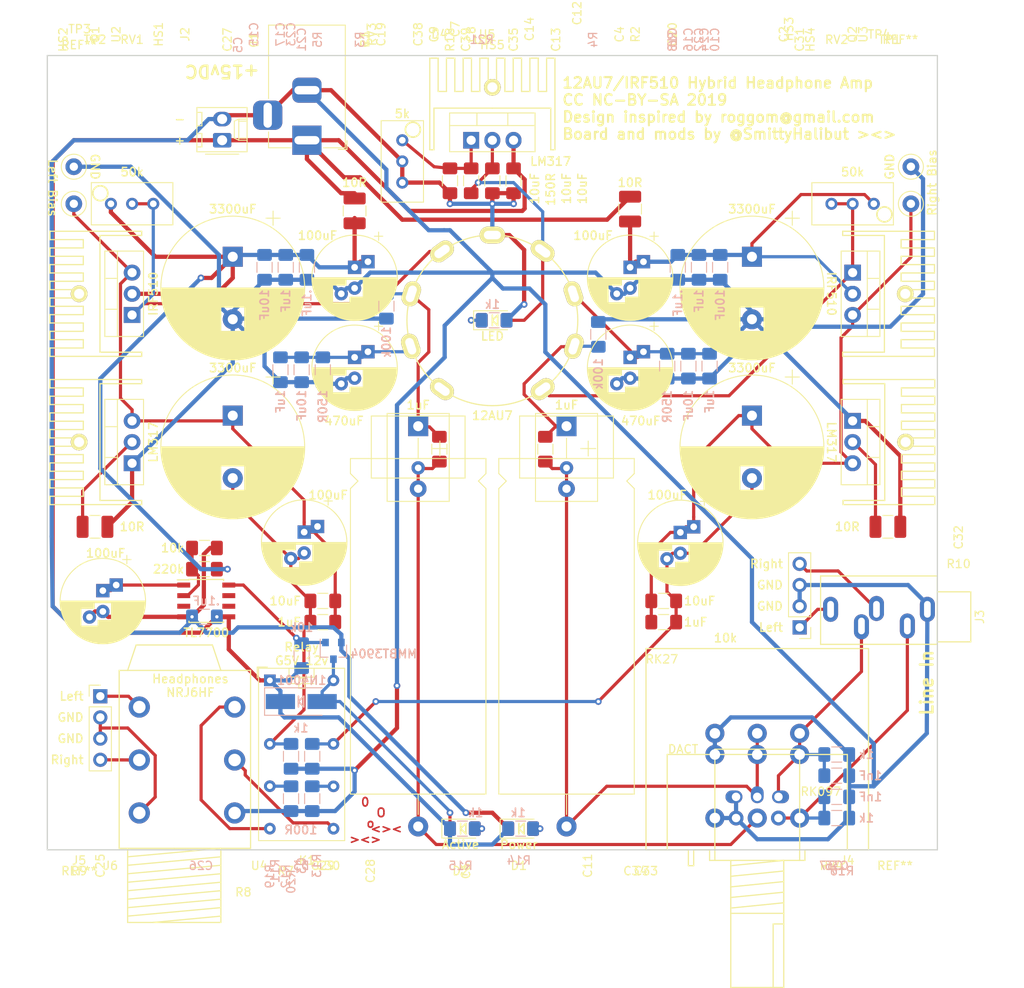
<source format=kicad_pcb>
(kicad_pcb (version 20171130) (host pcbnew 5.0.2-bee76a0~70~ubuntu16.04.1)

  (general
    (thickness 1.6)
    (drawings 125)
    (tracks 497)
    (zones 0)
    (modules 96)
    (nets 45)
  )

  (page A4)
  (layers
    (0 F.Cu signal)
    (31 B.Cu signal)
    (32 B.Adhes user)
    (33 F.Adhes user)
    (34 B.Paste user)
    (35 F.Paste user)
    (36 B.SilkS user)
    (37 F.SilkS user)
    (38 B.Mask user)
    (39 F.Mask user)
    (40 Dwgs.User user)
    (41 Cmts.User user)
    (42 Eco1.User user)
    (43 Eco2.User user)
    (44 Edge.Cuts user)
    (45 Margin user)
    (46 B.CrtYd user)
    (47 F.CrtYd user)
    (48 B.Fab user)
    (49 F.Fab user)
  )

  (setup
    (last_trace_width 0.381)
    (trace_clearance 0.2)
    (zone_clearance 0.508)
    (zone_45_only no)
    (trace_min 0.2)
    (segment_width 0.2)
    (edge_width 0.15)
    (via_size 0.8)
    (via_drill 0.4)
    (via_min_size 0.4)
    (via_min_drill 0.3)
    (uvia_size 0.3)
    (uvia_drill 0.1)
    (uvias_allowed no)
    (uvia_min_size 0.2)
    (uvia_min_drill 0.1)
    (pcb_text_width 0.3)
    (pcb_text_size 1.5 1.5)
    (mod_edge_width 0.15)
    (mod_text_size 1 1)
    (mod_text_width 0.15)
    (pad_size 1.524 1.524)
    (pad_drill 0.762)
    (pad_to_mask_clearance 0.051)
    (solder_mask_min_width 0.25)
    (aux_axis_origin 0 0)
    (visible_elements FFFBFF9F)
    (pcbplotparams
      (layerselection 0x010fc_ffffffff)
      (usegerberextensions false)
      (usegerberattributes false)
      (usegerberadvancedattributes false)
      (creategerberjobfile false)
      (excludeedgelayer true)
      (linewidth 0.100000)
      (plotframeref false)
      (viasonmask false)
      (mode 1)
      (useauxorigin false)
      (hpglpennumber 1)
      (hpglpenspeed 20)
      (hpglpendiameter 15.000000)
      (psnegative false)
      (psa4output false)
      (plotreference true)
      (plotvalue true)
      (plotinvisibletext false)
      (padsonsilk false)
      (subtractmaskfromsilk false)
      (outputformat 1)
      (mirror false)
      (drillshape 1)
      (scaleselection 1)
      (outputdirectory ""))
  )

  (net 0 "")
  (net 1 GND)
  (net 2 Vsense)
  (net 3 LeftIn)
  (net 4 "Net-(C6-Pad1)")
  (net 5 "Net-(C11-Pad1)")
  (net 6 RightIn)
  (net 7 "Net-(C19-Pad1)")
  (net 8 "Net-(C20-Pad1)")
  (net 9 "Net-(C25-Pad1)")
  (net 10 +15V)
  (net 11 LeftOut)
  (net 12 "Net-(C27-Pad1)")
  (net 13 "Net-(C31-Pad1)")
  (net 14 RightOut)
  (net 15 "Net-(C36-Pad1)")
  (net 16 "Net-(C37-Pad1)")
  (net 17 "Net-(C38-Pad2)")
  (net 18 "Net-(C39-Pad2)")
  (net 19 "Net-(D1-Pad2)")
  (net 20 "Net-(D2-Pad1)")
  (net 21 "Net-(D2-Pad2)")
  (net 22 "Net-(HS1-Pad1)")
  (net 23 "Net-(HS2-Pad1)")
  (net 24 "Net-(HS3-Pad1)")
  (net 25 "Net-(HS4-Pad1)")
  (net 26 "Net-(HS5-Pad1)")
  (net 27 "Net-(J3-PadRN)")
  (net 28 "Net-(J3-PadTN)")
  (net 29 "Net-(J5-PadR)")
  (net 30 "Net-(J5-PadT)")
  (net 31 "Net-(J5-PadSN)")
  (net 32 "Net-(J5-PadRN)")
  (net 33 "Net-(J5-PadTN)")
  (net 34 "Net-(K1-Pad6)")
  (net 35 "Net-(K1-Pad11)")
  (net 36 "Net-(Q1-Pad1)")
  (net 37 "Net-(Q2-Pad1)")
  (net 38 Reset)
  (net 39 "Net-(R7-Pad2)")
  (net 40 "Net-(R9-Pad2)")
  (net 41 "Net-(R10-Pad2)")
  (net 42 "Net-(U1-Pad9)")
  (net 43 "Net-(D4-Pad1)")
  (net 44 "Net-(C10-Pad1)")

  (net_class Default "This is the default net class."
    (clearance 0.2)
    (trace_width 0.381)
    (via_dia 0.8)
    (via_drill 0.4)
    (uvia_dia 0.3)
    (uvia_drill 0.1)
    (add_net LeftIn)
    (add_net LeftOut)
    (add_net "Net-(C10-Pad1)")
    (add_net "Net-(C11-Pad1)")
    (add_net "Net-(C19-Pad1)")
    (add_net "Net-(C20-Pad1)")
    (add_net "Net-(C25-Pad1)")
    (add_net "Net-(C27-Pad1)")
    (add_net "Net-(C31-Pad1)")
    (add_net "Net-(C36-Pad1)")
    (add_net "Net-(C37-Pad1)")
    (add_net "Net-(C38-Pad2)")
    (add_net "Net-(C39-Pad2)")
    (add_net "Net-(C6-Pad1)")
    (add_net "Net-(D1-Pad2)")
    (add_net "Net-(D2-Pad1)")
    (add_net "Net-(D2-Pad2)")
    (add_net "Net-(D4-Pad1)")
    (add_net "Net-(HS1-Pad1)")
    (add_net "Net-(HS2-Pad1)")
    (add_net "Net-(HS3-Pad1)")
    (add_net "Net-(HS4-Pad1)")
    (add_net "Net-(HS5-Pad1)")
    (add_net "Net-(J3-PadRN)")
    (add_net "Net-(J3-PadTN)")
    (add_net "Net-(J5-PadR)")
    (add_net "Net-(J5-PadRN)")
    (add_net "Net-(J5-PadSN)")
    (add_net "Net-(J5-PadT)")
    (add_net "Net-(J5-PadTN)")
    (add_net "Net-(K1-Pad11)")
    (add_net "Net-(K1-Pad6)")
    (add_net "Net-(Q1-Pad1)")
    (add_net "Net-(Q2-Pad1)")
    (add_net "Net-(R10-Pad2)")
    (add_net "Net-(R7-Pad2)")
    (add_net "Net-(R9-Pad2)")
    (add_net "Net-(U1-Pad9)")
    (add_net Reset)
    (add_net RightIn)
    (add_net RightOut)
  )

  (net_class power ""
    (clearance 0.2)
    (trace_width 0.508)
    (via_dia 0.8)
    (via_drill 0.4)
    (uvia_dia 0.3)
    (uvia_drill 0.1)
    (add_net +15V)
    (add_net GND)
    (add_net Vsense)
  )

  (module Capacitor_THT:CP_Radial_D17.0mm_P7.50mm (layer F.Cu) (tedit 5AE50EF1) (tstamp 5C3DBDC0)
    (at 159.385 81.28 270)
    (descr "CP, Radial series, Radial, pin pitch=7.50mm, , diameter=17mm, Electrolytic Capacitor")
    (tags "CP Radial series Radial pin pitch 7.50mm  diameter 17mm Electrolytic Capacitor")
    (path /5C3054E1)
    (fp_text reference C1 (at -26.035 -2.54 270) (layer F.SilkS)
      (effects (font (size 1 1) (thickness 0.15)))
    )
    (fp_text value 3300uF (at 3.75 9.75 270) (layer F.Fab)
      (effects (font (size 1 1) (thickness 0.15)))
    )
    (fp_circle (center 3.75 0) (end 12.25 0) (layer F.Fab) (width 0.1))
    (fp_circle (center 3.75 0) (end 12.37 0) (layer F.SilkS) (width 0.12))
    (fp_circle (center 3.75 0) (end 12.5 0) (layer F.CrtYd) (width 0.05))
    (fp_line (start -3.556219 -3.7275) (end -1.856219 -3.7275) (layer F.Fab) (width 0.1))
    (fp_line (start -2.706219 -4.5775) (end -2.706219 -2.8775) (layer F.Fab) (width 0.1))
    (fp_line (start 3.75 -8.581) (end 3.75 8.581) (layer F.SilkS) (width 0.12))
    (fp_line (start 3.79 -8.58) (end 3.79 8.58) (layer F.SilkS) (width 0.12))
    (fp_line (start 3.83 -8.58) (end 3.83 8.58) (layer F.SilkS) (width 0.12))
    (fp_line (start 3.87 -8.58) (end 3.87 8.58) (layer F.SilkS) (width 0.12))
    (fp_line (start 3.91 -8.579) (end 3.91 8.579) (layer F.SilkS) (width 0.12))
    (fp_line (start 3.95 -8.578) (end 3.95 8.578) (layer F.SilkS) (width 0.12))
    (fp_line (start 3.99 -8.577) (end 3.99 8.577) (layer F.SilkS) (width 0.12))
    (fp_line (start 4.03 -8.576) (end 4.03 8.576) (layer F.SilkS) (width 0.12))
    (fp_line (start 4.07 -8.575) (end 4.07 8.575) (layer F.SilkS) (width 0.12))
    (fp_line (start 4.11 -8.573) (end 4.11 8.573) (layer F.SilkS) (width 0.12))
    (fp_line (start 4.15 -8.571) (end 4.15 8.571) (layer F.SilkS) (width 0.12))
    (fp_line (start 4.19 -8.569) (end 4.19 8.569) (layer F.SilkS) (width 0.12))
    (fp_line (start 4.23 -8.567) (end 4.23 8.567) (layer F.SilkS) (width 0.12))
    (fp_line (start 4.27 -8.565) (end 4.27 8.565) (layer F.SilkS) (width 0.12))
    (fp_line (start 4.31 -8.562) (end 4.31 8.562) (layer F.SilkS) (width 0.12))
    (fp_line (start 4.35 -8.56) (end 4.35 8.56) (layer F.SilkS) (width 0.12))
    (fp_line (start 4.39 -8.557) (end 4.39 8.557) (layer F.SilkS) (width 0.12))
    (fp_line (start 4.43 -8.554) (end 4.43 8.554) (layer F.SilkS) (width 0.12))
    (fp_line (start 4.471 -8.55) (end 4.471 8.55) (layer F.SilkS) (width 0.12))
    (fp_line (start 4.511 -8.547) (end 4.511 8.547) (layer F.SilkS) (width 0.12))
    (fp_line (start 4.551 -8.543) (end 4.551 8.543) (layer F.SilkS) (width 0.12))
    (fp_line (start 4.591 -8.539) (end 4.591 8.539) (layer F.SilkS) (width 0.12))
    (fp_line (start 4.631 -8.535) (end 4.631 8.535) (layer F.SilkS) (width 0.12))
    (fp_line (start 4.671 -8.531) (end 4.671 8.531) (layer F.SilkS) (width 0.12))
    (fp_line (start 4.711 -8.527) (end 4.711 8.527) (layer F.SilkS) (width 0.12))
    (fp_line (start 4.751 -8.522) (end 4.751 8.522) (layer F.SilkS) (width 0.12))
    (fp_line (start 4.791 -8.518) (end 4.791 8.518) (layer F.SilkS) (width 0.12))
    (fp_line (start 4.831 -8.513) (end 4.831 8.513) (layer F.SilkS) (width 0.12))
    (fp_line (start 4.871 -8.507) (end 4.871 8.507) (layer F.SilkS) (width 0.12))
    (fp_line (start 4.911 -8.502) (end 4.911 8.502) (layer F.SilkS) (width 0.12))
    (fp_line (start 4.951 -8.497) (end 4.951 8.497) (layer F.SilkS) (width 0.12))
    (fp_line (start 4.991 -8.491) (end 4.991 8.491) (layer F.SilkS) (width 0.12))
    (fp_line (start 5.031 -8.485) (end 5.031 8.485) (layer F.SilkS) (width 0.12))
    (fp_line (start 5.071 -8.479) (end 5.071 8.479) (layer F.SilkS) (width 0.12))
    (fp_line (start 5.111 -8.473) (end 5.111 8.473) (layer F.SilkS) (width 0.12))
    (fp_line (start 5.151 -8.466) (end 5.151 8.466) (layer F.SilkS) (width 0.12))
    (fp_line (start 5.191 -8.459) (end 5.191 8.459) (layer F.SilkS) (width 0.12))
    (fp_line (start 5.231 -8.452) (end 5.231 8.452) (layer F.SilkS) (width 0.12))
    (fp_line (start 5.271 -8.445) (end 5.271 8.445) (layer F.SilkS) (width 0.12))
    (fp_line (start 5.311 -8.438) (end 5.311 8.438) (layer F.SilkS) (width 0.12))
    (fp_line (start 5.351 -8.431) (end 5.351 8.431) (layer F.SilkS) (width 0.12))
    (fp_line (start 5.391 -8.423) (end 5.391 8.423) (layer F.SilkS) (width 0.12))
    (fp_line (start 5.431 -8.415) (end 5.431 8.415) (layer F.SilkS) (width 0.12))
    (fp_line (start 5.471 -8.407) (end 5.471 8.407) (layer F.SilkS) (width 0.12))
    (fp_line (start 5.511 -8.399) (end 5.511 8.399) (layer F.SilkS) (width 0.12))
    (fp_line (start 5.551 -8.39) (end 5.551 8.39) (layer F.SilkS) (width 0.12))
    (fp_line (start 5.591 -8.382) (end 5.591 8.382) (layer F.SilkS) (width 0.12))
    (fp_line (start 5.631 -8.373) (end 5.631 8.373) (layer F.SilkS) (width 0.12))
    (fp_line (start 5.671 -8.364) (end 5.671 8.364) (layer F.SilkS) (width 0.12))
    (fp_line (start 5.711 -8.355) (end 5.711 8.355) (layer F.SilkS) (width 0.12))
    (fp_line (start 5.751 -8.345) (end 5.751 8.345) (layer F.SilkS) (width 0.12))
    (fp_line (start 5.791 -8.336) (end 5.791 8.336) (layer F.SilkS) (width 0.12))
    (fp_line (start 5.831 -8.326) (end 5.831 8.326) (layer F.SilkS) (width 0.12))
    (fp_line (start 5.871 -8.316) (end 5.871 8.316) (layer F.SilkS) (width 0.12))
    (fp_line (start 5.911 -8.305) (end 5.911 8.305) (layer F.SilkS) (width 0.12))
    (fp_line (start 5.951 -8.295) (end 5.951 8.295) (layer F.SilkS) (width 0.12))
    (fp_line (start 5.991 -8.284) (end 5.991 8.284) (layer F.SilkS) (width 0.12))
    (fp_line (start 6.031 -8.274) (end 6.031 8.274) (layer F.SilkS) (width 0.12))
    (fp_line (start 6.071 -8.262) (end 6.071 -1.44) (layer F.SilkS) (width 0.12))
    (fp_line (start 6.071 1.44) (end 6.071 8.262) (layer F.SilkS) (width 0.12))
    (fp_line (start 6.111 -8.251) (end 6.111 -1.44) (layer F.SilkS) (width 0.12))
    (fp_line (start 6.111 1.44) (end 6.111 8.251) (layer F.SilkS) (width 0.12))
    (fp_line (start 6.151 -8.24) (end 6.151 -1.44) (layer F.SilkS) (width 0.12))
    (fp_line (start 6.151 1.44) (end 6.151 8.24) (layer F.SilkS) (width 0.12))
    (fp_line (start 6.191 -8.228) (end 6.191 -1.44) (layer F.SilkS) (width 0.12))
    (fp_line (start 6.191 1.44) (end 6.191 8.228) (layer F.SilkS) (width 0.12))
    (fp_line (start 6.231 -8.216) (end 6.231 -1.44) (layer F.SilkS) (width 0.12))
    (fp_line (start 6.231 1.44) (end 6.231 8.216) (layer F.SilkS) (width 0.12))
    (fp_line (start 6.271 -8.204) (end 6.271 -1.44) (layer F.SilkS) (width 0.12))
    (fp_line (start 6.271 1.44) (end 6.271 8.204) (layer F.SilkS) (width 0.12))
    (fp_line (start 6.311 -8.192) (end 6.311 -1.44) (layer F.SilkS) (width 0.12))
    (fp_line (start 6.311 1.44) (end 6.311 8.192) (layer F.SilkS) (width 0.12))
    (fp_line (start 6.351 -8.179) (end 6.351 -1.44) (layer F.SilkS) (width 0.12))
    (fp_line (start 6.351 1.44) (end 6.351 8.179) (layer F.SilkS) (width 0.12))
    (fp_line (start 6.391 -8.166) (end 6.391 -1.44) (layer F.SilkS) (width 0.12))
    (fp_line (start 6.391 1.44) (end 6.391 8.166) (layer F.SilkS) (width 0.12))
    (fp_line (start 6.431 -8.153) (end 6.431 -1.44) (layer F.SilkS) (width 0.12))
    (fp_line (start 6.431 1.44) (end 6.431 8.153) (layer F.SilkS) (width 0.12))
    (fp_line (start 6.471 -8.14) (end 6.471 -1.44) (layer F.SilkS) (width 0.12))
    (fp_line (start 6.471 1.44) (end 6.471 8.14) (layer F.SilkS) (width 0.12))
    (fp_line (start 6.511 -8.127) (end 6.511 -1.44) (layer F.SilkS) (width 0.12))
    (fp_line (start 6.511 1.44) (end 6.511 8.127) (layer F.SilkS) (width 0.12))
    (fp_line (start 6.551 -8.113) (end 6.551 -1.44) (layer F.SilkS) (width 0.12))
    (fp_line (start 6.551 1.44) (end 6.551 8.113) (layer F.SilkS) (width 0.12))
    (fp_line (start 6.591 -8.099) (end 6.591 -1.44) (layer F.SilkS) (width 0.12))
    (fp_line (start 6.591 1.44) (end 6.591 8.099) (layer F.SilkS) (width 0.12))
    (fp_line (start 6.631 -8.085) (end 6.631 -1.44) (layer F.SilkS) (width 0.12))
    (fp_line (start 6.631 1.44) (end 6.631 8.085) (layer F.SilkS) (width 0.12))
    (fp_line (start 6.671 -8.071) (end 6.671 -1.44) (layer F.SilkS) (width 0.12))
    (fp_line (start 6.671 1.44) (end 6.671 8.071) (layer F.SilkS) (width 0.12))
    (fp_line (start 6.711 -8.056) (end 6.711 -1.44) (layer F.SilkS) (width 0.12))
    (fp_line (start 6.711 1.44) (end 6.711 8.056) (layer F.SilkS) (width 0.12))
    (fp_line (start 6.751 -8.042) (end 6.751 -1.44) (layer F.SilkS) (width 0.12))
    (fp_line (start 6.751 1.44) (end 6.751 8.042) (layer F.SilkS) (width 0.12))
    (fp_line (start 6.791 -8.027) (end 6.791 -1.44) (layer F.SilkS) (width 0.12))
    (fp_line (start 6.791 1.44) (end 6.791 8.027) (layer F.SilkS) (width 0.12))
    (fp_line (start 6.831 -8.011) (end 6.831 -1.44) (layer F.SilkS) (width 0.12))
    (fp_line (start 6.831 1.44) (end 6.831 8.011) (layer F.SilkS) (width 0.12))
    (fp_line (start 6.871 -7.996) (end 6.871 -1.44) (layer F.SilkS) (width 0.12))
    (fp_line (start 6.871 1.44) (end 6.871 7.996) (layer F.SilkS) (width 0.12))
    (fp_line (start 6.911 -7.98) (end 6.911 -1.44) (layer F.SilkS) (width 0.12))
    (fp_line (start 6.911 1.44) (end 6.911 7.98) (layer F.SilkS) (width 0.12))
    (fp_line (start 6.951 -7.965) (end 6.951 -1.44) (layer F.SilkS) (width 0.12))
    (fp_line (start 6.951 1.44) (end 6.951 7.965) (layer F.SilkS) (width 0.12))
    (fp_line (start 6.991 -7.948) (end 6.991 -1.44) (layer F.SilkS) (width 0.12))
    (fp_line (start 6.991 1.44) (end 6.991 7.948) (layer F.SilkS) (width 0.12))
    (fp_line (start 7.031 -7.932) (end 7.031 -1.44) (layer F.SilkS) (width 0.12))
    (fp_line (start 7.031 1.44) (end 7.031 7.932) (layer F.SilkS) (width 0.12))
    (fp_line (start 7.071 -7.915) (end 7.071 -1.44) (layer F.SilkS) (width 0.12))
    (fp_line (start 7.071 1.44) (end 7.071 7.915) (layer F.SilkS) (width 0.12))
    (fp_line (start 7.111 -7.899) (end 7.111 -1.44) (layer F.SilkS) (width 0.12))
    (fp_line (start 7.111 1.44) (end 7.111 7.899) (layer F.SilkS) (width 0.12))
    (fp_line (start 7.151 -7.882) (end 7.151 -1.44) (layer F.SilkS) (width 0.12))
    (fp_line (start 7.151 1.44) (end 7.151 7.882) (layer F.SilkS) (width 0.12))
    (fp_line (start 7.191 -7.864) (end 7.191 -1.44) (layer F.SilkS) (width 0.12))
    (fp_line (start 7.191 1.44) (end 7.191 7.864) (layer F.SilkS) (width 0.12))
    (fp_line (start 7.231 -7.847) (end 7.231 -1.44) (layer F.SilkS) (width 0.12))
    (fp_line (start 7.231 1.44) (end 7.231 7.847) (layer F.SilkS) (width 0.12))
    (fp_line (start 7.271 -7.829) (end 7.271 -1.44) (layer F.SilkS) (width 0.12))
    (fp_line (start 7.271 1.44) (end 7.271 7.829) (layer F.SilkS) (width 0.12))
    (fp_line (start 7.311 -7.811) (end 7.311 -1.44) (layer F.SilkS) (width 0.12))
    (fp_line (start 7.311 1.44) (end 7.311 7.811) (layer F.SilkS) (width 0.12))
    (fp_line (start 7.351 -7.793) (end 7.351 -1.44) (layer F.SilkS) (width 0.12))
    (fp_line (start 7.351 1.44) (end 7.351 7.793) (layer F.SilkS) (width 0.12))
    (fp_line (start 7.391 -7.774) (end 7.391 -1.44) (layer F.SilkS) (width 0.12))
    (fp_line (start 7.391 1.44) (end 7.391 7.774) (layer F.SilkS) (width 0.12))
    (fp_line (start 7.431 -7.755) (end 7.431 -1.44) (layer F.SilkS) (width 0.12))
    (fp_line (start 7.431 1.44) (end 7.431 7.755) (layer F.SilkS) (width 0.12))
    (fp_line (start 7.471 -7.736) (end 7.471 -1.44) (layer F.SilkS) (width 0.12))
    (fp_line (start 7.471 1.44) (end 7.471 7.736) (layer F.SilkS) (width 0.12))
    (fp_line (start 7.511 -7.717) (end 7.511 -1.44) (layer F.SilkS) (width 0.12))
    (fp_line (start 7.511 1.44) (end 7.511 7.717) (layer F.SilkS) (width 0.12))
    (fp_line (start 7.551 -7.698) (end 7.551 -1.44) (layer F.SilkS) (width 0.12))
    (fp_line (start 7.551 1.44) (end 7.551 7.698) (layer F.SilkS) (width 0.12))
    (fp_line (start 7.591 -7.678) (end 7.591 -1.44) (layer F.SilkS) (width 0.12))
    (fp_line (start 7.591 1.44) (end 7.591 7.678) (layer F.SilkS) (width 0.12))
    (fp_line (start 7.631 -7.658) (end 7.631 -1.44) (layer F.SilkS) (width 0.12))
    (fp_line (start 7.631 1.44) (end 7.631 7.658) (layer F.SilkS) (width 0.12))
    (fp_line (start 7.671 -7.638) (end 7.671 -1.44) (layer F.SilkS) (width 0.12))
    (fp_line (start 7.671 1.44) (end 7.671 7.638) (layer F.SilkS) (width 0.12))
    (fp_line (start 7.711 -7.617) (end 7.711 -1.44) (layer F.SilkS) (width 0.12))
    (fp_line (start 7.711 1.44) (end 7.711 7.617) (layer F.SilkS) (width 0.12))
    (fp_line (start 7.751 -7.596) (end 7.751 -1.44) (layer F.SilkS) (width 0.12))
    (fp_line (start 7.751 1.44) (end 7.751 7.596) (layer F.SilkS) (width 0.12))
    (fp_line (start 7.791 -7.575) (end 7.791 -1.44) (layer F.SilkS) (width 0.12))
    (fp_line (start 7.791 1.44) (end 7.791 7.575) (layer F.SilkS) (width 0.12))
    (fp_line (start 7.831 -7.554) (end 7.831 -1.44) (layer F.SilkS) (width 0.12))
    (fp_line (start 7.831 1.44) (end 7.831 7.554) (layer F.SilkS) (width 0.12))
    (fp_line (start 7.871 -7.532) (end 7.871 -1.44) (layer F.SilkS) (width 0.12))
    (fp_line (start 7.871 1.44) (end 7.871 7.532) (layer F.SilkS) (width 0.12))
    (fp_line (start 7.911 -7.51) (end 7.911 -1.44) (layer F.SilkS) (width 0.12))
    (fp_line (start 7.911 1.44) (end 7.911 7.51) (layer F.SilkS) (width 0.12))
    (fp_line (start 7.951 -7.488) (end 7.951 -1.44) (layer F.SilkS) (width 0.12))
    (fp_line (start 7.951 1.44) (end 7.951 7.488) (layer F.SilkS) (width 0.12))
    (fp_line (start 7.991 -7.466) (end 7.991 -1.44) (layer F.SilkS) (width 0.12))
    (fp_line (start 7.991 1.44) (end 7.991 7.466) (layer F.SilkS) (width 0.12))
    (fp_line (start 8.031 -7.443) (end 8.031 -1.44) (layer F.SilkS) (width 0.12))
    (fp_line (start 8.031 1.44) (end 8.031 7.443) (layer F.SilkS) (width 0.12))
    (fp_line (start 8.071 -7.42) (end 8.071 -1.44) (layer F.SilkS) (width 0.12))
    (fp_line (start 8.071 1.44) (end 8.071 7.42) (layer F.SilkS) (width 0.12))
    (fp_line (start 8.111 -7.397) (end 8.111 -1.44) (layer F.SilkS) (width 0.12))
    (fp_line (start 8.111 1.44) (end 8.111 7.397) (layer F.SilkS) (width 0.12))
    (fp_line (start 8.151 -7.373) (end 8.151 -1.44) (layer F.SilkS) (width 0.12))
    (fp_line (start 8.151 1.44) (end 8.151 7.373) (layer F.SilkS) (width 0.12))
    (fp_line (start 8.191 -7.349) (end 8.191 -1.44) (layer F.SilkS) (width 0.12))
    (fp_line (start 8.191 1.44) (end 8.191 7.349) (layer F.SilkS) (width 0.12))
    (fp_line (start 8.231 -7.325) (end 8.231 -1.44) (layer F.SilkS) (width 0.12))
    (fp_line (start 8.231 1.44) (end 8.231 7.325) (layer F.SilkS) (width 0.12))
    (fp_line (start 8.271 -7.3) (end 8.271 -1.44) (layer F.SilkS) (width 0.12))
    (fp_line (start 8.271 1.44) (end 8.271 7.3) (layer F.SilkS) (width 0.12))
    (fp_line (start 8.311 -7.276) (end 8.311 -1.44) (layer F.SilkS) (width 0.12))
    (fp_line (start 8.311 1.44) (end 8.311 7.276) (layer F.SilkS) (width 0.12))
    (fp_line (start 8.351 -7.251) (end 8.351 -1.44) (layer F.SilkS) (width 0.12))
    (fp_line (start 8.351 1.44) (end 8.351 7.251) (layer F.SilkS) (width 0.12))
    (fp_line (start 8.391 -7.225) (end 8.391 -1.44) (layer F.SilkS) (width 0.12))
    (fp_line (start 8.391 1.44) (end 8.391 7.225) (layer F.SilkS) (width 0.12))
    (fp_line (start 8.431 -7.199) (end 8.431 -1.44) (layer F.SilkS) (width 0.12))
    (fp_line (start 8.431 1.44) (end 8.431 7.199) (layer F.SilkS) (width 0.12))
    (fp_line (start 8.471 -7.173) (end 8.471 -1.44) (layer F.SilkS) (width 0.12))
    (fp_line (start 8.471 1.44) (end 8.471 7.173) (layer F.SilkS) (width 0.12))
    (fp_line (start 8.511 -7.147) (end 8.511 -1.44) (layer F.SilkS) (width 0.12))
    (fp_line (start 8.511 1.44) (end 8.511 7.147) (layer F.SilkS) (width 0.12))
    (fp_line (start 8.551 -7.12) (end 8.551 -1.44) (layer F.SilkS) (width 0.12))
    (fp_line (start 8.551 1.44) (end 8.551 7.12) (layer F.SilkS) (width 0.12))
    (fp_line (start 8.591 -7.093) (end 8.591 -1.44) (layer F.SilkS) (width 0.12))
    (fp_line (start 8.591 1.44) (end 8.591 7.093) (layer F.SilkS) (width 0.12))
    (fp_line (start 8.631 -7.066) (end 8.631 -1.44) (layer F.SilkS) (width 0.12))
    (fp_line (start 8.631 1.44) (end 8.631 7.066) (layer F.SilkS) (width 0.12))
    (fp_line (start 8.671 -7.038) (end 8.671 -1.44) (layer F.SilkS) (width 0.12))
    (fp_line (start 8.671 1.44) (end 8.671 7.038) (layer F.SilkS) (width 0.12))
    (fp_line (start 8.711 -7.011) (end 8.711 -1.44) (layer F.SilkS) (width 0.12))
    (fp_line (start 8.711 1.44) (end 8.711 7.011) (layer F.SilkS) (width 0.12))
    (fp_line (start 8.751 -6.982) (end 8.751 -1.44) (layer F.SilkS) (width 0.12))
    (fp_line (start 8.751 1.44) (end 8.751 6.982) (layer F.SilkS) (width 0.12))
    (fp_line (start 8.791 -6.954) (end 8.791 -1.44) (layer F.SilkS) (width 0.12))
    (fp_line (start 8.791 1.44) (end 8.791 6.954) (layer F.SilkS) (width 0.12))
    (fp_line (start 8.831 -6.925) (end 8.831 -1.44) (layer F.SilkS) (width 0.12))
    (fp_line (start 8.831 1.44) (end 8.831 6.925) (layer F.SilkS) (width 0.12))
    (fp_line (start 8.871 -6.895) (end 8.871 -1.44) (layer F.SilkS) (width 0.12))
    (fp_line (start 8.871 1.44) (end 8.871 6.895) (layer F.SilkS) (width 0.12))
    (fp_line (start 8.911 -6.865) (end 8.911 -1.44) (layer F.SilkS) (width 0.12))
    (fp_line (start 8.911 1.44) (end 8.911 6.865) (layer F.SilkS) (width 0.12))
    (fp_line (start 8.951 -6.835) (end 8.951 6.835) (layer F.SilkS) (width 0.12))
    (fp_line (start 8.991 -6.805) (end 8.991 6.805) (layer F.SilkS) (width 0.12))
    (fp_line (start 9.031 -6.774) (end 9.031 6.774) (layer F.SilkS) (width 0.12))
    (fp_line (start 9.071 -6.743) (end 9.071 6.743) (layer F.SilkS) (width 0.12))
    (fp_line (start 9.111 -6.711) (end 9.111 6.711) (layer F.SilkS) (width 0.12))
    (fp_line (start 9.151 -6.679) (end 9.151 6.679) (layer F.SilkS) (width 0.12))
    (fp_line (start 9.191 -6.647) (end 9.191 6.647) (layer F.SilkS) (width 0.12))
    (fp_line (start 9.231 -6.614) (end 9.231 6.614) (layer F.SilkS) (width 0.12))
    (fp_line (start 9.271 -6.581) (end 9.271 6.581) (layer F.SilkS) (width 0.12))
    (fp_line (start 9.311 -6.548) (end 9.311 6.548) (layer F.SilkS) (width 0.12))
    (fp_line (start 9.351 -6.514) (end 9.351 6.514) (layer F.SilkS) (width 0.12))
    (fp_line (start 9.391 -6.479) (end 9.391 6.479) (layer F.SilkS) (width 0.12))
    (fp_line (start 9.431 -6.444) (end 9.431 6.444) (layer F.SilkS) (width 0.12))
    (fp_line (start 9.471 -6.409) (end 9.471 6.409) (layer F.SilkS) (width 0.12))
    (fp_line (start 9.511 -6.374) (end 9.511 6.374) (layer F.SilkS) (width 0.12))
    (fp_line (start 9.551 -6.337) (end 9.551 6.337) (layer F.SilkS) (width 0.12))
    (fp_line (start 9.591 -6.301) (end 9.591 6.301) (layer F.SilkS) (width 0.12))
    (fp_line (start 9.631 -6.264) (end 9.631 6.264) (layer F.SilkS) (width 0.12))
    (fp_line (start 9.671 -6.226) (end 9.671 6.226) (layer F.SilkS) (width 0.12))
    (fp_line (start 9.711 -6.188) (end 9.711 6.188) (layer F.SilkS) (width 0.12))
    (fp_line (start 9.751 -6.15) (end 9.751 6.15) (layer F.SilkS) (width 0.12))
    (fp_line (start 9.791 -6.111) (end 9.791 6.111) (layer F.SilkS) (width 0.12))
    (fp_line (start 9.831 -6.071) (end 9.831 6.071) (layer F.SilkS) (width 0.12))
    (fp_line (start 9.871 -6.031) (end 9.871 6.031) (layer F.SilkS) (width 0.12))
    (fp_line (start 9.911 -5.99) (end 9.911 5.99) (layer F.SilkS) (width 0.12))
    (fp_line (start 9.951 -5.949) (end 9.951 5.949) (layer F.SilkS) (width 0.12))
    (fp_line (start 9.991 -5.907) (end 9.991 5.907) (layer F.SilkS) (width 0.12))
    (fp_line (start 10.031 -5.865) (end 10.031 5.865) (layer F.SilkS) (width 0.12))
    (fp_line (start 10.071 -5.822) (end 10.071 5.822) (layer F.SilkS) (width 0.12))
    (fp_line (start 10.111 -5.779) (end 10.111 5.779) (layer F.SilkS) (width 0.12))
    (fp_line (start 10.151 -5.735) (end 10.151 5.735) (layer F.SilkS) (width 0.12))
    (fp_line (start 10.191 -5.69) (end 10.191 5.69) (layer F.SilkS) (width 0.12))
    (fp_line (start 10.231 -5.645) (end 10.231 5.645) (layer F.SilkS) (width 0.12))
    (fp_line (start 10.271 -5.599) (end 10.271 5.599) (layer F.SilkS) (width 0.12))
    (fp_line (start 10.311 -5.553) (end 10.311 5.553) (layer F.SilkS) (width 0.12))
    (fp_line (start 10.351 -5.505) (end 10.351 5.505) (layer F.SilkS) (width 0.12))
    (fp_line (start 10.391 -5.457) (end 10.391 5.457) (layer F.SilkS) (width 0.12))
    (fp_line (start 10.431 -5.409) (end 10.431 5.409) (layer F.SilkS) (width 0.12))
    (fp_line (start 10.471 -5.359) (end 10.471 5.359) (layer F.SilkS) (width 0.12))
    (fp_line (start 10.511 -5.309) (end 10.511 5.309) (layer F.SilkS) (width 0.12))
    (fp_line (start 10.551 -5.258) (end 10.551 5.258) (layer F.SilkS) (width 0.12))
    (fp_line (start 10.591 -5.206) (end 10.591 5.206) (layer F.SilkS) (width 0.12))
    (fp_line (start 10.631 -5.154) (end 10.631 5.154) (layer F.SilkS) (width 0.12))
    (fp_line (start 10.671 -5.1) (end 10.671 5.1) (layer F.SilkS) (width 0.12))
    (fp_line (start 10.711 -5.046) (end 10.711 5.046) (layer F.SilkS) (width 0.12))
    (fp_line (start 10.751 -4.991) (end 10.751 4.991) (layer F.SilkS) (width 0.12))
    (fp_line (start 10.791 -4.935) (end 10.791 4.935) (layer F.SilkS) (width 0.12))
    (fp_line (start 10.831 -4.878) (end 10.831 4.878) (layer F.SilkS) (width 0.12))
    (fp_line (start 10.871 -4.82) (end 10.871 4.82) (layer F.SilkS) (width 0.12))
    (fp_line (start 10.911 -4.76) (end 10.911 4.76) (layer F.SilkS) (width 0.12))
    (fp_line (start 10.951 -4.7) (end 10.951 4.7) (layer F.SilkS) (width 0.12))
    (fp_line (start 10.991 -4.639) (end 10.991 4.639) (layer F.SilkS) (width 0.12))
    (fp_line (start 11.031 -4.576) (end 11.031 4.576) (layer F.SilkS) (width 0.12))
    (fp_line (start 11.071 -4.513) (end 11.071 4.513) (layer F.SilkS) (width 0.12))
    (fp_line (start 11.111 -4.448) (end 11.111 4.448) (layer F.SilkS) (width 0.12))
    (fp_line (start 11.151 -4.381) (end 11.151 4.381) (layer F.SilkS) (width 0.12))
    (fp_line (start 11.191 -4.314) (end 11.191 4.314) (layer F.SilkS) (width 0.12))
    (fp_line (start 11.231 -4.245) (end 11.231 4.245) (layer F.SilkS) (width 0.12))
    (fp_line (start 11.271 -4.174) (end 11.271 4.174) (layer F.SilkS) (width 0.12))
    (fp_line (start 11.311 -4.102) (end 11.311 4.102) (layer F.SilkS) (width 0.12))
    (fp_line (start 11.351 -4.028) (end 11.351 4.028) (layer F.SilkS) (width 0.12))
    (fp_line (start 11.391 -3.952) (end 11.391 3.952) (layer F.SilkS) (width 0.12))
    (fp_line (start 11.431 -3.875) (end 11.431 3.875) (layer F.SilkS) (width 0.12))
    (fp_line (start 11.471 -3.795) (end 11.471 3.795) (layer F.SilkS) (width 0.12))
    (fp_line (start 11.511 -3.714) (end 11.511 3.714) (layer F.SilkS) (width 0.12))
    (fp_line (start 11.551 -3.63) (end 11.551 3.63) (layer F.SilkS) (width 0.12))
    (fp_line (start 11.591 -3.544) (end 11.591 3.544) (layer F.SilkS) (width 0.12))
    (fp_line (start 11.631 -3.455) (end 11.631 3.455) (layer F.SilkS) (width 0.12))
    (fp_line (start 11.671 -3.363) (end 11.671 3.363) (layer F.SilkS) (width 0.12))
    (fp_line (start 11.711 -3.268) (end 11.711 3.268) (layer F.SilkS) (width 0.12))
    (fp_line (start 11.751 -3.171) (end 11.751 3.171) (layer F.SilkS) (width 0.12))
    (fp_line (start 11.791 -3.069) (end 11.791 3.069) (layer F.SilkS) (width 0.12))
    (fp_line (start 11.831 -2.963) (end 11.831 2.963) (layer F.SilkS) (width 0.12))
    (fp_line (start 11.871 -2.854) (end 11.871 2.854) (layer F.SilkS) (width 0.12))
    (fp_line (start 11.911 -2.739) (end 11.911 2.739) (layer F.SilkS) (width 0.12))
    (fp_line (start 11.95 -2.618) (end 11.95 2.618) (layer F.SilkS) (width 0.12))
    (fp_line (start 11.99 -2.492) (end 11.99 2.492) (layer F.SilkS) (width 0.12))
    (fp_line (start 12.03 -2.358) (end 12.03 2.358) (layer F.SilkS) (width 0.12))
    (fp_line (start 12.07 -2.215) (end 12.07 2.215) (layer F.SilkS) (width 0.12))
    (fp_line (start 12.11 -2.062) (end 12.11 2.062) (layer F.SilkS) (width 0.12))
    (fp_line (start 12.15 -1.896) (end 12.15 1.896) (layer F.SilkS) (width 0.12))
    (fp_line (start 12.19 -1.713) (end 12.19 1.713) (layer F.SilkS) (width 0.12))
    (fp_line (start 12.23 -1.508) (end 12.23 1.508) (layer F.SilkS) (width 0.12))
    (fp_line (start 12.27 -1.27) (end 12.27 1.27) (layer F.SilkS) (width 0.12))
    (fp_line (start 12.31 -0.976) (end 12.31 0.976) (layer F.SilkS) (width 0.12))
    (fp_line (start 12.35 -0.547) (end 12.35 0.547) (layer F.SilkS) (width 0.12))
    (fp_line (start -5.474466 -4.835) (end -3.774466 -4.835) (layer F.SilkS) (width 0.12))
    (fp_line (start -4.624466 -5.685) (end -4.624466 -3.985) (layer F.SilkS) (width 0.12))
    (fp_text user %R (at 3.75 0 270) (layer F.Fab)
      (effects (font (size 1 1) (thickness 0.15)))
    )
    (pad 1 thru_hole rect (at 0 0 270) (size 2.4 2.4) (drill 1.2) (layers *.Cu *.Mask)
      (net 2 Vsense))
    (pad 2 thru_hole circle (at 7.5 0 270) (size 2.4 2.4) (drill 1.2) (layers *.Cu *.Mask)
      (net 1 GND))
    (model ${KISYS3DMOD}/Capacitor_THT.3dshapes/CP_Radial_D17.0mm_P7.50mm.wrl
      (at (xyz 0 0 0))
      (scale (xyz 1 1 1))
      (rotate (xyz 0 0 0))
    )
  )

  (module Capacitor_THT:CP_Radial_D17.0mm_P7.50mm (layer F.Cu) (tedit 5AE50EF1) (tstamp 5C3DBEEE)
    (at 221.615 81.28 270)
    (descr "CP, Radial series, Radial, pin pitch=7.50mm, , diameter=17mm, Electrolytic Capacitor")
    (tags "CP Radial series Radial pin pitch 7.50mm  diameter 17mm Electrolytic Capacitor")
    (path /5C334BF3)
    (fp_text reference C2 (at -26.67 -3.81 270) (layer F.SilkS)
      (effects (font (size 1 1) (thickness 0.15)))
    )
    (fp_text value 3300uF (at 3.75 9.75 270) (layer F.Fab)
      (effects (font (size 1 1) (thickness 0.15)))
    )
    (fp_text user %R (at 3.75 0 270) (layer F.Fab)
      (effects (font (size 1 1) (thickness 0.15)))
    )
    (fp_line (start -4.624466 -5.685) (end -4.624466 -3.985) (layer F.SilkS) (width 0.12))
    (fp_line (start -5.474466 -4.835) (end -3.774466 -4.835) (layer F.SilkS) (width 0.12))
    (fp_line (start 12.35 -0.547) (end 12.35 0.547) (layer F.SilkS) (width 0.12))
    (fp_line (start 12.31 -0.976) (end 12.31 0.976) (layer F.SilkS) (width 0.12))
    (fp_line (start 12.27 -1.27) (end 12.27 1.27) (layer F.SilkS) (width 0.12))
    (fp_line (start 12.23 -1.508) (end 12.23 1.508) (layer F.SilkS) (width 0.12))
    (fp_line (start 12.19 -1.713) (end 12.19 1.713) (layer F.SilkS) (width 0.12))
    (fp_line (start 12.15 -1.896) (end 12.15 1.896) (layer F.SilkS) (width 0.12))
    (fp_line (start 12.11 -2.062) (end 12.11 2.062) (layer F.SilkS) (width 0.12))
    (fp_line (start 12.07 -2.215) (end 12.07 2.215) (layer F.SilkS) (width 0.12))
    (fp_line (start 12.03 -2.358) (end 12.03 2.358) (layer F.SilkS) (width 0.12))
    (fp_line (start 11.99 -2.492) (end 11.99 2.492) (layer F.SilkS) (width 0.12))
    (fp_line (start 11.95 -2.618) (end 11.95 2.618) (layer F.SilkS) (width 0.12))
    (fp_line (start 11.911 -2.739) (end 11.911 2.739) (layer F.SilkS) (width 0.12))
    (fp_line (start 11.871 -2.854) (end 11.871 2.854) (layer F.SilkS) (width 0.12))
    (fp_line (start 11.831 -2.963) (end 11.831 2.963) (layer F.SilkS) (width 0.12))
    (fp_line (start 11.791 -3.069) (end 11.791 3.069) (layer F.SilkS) (width 0.12))
    (fp_line (start 11.751 -3.171) (end 11.751 3.171) (layer F.SilkS) (width 0.12))
    (fp_line (start 11.711 -3.268) (end 11.711 3.268) (layer F.SilkS) (width 0.12))
    (fp_line (start 11.671 -3.363) (end 11.671 3.363) (layer F.SilkS) (width 0.12))
    (fp_line (start 11.631 -3.455) (end 11.631 3.455) (layer F.SilkS) (width 0.12))
    (fp_line (start 11.591 -3.544) (end 11.591 3.544) (layer F.SilkS) (width 0.12))
    (fp_line (start 11.551 -3.63) (end 11.551 3.63) (layer F.SilkS) (width 0.12))
    (fp_line (start 11.511 -3.714) (end 11.511 3.714) (layer F.SilkS) (width 0.12))
    (fp_line (start 11.471 -3.795) (end 11.471 3.795) (layer F.SilkS) (width 0.12))
    (fp_line (start 11.431 -3.875) (end 11.431 3.875) (layer F.SilkS) (width 0.12))
    (fp_line (start 11.391 -3.952) (end 11.391 3.952) (layer F.SilkS) (width 0.12))
    (fp_line (start 11.351 -4.028) (end 11.351 4.028) (layer F.SilkS) (width 0.12))
    (fp_line (start 11.311 -4.102) (end 11.311 4.102) (layer F.SilkS) (width 0.12))
    (fp_line (start 11.271 -4.174) (end 11.271 4.174) (layer F.SilkS) (width 0.12))
    (fp_line (start 11.231 -4.245) (end 11.231 4.245) (layer F.SilkS) (width 0.12))
    (fp_line (start 11.191 -4.314) (end 11.191 4.314) (layer F.SilkS) (width 0.12))
    (fp_line (start 11.151 -4.381) (end 11.151 4.381) (layer F.SilkS) (width 0.12))
    (fp_line (start 11.111 -4.448) (end 11.111 4.448) (layer F.SilkS) (width 0.12))
    (fp_line (start 11.071 -4.513) (end 11.071 4.513) (layer F.SilkS) (width 0.12))
    (fp_line (start 11.031 -4.576) (end 11.031 4.576) (layer F.SilkS) (width 0.12))
    (fp_line (start 10.991 -4.639) (end 10.991 4.639) (layer F.SilkS) (width 0.12))
    (fp_line (start 10.951 -4.7) (end 10.951 4.7) (layer F.SilkS) (width 0.12))
    (fp_line (start 10.911 -4.76) (end 10.911 4.76) (layer F.SilkS) (width 0.12))
    (fp_line (start 10.871 -4.82) (end 10.871 4.82) (layer F.SilkS) (width 0.12))
    (fp_line (start 10.831 -4.878) (end 10.831 4.878) (layer F.SilkS) (width 0.12))
    (fp_line (start 10.791 -4.935) (end 10.791 4.935) (layer F.SilkS) (width 0.12))
    (fp_line (start 10.751 -4.991) (end 10.751 4.991) (layer F.SilkS) (width 0.12))
    (fp_line (start 10.711 -5.046) (end 10.711 5.046) (layer F.SilkS) (width 0.12))
    (fp_line (start 10.671 -5.1) (end 10.671 5.1) (layer F.SilkS) (width 0.12))
    (fp_line (start 10.631 -5.154) (end 10.631 5.154) (layer F.SilkS) (width 0.12))
    (fp_line (start 10.591 -5.206) (end 10.591 5.206) (layer F.SilkS) (width 0.12))
    (fp_line (start 10.551 -5.258) (end 10.551 5.258) (layer F.SilkS) (width 0.12))
    (fp_line (start 10.511 -5.309) (end 10.511 5.309) (layer F.SilkS) (width 0.12))
    (fp_line (start 10.471 -5.359) (end 10.471 5.359) (layer F.SilkS) (width 0.12))
    (fp_line (start 10.431 -5.409) (end 10.431 5.409) (layer F.SilkS) (width 0.12))
    (fp_line (start 10.391 -5.457) (end 10.391 5.457) (layer F.SilkS) (width 0.12))
    (fp_line (start 10.351 -5.505) (end 10.351 5.505) (layer F.SilkS) (width 0.12))
    (fp_line (start 10.311 -5.553) (end 10.311 5.553) (layer F.SilkS) (width 0.12))
    (fp_line (start 10.271 -5.599) (end 10.271 5.599) (layer F.SilkS) (width 0.12))
    (fp_line (start 10.231 -5.645) (end 10.231 5.645) (layer F.SilkS) (width 0.12))
    (fp_line (start 10.191 -5.69) (end 10.191 5.69) (layer F.SilkS) (width 0.12))
    (fp_line (start 10.151 -5.735) (end 10.151 5.735) (layer F.SilkS) (width 0.12))
    (fp_line (start 10.111 -5.779) (end 10.111 5.779) (layer F.SilkS) (width 0.12))
    (fp_line (start 10.071 -5.822) (end 10.071 5.822) (layer F.SilkS) (width 0.12))
    (fp_line (start 10.031 -5.865) (end 10.031 5.865) (layer F.SilkS) (width 0.12))
    (fp_line (start 9.991 -5.907) (end 9.991 5.907) (layer F.SilkS) (width 0.12))
    (fp_line (start 9.951 -5.949) (end 9.951 5.949) (layer F.SilkS) (width 0.12))
    (fp_line (start 9.911 -5.99) (end 9.911 5.99) (layer F.SilkS) (width 0.12))
    (fp_line (start 9.871 -6.031) (end 9.871 6.031) (layer F.SilkS) (width 0.12))
    (fp_line (start 9.831 -6.071) (end 9.831 6.071) (layer F.SilkS) (width 0.12))
    (fp_line (start 9.791 -6.111) (end 9.791 6.111) (layer F.SilkS) (width 0.12))
    (fp_line (start 9.751 -6.15) (end 9.751 6.15) (layer F.SilkS) (width 0.12))
    (fp_line (start 9.711 -6.188) (end 9.711 6.188) (layer F.SilkS) (width 0.12))
    (fp_line (start 9.671 -6.226) (end 9.671 6.226) (layer F.SilkS) (width 0.12))
    (fp_line (start 9.631 -6.264) (end 9.631 6.264) (layer F.SilkS) (width 0.12))
    (fp_line (start 9.591 -6.301) (end 9.591 6.301) (layer F.SilkS) (width 0.12))
    (fp_line (start 9.551 -6.337) (end 9.551 6.337) (layer F.SilkS) (width 0.12))
    (fp_line (start 9.511 -6.374) (end 9.511 6.374) (layer F.SilkS) (width 0.12))
    (fp_line (start 9.471 -6.409) (end 9.471 6.409) (layer F.SilkS) (width 0.12))
    (fp_line (start 9.431 -6.444) (end 9.431 6.444) (layer F.SilkS) (width 0.12))
    (fp_line (start 9.391 -6.479) (end 9.391 6.479) (layer F.SilkS) (width 0.12))
    (fp_line (start 9.351 -6.514) (end 9.351 6.514) (layer F.SilkS) (width 0.12))
    (fp_line (start 9.311 -6.548) (end 9.311 6.548) (layer F.SilkS) (width 0.12))
    (fp_line (start 9.271 -6.581) (end 9.271 6.581) (layer F.SilkS) (width 0.12))
    (fp_line (start 9.231 -6.614) (end 9.231 6.614) (layer F.SilkS) (width 0.12))
    (fp_line (start 9.191 -6.647) (end 9.191 6.647) (layer F.SilkS) (width 0.12))
    (fp_line (start 9.151 -6.679) (end 9.151 6.679) (layer F.SilkS) (width 0.12))
    (fp_line (start 9.111 -6.711) (end 9.111 6.711) (layer F.SilkS) (width 0.12))
    (fp_line (start 9.071 -6.743) (end 9.071 6.743) (layer F.SilkS) (width 0.12))
    (fp_line (start 9.031 -6.774) (end 9.031 6.774) (layer F.SilkS) (width 0.12))
    (fp_line (start 8.991 -6.805) (end 8.991 6.805) (layer F.SilkS) (width 0.12))
    (fp_line (start 8.951 -6.835) (end 8.951 6.835) (layer F.SilkS) (width 0.12))
    (fp_line (start 8.911 1.44) (end 8.911 6.865) (layer F.SilkS) (width 0.12))
    (fp_line (start 8.911 -6.865) (end 8.911 -1.44) (layer F.SilkS) (width 0.12))
    (fp_line (start 8.871 1.44) (end 8.871 6.895) (layer F.SilkS) (width 0.12))
    (fp_line (start 8.871 -6.895) (end 8.871 -1.44) (layer F.SilkS) (width 0.12))
    (fp_line (start 8.831 1.44) (end 8.831 6.925) (layer F.SilkS) (width 0.12))
    (fp_line (start 8.831 -6.925) (end 8.831 -1.44) (layer F.SilkS) (width 0.12))
    (fp_line (start 8.791 1.44) (end 8.791 6.954) (layer F.SilkS) (width 0.12))
    (fp_line (start 8.791 -6.954) (end 8.791 -1.44) (layer F.SilkS) (width 0.12))
    (fp_line (start 8.751 1.44) (end 8.751 6.982) (layer F.SilkS) (width 0.12))
    (fp_line (start 8.751 -6.982) (end 8.751 -1.44) (layer F.SilkS) (width 0.12))
    (fp_line (start 8.711 1.44) (end 8.711 7.011) (layer F.SilkS) (width 0.12))
    (fp_line (start 8.711 -7.011) (end 8.711 -1.44) (layer F.SilkS) (width 0.12))
    (fp_line (start 8.671 1.44) (end 8.671 7.038) (layer F.SilkS) (width 0.12))
    (fp_line (start 8.671 -7.038) (end 8.671 -1.44) (layer F.SilkS) (width 0.12))
    (fp_line (start 8.631 1.44) (end 8.631 7.066) (layer F.SilkS) (width 0.12))
    (fp_line (start 8.631 -7.066) (end 8.631 -1.44) (layer F.SilkS) (width 0.12))
    (fp_line (start 8.591 1.44) (end 8.591 7.093) (layer F.SilkS) (width 0.12))
    (fp_line (start 8.591 -7.093) (end 8.591 -1.44) (layer F.SilkS) (width 0.12))
    (fp_line (start 8.551 1.44) (end 8.551 7.12) (layer F.SilkS) (width 0.12))
    (fp_line (start 8.551 -7.12) (end 8.551 -1.44) (layer F.SilkS) (width 0.12))
    (fp_line (start 8.511 1.44) (end 8.511 7.147) (layer F.SilkS) (width 0.12))
    (fp_line (start 8.511 -7.147) (end 8.511 -1.44) (layer F.SilkS) (width 0.12))
    (fp_line (start 8.471 1.44) (end 8.471 7.173) (layer F.SilkS) (width 0.12))
    (fp_line (start 8.471 -7.173) (end 8.471 -1.44) (layer F.SilkS) (width 0.12))
    (fp_line (start 8.431 1.44) (end 8.431 7.199) (layer F.SilkS) (width 0.12))
    (fp_line (start 8.431 -7.199) (end 8.431 -1.44) (layer F.SilkS) (width 0.12))
    (fp_line (start 8.391 1.44) (end 8.391 7.225) (layer F.SilkS) (width 0.12))
    (fp_line (start 8.391 -7.225) (end 8.391 -1.44) (layer F.SilkS) (width 0.12))
    (fp_line (start 8.351 1.44) (end 8.351 7.251) (layer F.SilkS) (width 0.12))
    (fp_line (start 8.351 -7.251) (end 8.351 -1.44) (layer F.SilkS) (width 0.12))
    (fp_line (start 8.311 1.44) (end 8.311 7.276) (layer F.SilkS) (width 0.12))
    (fp_line (start 8.311 -7.276) (end 8.311 -1.44) (layer F.SilkS) (width 0.12))
    (fp_line (start 8.271 1.44) (end 8.271 7.3) (layer F.SilkS) (width 0.12))
    (fp_line (start 8.271 -7.3) (end 8.271 -1.44) (layer F.SilkS) (width 0.12))
    (fp_line (start 8.231 1.44) (end 8.231 7.325) (layer F.SilkS) (width 0.12))
    (fp_line (start 8.231 -7.325) (end 8.231 -1.44) (layer F.SilkS) (width 0.12))
    (fp_line (start 8.191 1.44) (end 8.191 7.349) (layer F.SilkS) (width 0.12))
    (fp_line (start 8.191 -7.349) (end 8.191 -1.44) (layer F.SilkS) (width 0.12))
    (fp_line (start 8.151 1.44) (end 8.151 7.373) (layer F.SilkS) (width 0.12))
    (fp_line (start 8.151 -7.373) (end 8.151 -1.44) (layer F.SilkS) (width 0.12))
    (fp_line (start 8.111 1.44) (end 8.111 7.397) (layer F.SilkS) (width 0.12))
    (fp_line (start 8.111 -7.397) (end 8.111 -1.44) (layer F.SilkS) (width 0.12))
    (fp_line (start 8.071 1.44) (end 8.071 7.42) (layer F.SilkS) (width 0.12))
    (fp_line (start 8.071 -7.42) (end 8.071 -1.44) (layer F.SilkS) (width 0.12))
    (fp_line (start 8.031 1.44) (end 8.031 7.443) (layer F.SilkS) (width 0.12))
    (fp_line (start 8.031 -7.443) (end 8.031 -1.44) (layer F.SilkS) (width 0.12))
    (fp_line (start 7.991 1.44) (end 7.991 7.466) (layer F.SilkS) (width 0.12))
    (fp_line (start 7.991 -7.466) (end 7.991 -1.44) (layer F.SilkS) (width 0.12))
    (fp_line (start 7.951 1.44) (end 7.951 7.488) (layer F.SilkS) (width 0.12))
    (fp_line (start 7.951 -7.488) (end 7.951 -1.44) (layer F.SilkS) (width 0.12))
    (fp_line (start 7.911 1.44) (end 7.911 7.51) (layer F.SilkS) (width 0.12))
    (fp_line (start 7.911 -7.51) (end 7.911 -1.44) (layer F.SilkS) (width 0.12))
    (fp_line (start 7.871 1.44) (end 7.871 7.532) (layer F.SilkS) (width 0.12))
    (fp_line (start 7.871 -7.532) (end 7.871 -1.44) (layer F.SilkS) (width 0.12))
    (fp_line (start 7.831 1.44) (end 7.831 7.554) (layer F.SilkS) (width 0.12))
    (fp_line (start 7.831 -7.554) (end 7.831 -1.44) (layer F.SilkS) (width 0.12))
    (fp_line (start 7.791 1.44) (end 7.791 7.575) (layer F.SilkS) (width 0.12))
    (fp_line (start 7.791 -7.575) (end 7.791 -1.44) (layer F.SilkS) (width 0.12))
    (fp_line (start 7.751 1.44) (end 7.751 7.596) (layer F.SilkS) (width 0.12))
    (fp_line (start 7.751 -7.596) (end 7.751 -1.44) (layer F.SilkS) (width 0.12))
    (fp_line (start 7.711 1.44) (end 7.711 7.617) (layer F.SilkS) (width 0.12))
    (fp_line (start 7.711 -7.617) (end 7.711 -1.44) (layer F.SilkS) (width 0.12))
    (fp_line (start 7.671 1.44) (end 7.671 7.638) (layer F.SilkS) (width 0.12))
    (fp_line (start 7.671 -7.638) (end 7.671 -1.44) (layer F.SilkS) (width 0.12))
    (fp_line (start 7.631 1.44) (end 7.631 7.658) (layer F.SilkS) (width 0.12))
    (fp_line (start 7.631 -7.658) (end 7.631 -1.44) (layer F.SilkS) (width 0.12))
    (fp_line (start 7.591 1.44) (end 7.591 7.678) (layer F.SilkS) (width 0.12))
    (fp_line (start 7.591 -7.678) (end 7.591 -1.44) (layer F.SilkS) (width 0.12))
    (fp_line (start 7.551 1.44) (end 7.551 7.698) (layer F.SilkS) (width 0.12))
    (fp_line (start 7.551 -7.698) (end 7.551 -1.44) (layer F.SilkS) (width 0.12))
    (fp_line (start 7.511 1.44) (end 7.511 7.717) (layer F.SilkS) (width 0.12))
    (fp_line (start 7.511 -7.717) (end 7.511 -1.44) (layer F.SilkS) (width 0.12))
    (fp_line (start 7.471 1.44) (end 7.471 7.736) (layer F.SilkS) (width 0.12))
    (fp_line (start 7.471 -7.736) (end 7.471 -1.44) (layer F.SilkS) (width 0.12))
    (fp_line (start 7.431 1.44) (end 7.431 7.755) (layer F.SilkS) (width 0.12))
    (fp_line (start 7.431 -7.755) (end 7.431 -1.44) (layer F.SilkS) (width 0.12))
    (fp_line (start 7.391 1.44) (end 7.391 7.774) (layer F.SilkS) (width 0.12))
    (fp_line (start 7.391 -7.774) (end 7.391 -1.44) (layer F.SilkS) (width 0.12))
    (fp_line (start 7.351 1.44) (end 7.351 7.793) (layer F.SilkS) (width 0.12))
    (fp_line (start 7.351 -7.793) (end 7.351 -1.44) (layer F.SilkS) (width 0.12))
    (fp_line (start 7.311 1.44) (end 7.311 7.811) (layer F.SilkS) (width 0.12))
    (fp_line (start 7.311 -7.811) (end 7.311 -1.44) (layer F.SilkS) (width 0.12))
    (fp_line (start 7.271 1.44) (end 7.271 7.829) (layer F.SilkS) (width 0.12))
    (fp_line (start 7.271 -7.829) (end 7.271 -1.44) (layer F.SilkS) (width 0.12))
    (fp_line (start 7.231 1.44) (end 7.231 7.847) (layer F.SilkS) (width 0.12))
    (fp_line (start 7.231 -7.847) (end 7.231 -1.44) (layer F.SilkS) (width 0.12))
    (fp_line (start 7.191 1.44) (end 7.191 7.864) (layer F.SilkS) (width 0.12))
    (fp_line (start 7.191 -7.864) (end 7.191 -1.44) (layer F.SilkS) (width 0.12))
    (fp_line (start 7.151 1.44) (end 7.151 7.882) (layer F.SilkS) (width 0.12))
    (fp_line (start 7.151 -7.882) (end 7.151 -1.44) (layer F.SilkS) (width 0.12))
    (fp_line (start 7.111 1.44) (end 7.111 7.899) (layer F.SilkS) (width 0.12))
    (fp_line (start 7.111 -7.899) (end 7.111 -1.44) (layer F.SilkS) (width 0.12))
    (fp_line (start 7.071 1.44) (end 7.071 7.915) (layer F.SilkS) (width 0.12))
    (fp_line (start 7.071 -7.915) (end 7.071 -1.44) (layer F.SilkS) (width 0.12))
    (fp_line (start 7.031 1.44) (end 7.031 7.932) (layer F.SilkS) (width 0.12))
    (fp_line (start 7.031 -7.932) (end 7.031 -1.44) (layer F.SilkS) (width 0.12))
    (fp_line (start 6.991 1.44) (end 6.991 7.948) (layer F.SilkS) (width 0.12))
    (fp_line (start 6.991 -7.948) (end 6.991 -1.44) (layer F.SilkS) (width 0.12))
    (fp_line (start 6.951 1.44) (end 6.951 7.965) (layer F.SilkS) (width 0.12))
    (fp_line (start 6.951 -7.965) (end 6.951 -1.44) (layer F.SilkS) (width 0.12))
    (fp_line (start 6.911 1.44) (end 6.911 7.98) (layer F.SilkS) (width 0.12))
    (fp_line (start 6.911 -7.98) (end 6.911 -1.44) (layer F.SilkS) (width 0.12))
    (fp_line (start 6.871 1.44) (end 6.871 7.996) (layer F.SilkS) (width 0.12))
    (fp_line (start 6.871 -7.996) (end 6.871 -1.44) (layer F.SilkS) (width 0.12))
    (fp_line (start 6.831 1.44) (end 6.831 8.011) (layer F.SilkS) (width 0.12))
    (fp_line (start 6.831 -8.011) (end 6.831 -1.44) (layer F.SilkS) (width 0.12))
    (fp_line (start 6.791 1.44) (end 6.791 8.027) (layer F.SilkS) (width 0.12))
    (fp_line (start 6.791 -8.027) (end 6.791 -1.44) (layer F.SilkS) (width 0.12))
    (fp_line (start 6.751 1.44) (end 6.751 8.042) (layer F.SilkS) (width 0.12))
    (fp_line (start 6.751 -8.042) (end 6.751 -1.44) (layer F.SilkS) (width 0.12))
    (fp_line (start 6.711 1.44) (end 6.711 8.056) (layer F.SilkS) (width 0.12))
    (fp_line (start 6.711 -8.056) (end 6.711 -1.44) (layer F.SilkS) (width 0.12))
    (fp_line (start 6.671 1.44) (end 6.671 8.071) (layer F.SilkS) (width 0.12))
    (fp_line (start 6.671 -8.071) (end 6.671 -1.44) (layer F.SilkS) (width 0.12))
    (fp_line (start 6.631 1.44) (end 6.631 8.085) (layer F.SilkS) (width 0.12))
    (fp_line (start 6.631 -8.085) (end 6.631 -1.44) (layer F.SilkS) (width 0.12))
    (fp_line (start 6.591 1.44) (end 6.591 8.099) (layer F.SilkS) (width 0.12))
    (fp_line (start 6.591 -8.099) (end 6.591 -1.44) (layer F.SilkS) (width 0.12))
    (fp_line (start 6.551 1.44) (end 6.551 8.113) (layer F.SilkS) (width 0.12))
    (fp_line (start 6.551 -8.113) (end 6.551 -1.44) (layer F.SilkS) (width 0.12))
    (fp_line (start 6.511 1.44) (end 6.511 8.127) (layer F.SilkS) (width 0.12))
    (fp_line (start 6.511 -8.127) (end 6.511 -1.44) (layer F.SilkS) (width 0.12))
    (fp_line (start 6.471 1.44) (end 6.471 8.14) (layer F.SilkS) (width 0.12))
    (fp_line (start 6.471 -8.14) (end 6.471 -1.44) (layer F.SilkS) (width 0.12))
    (fp_line (start 6.431 1.44) (end 6.431 8.153) (layer F.SilkS) (width 0.12))
    (fp_line (start 6.431 -8.153) (end 6.431 -1.44) (layer F.SilkS) (width 0.12))
    (fp_line (start 6.391 1.44) (end 6.391 8.166) (layer F.SilkS) (width 0.12))
    (fp_line (start 6.391 -8.166) (end 6.391 -1.44) (layer F.SilkS) (width 0.12))
    (fp_line (start 6.351 1.44) (end 6.351 8.179) (layer F.SilkS) (width 0.12))
    (fp_line (start 6.351 -8.179) (end 6.351 -1.44) (layer F.SilkS) (width 0.12))
    (fp_line (start 6.311 1.44) (end 6.311 8.192) (layer F.SilkS) (width 0.12))
    (fp_line (start 6.311 -8.192) (end 6.311 -1.44) (layer F.SilkS) (width 0.12))
    (fp_line (start 6.271 1.44) (end 6.271 8.204) (layer F.SilkS) (width 0.12))
    (fp_line (start 6.271 -8.204) (end 6.271 -1.44) (layer F.SilkS) (width 0.12))
    (fp_line (start 6.231 1.44) (end 6.231 8.216) (layer F.SilkS) (width 0.12))
    (fp_line (start 6.231 -8.216) (end 6.231 -1.44) (layer F.SilkS) (width 0.12))
    (fp_line (start 6.191 1.44) (end 6.191 8.228) (layer F.SilkS) (width 0.12))
    (fp_line (start 6.191 -8.228) (end 6.191 -1.44) (layer F.SilkS) (width 0.12))
    (fp_line (start 6.151 1.44) (end 6.151 8.24) (layer F.SilkS) (width 0.12))
    (fp_line (start 6.151 -8.24) (end 6.151 -1.44) (layer F.SilkS) (width 0.12))
    (fp_line (start 6.111 1.44) (end 6.111 8.251) (layer F.SilkS) (width 0.12))
    (fp_line (start 6.111 -8.251) (end 6.111 -1.44) (layer F.SilkS) (width 0.12))
    (fp_line (start 6.071 1.44) (end 6.071 8.262) (layer F.SilkS) (width 0.12))
    (fp_line (start 6.071 -8.262) (end 6.071 -1.44) (layer F.SilkS) (width 0.12))
    (fp_line (start 6.031 -8.274) (end 6.031 8.274) (layer F.SilkS) (width 0.12))
    (fp_line (start 5.991 -8.284) (end 5.991 8.284) (layer F.SilkS) (width 0.12))
    (fp_line (start 5.951 -8.295) (end 5.951 8.295) (layer F.SilkS) (width 0.12))
    (fp_line (start 5.911 -8.305) (end 5.911 8.305) (layer F.SilkS) (width 0.12))
    (fp_line (start 5.871 -8.316) (end 5.871 8.316) (layer F.SilkS) (width 0.12))
    (fp_line (start 5.831 -8.326) (end 5.831 8.326) (layer F.SilkS) (width 0.12))
    (fp_line (start 5.791 -8.336) (end 5.791 8.336) (layer F.SilkS) (width 0.12))
    (fp_line (start 5.751 -8.345) (end 5.751 8.345) (layer F.SilkS) (width 0.12))
    (fp_line (start 5.711 -8.355) (end 5.711 8.355) (layer F.SilkS) (width 0.12))
    (fp_line (start 5.671 -8.364) (end 5.671 8.364) (layer F.SilkS) (width 0.12))
    (fp_line (start 5.631 -8.373) (end 5.631 8.373) (layer F.SilkS) (width 0.12))
    (fp_line (start 5.591 -8.382) (end 5.591 8.382) (layer F.SilkS) (width 0.12))
    (fp_line (start 5.551 -8.39) (end 5.551 8.39) (layer F.SilkS) (width 0.12))
    (fp_line (start 5.511 -8.399) (end 5.511 8.399) (layer F.SilkS) (width 0.12))
    (fp_line (start 5.471 -8.407) (end 5.471 8.407) (layer F.SilkS) (width 0.12))
    (fp_line (start 5.431 -8.415) (end 5.431 8.415) (layer F.SilkS) (width 0.12))
    (fp_line (start 5.391 -8.423) (end 5.391 8.423) (layer F.SilkS) (width 0.12))
    (fp_line (start 5.351 -8.431) (end 5.351 8.431) (layer F.SilkS) (width 0.12))
    (fp_line (start 5.311 -8.438) (end 5.311 8.438) (layer F.SilkS) (width 0.12))
    (fp_line (start 5.271 -8.445) (end 5.271 8.445) (layer F.SilkS) (width 0.12))
    (fp_line (start 5.231 -8.452) (end 5.231 8.452) (layer F.SilkS) (width 0.12))
    (fp_line (start 5.191 -8.459) (end 5.191 8.459) (layer F.SilkS) (width 0.12))
    (fp_line (start 5.151 -8.466) (end 5.151 8.466) (layer F.SilkS) (width 0.12))
    (fp_line (start 5.111 -8.473) (end 5.111 8.473) (layer F.SilkS) (width 0.12))
    (fp_line (start 5.071 -8.479) (end 5.071 8.479) (layer F.SilkS) (width 0.12))
    (fp_line (start 5.031 -8.485) (end 5.031 8.485) (layer F.SilkS) (width 0.12))
    (fp_line (start 4.991 -8.491) (end 4.991 8.491) (layer F.SilkS) (width 0.12))
    (fp_line (start 4.951 -8.497) (end 4.951 8.497) (layer F.SilkS) (width 0.12))
    (fp_line (start 4.911 -8.502) (end 4.911 8.502) (layer F.SilkS) (width 0.12))
    (fp_line (start 4.871 -8.507) (end 4.871 8.507) (layer F.SilkS) (width 0.12))
    (fp_line (start 4.831 -8.513) (end 4.831 8.513) (layer F.SilkS) (width 0.12))
    (fp_line (start 4.791 -8.518) (end 4.791 8.518) (layer F.SilkS) (width 0.12))
    (fp_line (start 4.751 -8.522) (end 4.751 8.522) (layer F.SilkS) (width 0.12))
    (fp_line (start 4.711 -8.527) (end 4.711 8.527) (layer F.SilkS) (width 0.12))
    (fp_line (start 4.671 -8.531) (end 4.671 8.531) (layer F.SilkS) (width 0.12))
    (fp_line (start 4.631 -8.535) (end 4.631 8.535) (layer F.SilkS) (width 0.12))
    (fp_line (start 4.591 -8.539) (end 4.591 8.539) (layer F.SilkS) (width 0.12))
    (fp_line (start 4.551 -8.543) (end 4.551 8.543) (layer F.SilkS) (width 0.12))
    (fp_line (start 4.511 -8.547) (end 4.511 8.547) (layer F.SilkS) (width 0.12))
    (fp_line (start 4.471 -8.55) (end 4.471 8.55) (layer F.SilkS) (width 0.12))
    (fp_line (start 4.43 -8.554) (end 4.43 8.554) (layer F.SilkS) (width 0.12))
    (fp_line (start 4.39 -8.557) (end 4.39 8.557) (layer F.SilkS) (width 0.12))
    (fp_line (start 4.35 -8.56) (end 4.35 8.56) (layer F.SilkS) (width 0.12))
    (fp_line (start 4.31 -8.562) (end 4.31 8.562) (layer F.SilkS) (width 0.12))
    (fp_line (start 4.27 -8.565) (end 4.27 8.565) (layer F.SilkS) (width 0.12))
    (fp_line (start 4.23 -8.567) (end 4.23 8.567) (layer F.SilkS) (width 0.12))
    (fp_line (start 4.19 -8.569) (end 4.19 8.569) (layer F.SilkS) (width 0.12))
    (fp_line (start 4.15 -8.571) (end 4.15 8.571) (layer F.SilkS) (width 0.12))
    (fp_line (start 4.11 -8.573) (end 4.11 8.573) (layer F.SilkS) (width 0.12))
    (fp_line (start 4.07 -8.575) (end 4.07 8.575) (layer F.SilkS) (width 0.12))
    (fp_line (start 4.03 -8.576) (end 4.03 8.576) (layer F.SilkS) (width 0.12))
    (fp_line (start 3.99 -8.577) (end 3.99 8.577) (layer F.SilkS) (width 0.12))
    (fp_line (start 3.95 -8.578) (end 3.95 8.578) (layer F.SilkS) (width 0.12))
    (fp_line (start 3.91 -8.579) (end 3.91 8.579) (layer F.SilkS) (width 0.12))
    (fp_line (start 3.87 -8.58) (end 3.87 8.58) (layer F.SilkS) (width 0.12))
    (fp_line (start 3.83 -8.58) (end 3.83 8.58) (layer F.SilkS) (width 0.12))
    (fp_line (start 3.79 -8.58) (end 3.79 8.58) (layer F.SilkS) (width 0.12))
    (fp_line (start 3.75 -8.581) (end 3.75 8.581) (layer F.SilkS) (width 0.12))
    (fp_line (start -2.706219 -4.5775) (end -2.706219 -2.8775) (layer F.Fab) (width 0.1))
    (fp_line (start -3.556219 -3.7275) (end -1.856219 -3.7275) (layer F.Fab) (width 0.1))
    (fp_circle (center 3.75 0) (end 12.5 0) (layer F.CrtYd) (width 0.05))
    (fp_circle (center 3.75 0) (end 12.37 0) (layer F.SilkS) (width 0.12))
    (fp_circle (center 3.75 0) (end 12.25 0) (layer F.Fab) (width 0.1))
    (pad 2 thru_hole circle (at 7.5 0 270) (size 2.4 2.4) (drill 1.2) (layers *.Cu *.Mask)
      (net 1 GND))
    (pad 1 thru_hole rect (at 0 0 270) (size 2.4 2.4) (drill 1.2) (layers *.Cu *.Mask)
      (net 44 "Net-(C10-Pad1)"))
    (model ${KISYS3DMOD}/Capacitor_THT.3dshapes/CP_Radial_D17.0mm_P7.50mm.wrl
      (at (xyz 0 0 0))
      (scale (xyz 1 1 1))
      (rotate (xyz 0 0 0))
    )
  )

  (module Capacitor_THT:CP_Radial_D10.0mm_P2.50mm_P5.00mm (layer F.Cu) (tedit 5AE50EF1) (tstamp 5C3DBFC3)
    (at 173.99 82.55 270)
    (descr "CP, Radial series, Radial, pin pitch=2.50mm 5.00mm, , diameter=10mm, Electrolytic Capacitor")
    (tags "CP Radial series Radial pin pitch 2.50mm 5.00mm  diameter 10mm Electrolytic Capacitor")
    (path /5C30555F)
    (fp_text reference C3 (at -27.305 -1.27 270) (layer F.SilkS)
      (effects (font (size 1 1) (thickness 0.15)))
    )
    (fp_text value 100uF (at 1.25 6.25 270) (layer F.Fab)
      (effects (font (size 1 1) (thickness 0.15)))
    )
    (fp_text user %R (at 1.25 0 270) (layer F.Fab)
      (effects (font (size 1 1) (thickness 0.15)))
    )
    (fp_line (start -3.729646 -3.375) (end -3.729646 -2.375) (layer F.SilkS) (width 0.12))
    (fp_line (start -4.229646 -2.875) (end -3.229646 -2.875) (layer F.SilkS) (width 0.12))
    (fp_line (start 6.331 -0.599) (end 6.331 0.599) (layer F.SilkS) (width 0.12))
    (fp_line (start 6.291 -0.862) (end 6.291 0.862) (layer F.SilkS) (width 0.12))
    (fp_line (start 6.251 -1.062) (end 6.251 1.062) (layer F.SilkS) (width 0.12))
    (fp_line (start 6.211 -1.23) (end 6.211 1.23) (layer F.SilkS) (width 0.12))
    (fp_line (start 6.171 -1.378) (end 6.171 1.378) (layer F.SilkS) (width 0.12))
    (fp_line (start 6.131 -1.51) (end 6.131 1.51) (layer F.SilkS) (width 0.12))
    (fp_line (start 6.091 -1.63) (end 6.091 1.63) (layer F.SilkS) (width 0.12))
    (fp_line (start 6.051 -1.742) (end 6.051 1.742) (layer F.SilkS) (width 0.12))
    (fp_line (start 6.011 -1.846) (end 6.011 1.846) (layer F.SilkS) (width 0.12))
    (fp_line (start 5.971 -1.944) (end 5.971 1.944) (layer F.SilkS) (width 0.12))
    (fp_line (start 5.931 -2.037) (end 5.931 2.037) (layer F.SilkS) (width 0.12))
    (fp_line (start 5.891 -2.125) (end 5.891 2.125) (layer F.SilkS) (width 0.12))
    (fp_line (start 5.851 -2.209) (end 5.851 2.209) (layer F.SilkS) (width 0.12))
    (fp_line (start 5.811 -2.289) (end 5.811 2.289) (layer F.SilkS) (width 0.12))
    (fp_line (start 5.771 -2.365) (end 5.771 2.365) (layer F.SilkS) (width 0.12))
    (fp_line (start 5.731 -2.439) (end 5.731 2.439) (layer F.SilkS) (width 0.12))
    (fp_line (start 5.691 -2.51) (end 5.691 2.51) (layer F.SilkS) (width 0.12))
    (fp_line (start 5.651 -2.579) (end 5.651 2.579) (layer F.SilkS) (width 0.12))
    (fp_line (start 5.611 -2.645) (end 5.611 2.645) (layer F.SilkS) (width 0.12))
    (fp_line (start 5.571 -2.709) (end 5.571 2.709) (layer F.SilkS) (width 0.12))
    (fp_line (start 5.531 -2.77) (end 5.531 2.77) (layer F.SilkS) (width 0.12))
    (fp_line (start 5.491 -2.83) (end 5.491 2.83) (layer F.SilkS) (width 0.12))
    (fp_line (start 5.451 -2.889) (end 5.451 2.889) (layer F.SilkS) (width 0.12))
    (fp_line (start 5.411 -2.945) (end 5.411 2.945) (layer F.SilkS) (width 0.12))
    (fp_line (start 5.371 -3) (end 5.371 3) (layer F.SilkS) (width 0.12))
    (fp_line (start 5.331 -3.054) (end 5.331 3.054) (layer F.SilkS) (width 0.12))
    (fp_line (start 5.291 -3.106) (end 5.291 3.106) (layer F.SilkS) (width 0.12))
    (fp_line (start 5.251 -3.156) (end 5.251 3.156) (layer F.SilkS) (width 0.12))
    (fp_line (start 5.211 -3.206) (end 5.211 3.206) (layer F.SilkS) (width 0.12))
    (fp_line (start 5.171 -3.254) (end 5.171 3.254) (layer F.SilkS) (width 0.12))
    (fp_line (start 5.131 -3.301) (end 5.131 3.301) (layer F.SilkS) (width 0.12))
    (fp_line (start 5.091 -3.347) (end 5.091 3.347) (layer F.SilkS) (width 0.12))
    (fp_line (start 5.051 -3.392) (end 5.051 3.392) (layer F.SilkS) (width 0.12))
    (fp_line (start 5.011 -3.436) (end 5.011 3.436) (layer F.SilkS) (width 0.12))
    (fp_line (start 4.971 -3.478) (end 4.971 3.478) (layer F.SilkS) (width 0.12))
    (fp_line (start 4.931 -3.52) (end 4.931 3.52) (layer F.SilkS) (width 0.12))
    (fp_line (start 4.891 -3.561) (end 4.891 3.561) (layer F.SilkS) (width 0.12))
    (fp_line (start 4.851 -3.601) (end 4.851 3.601) (layer F.SilkS) (width 0.12))
    (fp_line (start 4.811 -3.64) (end 4.811 3.64) (layer F.SilkS) (width 0.12))
    (fp_line (start 4.771 -3.679) (end 4.771 3.679) (layer F.SilkS) (width 0.12))
    (fp_line (start 4.731 -3.716) (end 4.731 3.716) (layer F.SilkS) (width 0.12))
    (fp_line (start 4.691 -3.753) (end 4.691 3.753) (layer F.SilkS) (width 0.12))
    (fp_line (start 4.651 -3.789) (end 4.651 3.789) (layer F.SilkS) (width 0.12))
    (fp_line (start 4.611 -3.824) (end 4.611 3.824) (layer F.SilkS) (width 0.12))
    (fp_line (start 4.571 -3.858) (end 4.571 3.858) (layer F.SilkS) (width 0.12))
    (fp_line (start 4.531 -3.892) (end 4.531 3.892) (layer F.SilkS) (width 0.12))
    (fp_line (start 4.491 -3.925) (end 4.491 3.925) (layer F.SilkS) (width 0.12))
    (fp_line (start 4.451 -3.957) (end 4.451 3.957) (layer F.SilkS) (width 0.12))
    (fp_line (start 4.411 -3.989) (end 4.411 3.989) (layer F.SilkS) (width 0.12))
    (fp_line (start 4.371 -4.02) (end 4.371 4.02) (layer F.SilkS) (width 0.12))
    (fp_line (start 4.331 -4.05) (end 4.331 4.05) (layer F.SilkS) (width 0.12))
    (fp_line (start 4.291 -4.08) (end 4.291 4.08) (layer F.SilkS) (width 0.12))
    (fp_line (start 4.251 -4.11) (end 4.251 4.11) (layer F.SilkS) (width 0.12))
    (fp_line (start 4.211 2.64) (end 4.211 4.138) (layer F.SilkS) (width 0.12))
    (fp_line (start 4.211 -4.138) (end 4.211 0.56) (layer F.SilkS) (width 0.12))
    (fp_line (start 4.171 2.64) (end 4.171 4.166) (layer F.SilkS) (width 0.12))
    (fp_line (start 4.171 -4.166) (end 4.171 0.56) (layer F.SilkS) (width 0.12))
    (fp_line (start 4.131 2.64) (end 4.131 4.194) (layer F.SilkS) (width 0.12))
    (fp_line (start 4.131 -4.194) (end 4.131 0.56) (layer F.SilkS) (width 0.12))
    (fp_line (start 4.091 2.64) (end 4.091 4.221) (layer F.SilkS) (width 0.12))
    (fp_line (start 4.091 -4.221) (end 4.091 0.56) (layer F.SilkS) (width 0.12))
    (fp_line (start 4.051 2.64) (end 4.051 4.247) (layer F.SilkS) (width 0.12))
    (fp_line (start 4.051 -4.247) (end 4.051 0.56) (layer F.SilkS) (width 0.12))
    (fp_line (start 4.011 2.64) (end 4.011 4.273) (layer F.SilkS) (width 0.12))
    (fp_line (start 4.011 -4.273) (end 4.011 0.56) (layer F.SilkS) (width 0.12))
    (fp_line (start 3.971 2.64) (end 3.971 4.298) (layer F.SilkS) (width 0.12))
    (fp_line (start 3.971 -4.298) (end 3.971 0.56) (layer F.SilkS) (width 0.12))
    (fp_line (start 3.931 2.64) (end 3.931 4.323) (layer F.SilkS) (width 0.12))
    (fp_line (start 3.931 -4.323) (end 3.931 0.56) (layer F.SilkS) (width 0.12))
    (fp_line (start 3.891 2.64) (end 3.891 4.347) (layer F.SilkS) (width 0.12))
    (fp_line (start 3.891 -4.347) (end 3.891 0.56) (layer F.SilkS) (width 0.12))
    (fp_line (start 3.851 2.64) (end 3.851 4.371) (layer F.SilkS) (width 0.12))
    (fp_line (start 3.851 -4.371) (end 3.851 0.56) (layer F.SilkS) (width 0.12))
    (fp_line (start 3.811 2.64) (end 3.811 4.395) (layer F.SilkS) (width 0.12))
    (fp_line (start 3.811 -4.395) (end 3.811 0.56) (layer F.SilkS) (width 0.12))
    (fp_line (start 3.771 2.64) (end 3.771 4.417) (layer F.SilkS) (width 0.12))
    (fp_line (start 3.771 -4.417) (end 3.771 0.56) (layer F.SilkS) (width 0.12))
    (fp_line (start 3.731 2.64) (end 3.731 4.44) (layer F.SilkS) (width 0.12))
    (fp_line (start 3.731 -4.44) (end 3.731 0.56) (layer F.SilkS) (width 0.12))
    (fp_line (start 3.691 2.64) (end 3.691 4.462) (layer F.SilkS) (width 0.12))
    (fp_line (start 3.691 -4.462) (end 3.691 0.56) (layer F.SilkS) (width 0.12))
    (fp_line (start 3.651 2.64) (end 3.651 4.483) (layer F.SilkS) (width 0.12))
    (fp_line (start 3.651 -4.483) (end 3.651 0.56) (layer F.SilkS) (width 0.12))
    (fp_line (start 3.611 2.64) (end 3.611 4.504) (layer F.SilkS) (width 0.12))
    (fp_line (start 3.611 -4.504) (end 3.611 0.56) (layer F.SilkS) (width 0.12))
    (fp_line (start 3.571 2.64) (end 3.571 4.525) (layer F.SilkS) (width 0.12))
    (fp_line (start 3.571 -4.525) (end 3.571 0.56) (layer F.SilkS) (width 0.12))
    (fp_line (start 3.531 2.64) (end 3.531 4.545) (layer F.SilkS) (width 0.12))
    (fp_line (start 3.531 -4.545) (end 3.531 -1.04) (layer F.SilkS) (width 0.12))
    (fp_line (start 3.491 2.64) (end 3.491 4.564) (layer F.SilkS) (width 0.12))
    (fp_line (start 3.491 -4.564) (end 3.491 -1.04) (layer F.SilkS) (width 0.12))
    (fp_line (start 3.451 2.64) (end 3.451 4.584) (layer F.SilkS) (width 0.12))
    (fp_line (start 3.451 -4.584) (end 3.451 -1.04) (layer F.SilkS) (width 0.12))
    (fp_line (start 3.411 2.64) (end 3.411 4.603) (layer F.SilkS) (width 0.12))
    (fp_line (start 3.411 -4.603) (end 3.411 -1.04) (layer F.SilkS) (width 0.12))
    (fp_line (start 3.371 2.64) (end 3.371 4.621) (layer F.SilkS) (width 0.12))
    (fp_line (start 3.371 -4.621) (end 3.371 -1.04) (layer F.SilkS) (width 0.12))
    (fp_line (start 3.331 2.64) (end 3.331 4.639) (layer F.SilkS) (width 0.12))
    (fp_line (start 3.331 -4.639) (end 3.331 -1.04) (layer F.SilkS) (width 0.12))
    (fp_line (start 3.291 2.64) (end 3.291 4.657) (layer F.SilkS) (width 0.12))
    (fp_line (start 3.291 -4.657) (end 3.291 -1.04) (layer F.SilkS) (width 0.12))
    (fp_line (start 3.251 2.64) (end 3.251 4.674) (layer F.SilkS) (width 0.12))
    (fp_line (start 3.251 -4.674) (end 3.251 -1.04) (layer F.SilkS) (width 0.12))
    (fp_line (start 3.211 2.64) (end 3.211 4.69) (layer F.SilkS) (width 0.12))
    (fp_line (start 3.211 -4.69) (end 3.211 -1.04) (layer F.SilkS) (width 0.12))
    (fp_line (start 3.171 2.64) (end 3.171 4.707) (layer F.SilkS) (width 0.12))
    (fp_line (start 3.171 -4.707) (end 3.171 -1.04) (layer F.SilkS) (width 0.12))
    (fp_line (start 3.131 2.64) (end 3.131 4.723) (layer F.SilkS) (width 0.12))
    (fp_line (start 3.131 -4.723) (end 3.131 -1.04) (layer F.SilkS) (width 0.12))
    (fp_line (start 3.091 2.64) (end 3.091 4.738) (layer F.SilkS) (width 0.12))
    (fp_line (start 3.091 -4.738) (end 3.091 -1.04) (layer F.SilkS) (width 0.12))
    (fp_line (start 3.051 2.64) (end 3.051 4.754) (layer F.SilkS) (width 0.12))
    (fp_line (start 3.051 -4.754) (end 3.051 -1.04) (layer F.SilkS) (width 0.12))
    (fp_line (start 3.011 2.64) (end 3.011 4.768) (layer F.SilkS) (width 0.12))
    (fp_line (start 3.011 -4.768) (end 3.011 -1.04) (layer F.SilkS) (width 0.12))
    (fp_line (start 2.971 2.64) (end 2.971 4.783) (layer F.SilkS) (width 0.12))
    (fp_line (start 2.971 -4.783) (end 2.971 -1.04) (layer F.SilkS) (width 0.12))
    (fp_line (start 2.931 2.64) (end 2.931 4.797) (layer F.SilkS) (width 0.12))
    (fp_line (start 2.931 -4.797) (end 2.931 -1.04) (layer F.SilkS) (width 0.12))
    (fp_line (start 2.891 2.64) (end 2.891 4.811) (layer F.SilkS) (width 0.12))
    (fp_line (start 2.891 -4.811) (end 2.891 -1.04) (layer F.SilkS) (width 0.12))
    (fp_line (start 2.851 2.64) (end 2.851 4.824) (layer F.SilkS) (width 0.12))
    (fp_line (start 2.851 -4.824) (end 2.851 -1.04) (layer F.SilkS) (width 0.12))
    (fp_line (start 2.811 2.64) (end 2.811 4.837) (layer F.SilkS) (width 0.12))
    (fp_line (start 2.811 -4.837) (end 2.811 -1.04) (layer F.SilkS) (width 0.12))
    (fp_line (start 2.771 2.64) (end 2.771 4.85) (layer F.SilkS) (width 0.12))
    (fp_line (start 2.771 -4.85) (end 2.771 -1.04) (layer F.SilkS) (width 0.12))
    (fp_line (start 2.731 2.64) (end 2.731 4.862) (layer F.SilkS) (width 0.12))
    (fp_line (start 2.731 -4.862) (end 2.731 -1.04) (layer F.SilkS) (width 0.12))
    (fp_line (start 2.691 2.64) (end 2.691 4.874) (layer F.SilkS) (width 0.12))
    (fp_line (start 2.691 -4.874) (end 2.691 -1.04) (layer F.SilkS) (width 0.12))
    (fp_line (start 2.651 2.64) (end 2.651 4.885) (layer F.SilkS) (width 0.12))
    (fp_line (start 2.651 -4.885) (end 2.651 -1.04) (layer F.SilkS) (width 0.12))
    (fp_line (start 2.611 2.64) (end 2.611 4.897) (layer F.SilkS) (width 0.12))
    (fp_line (start 2.611 -4.897) (end 2.611 -1.04) (layer F.SilkS) (width 0.12))
    (fp_line (start 2.571 2.64) (end 2.571 4.907) (layer F.SilkS) (width 0.12))
    (fp_line (start 2.571 -4.907) (end 2.571 -1.04) (layer F.SilkS) (width 0.12))
    (fp_line (start 2.531 2.64) (end 2.531 4.918) (layer F.SilkS) (width 0.12))
    (fp_line (start 2.531 -4.918) (end 2.531 -1.04) (layer F.SilkS) (width 0.12))
    (fp_line (start 2.491 2.64) (end 2.491 4.928) (layer F.SilkS) (width 0.12))
    (fp_line (start 2.491 -4.928) (end 2.491 -1.04) (layer F.SilkS) (width 0.12))
    (fp_line (start 2.451 2.64) (end 2.451 4.938) (layer F.SilkS) (width 0.12))
    (fp_line (start 2.451 -4.938) (end 2.451 -1.04) (layer F.SilkS) (width 0.12))
    (fp_line (start 2.411 2.64) (end 2.411 4.947) (layer F.SilkS) (width 0.12))
    (fp_line (start 2.411 -4.947) (end 2.411 -1.04) (layer F.SilkS) (width 0.12))
    (fp_line (start 2.371 2.64) (end 2.371 4.956) (layer F.SilkS) (width 0.12))
    (fp_line (start 2.371 -4.956) (end 2.371 -1.04) (layer F.SilkS) (width 0.12))
    (fp_line (start 2.331 2.64) (end 2.331 4.965) (layer F.SilkS) (width 0.12))
    (fp_line (start 2.331 -4.965) (end 2.331 -1.04) (layer F.SilkS) (width 0.12))
    (fp_line (start 2.291 2.64) (end 2.291 4.974) (layer F.SilkS) (width 0.12))
    (fp_line (start 2.291 -4.974) (end 2.291 -1.04) (layer F.SilkS) (width 0.12))
    (fp_line (start 2.251 2.64) (end 2.251 4.982) (layer F.SilkS) (width 0.12))
    (fp_line (start 2.251 -4.982) (end 2.251 -1.04) (layer F.SilkS) (width 0.12))
    (fp_line (start 2.211 2.64) (end 2.211 4.99) (layer F.SilkS) (width 0.12))
    (fp_line (start 2.211 -4.99) (end 2.211 -1.04) (layer F.SilkS) (width 0.12))
    (fp_line (start 2.171 2.64) (end 2.171 4.997) (layer F.SilkS) (width 0.12))
    (fp_line (start 2.171 -4.997) (end 2.171 -1.04) (layer F.SilkS) (width 0.12))
    (fp_line (start 2.131 1.04) (end 2.131 5.004) (layer F.SilkS) (width 0.12))
    (fp_line (start 2.131 -5.004) (end 2.131 -1.04) (layer F.SilkS) (width 0.12))
    (fp_line (start 2.091 1.04) (end 2.091 5.011) (layer F.SilkS) (width 0.12))
    (fp_line (start 2.091 -5.011) (end 2.091 -1.04) (layer F.SilkS) (width 0.12))
    (fp_line (start 2.051 1.04) (end 2.051 5.018) (layer F.SilkS) (width 0.12))
    (fp_line (start 2.051 -5.018) (end 2.051 -1.04) (layer F.SilkS) (width 0.12))
    (fp_line (start 2.011 1.04) (end 2.011 5.024) (layer F.SilkS) (width 0.12))
    (fp_line (start 2.011 -5.024) (end 2.011 -1.04) (layer F.SilkS) (width 0.12))
    (fp_line (start 1.971 1.04) (end 1.971 5.03) (layer F.SilkS) (width 0.12))
    (fp_line (start 1.971 -5.03) (end 1.971 -1.04) (layer F.SilkS) (width 0.12))
    (fp_line (start 1.93 1.04) (end 1.93 5.035) (layer F.SilkS) (width 0.12))
    (fp_line (start 1.93 -5.035) (end 1.93 -1.04) (layer F.SilkS) (width 0.12))
    (fp_line (start 1.89 1.04) (end 1.89 5.04) (layer F.SilkS) (width 0.12))
    (fp_line (start 1.89 -5.04) (end 1.89 -1.04) (layer F.SilkS) (width 0.12))
    (fp_line (start 1.85 1.04) (end 1.85 5.045) (layer F.SilkS) (width 0.12))
    (fp_line (start 1.85 -5.045) (end 1.85 -1.04) (layer F.SilkS) (width 0.12))
    (fp_line (start 1.81 1.04) (end 1.81 5.05) (layer F.SilkS) (width 0.12))
    (fp_line (start 1.81 -5.05) (end 1.81 -1.04) (layer F.SilkS) (width 0.12))
    (fp_line (start 1.77 1.04) (end 1.77 5.054) (layer F.SilkS) (width 0.12))
    (fp_line (start 1.77 -5.054) (end 1.77 -1.04) (layer F.SilkS) (width 0.12))
    (fp_line (start 1.73 1.04) (end 1.73 5.058) (layer F.SilkS) (width 0.12))
    (fp_line (start 1.73 -5.058) (end 1.73 -1.04) (layer F.SilkS) (width 0.12))
    (fp_line (start 1.69 1.04) (end 1.69 5.062) (layer F.SilkS) (width 0.12))
    (fp_line (start 1.69 -5.062) (end 1.69 -1.04) (layer F.SilkS) (width 0.12))
    (fp_line (start 1.65 1.04) (end 1.65 5.065) (layer F.SilkS) (width 0.12))
    (fp_line (start 1.65 -5.065) (end 1.65 -1.04) (layer F.SilkS) (width 0.12))
    (fp_line (start 1.61 1.04) (end 1.61 5.068) (layer F.SilkS) (width 0.12))
    (fp_line (start 1.61 -5.068) (end 1.61 -1.04) (layer F.SilkS) (width 0.12))
    (fp_line (start 1.57 1.04) (end 1.57 5.07) (layer F.SilkS) (width 0.12))
    (fp_line (start 1.57 -5.07) (end 1.57 -1.04) (layer F.SilkS) (width 0.12))
    (fp_line (start 1.53 1.04) (end 1.53 5.073) (layer F.SilkS) (width 0.12))
    (fp_line (start 1.53 -5.073) (end 1.53 -1.04) (layer F.SilkS) (width 0.12))
    (fp_line (start 1.49 1.04) (end 1.49 5.075) (layer F.SilkS) (width 0.12))
    (fp_line (start 1.49 -5.075) (end 1.49 -1.04) (layer F.SilkS) (width 0.12))
    (fp_line (start 1.45 -5.077) (end 1.45 5.077) (layer F.SilkS) (width 0.12))
    (fp_line (start 1.41 -5.078) (end 1.41 5.078) (layer F.SilkS) (width 0.12))
    (fp_line (start 1.37 -5.079) (end 1.37 5.079) (layer F.SilkS) (width 0.12))
    (fp_line (start 1.33 -5.08) (end 1.33 5.08) (layer F.SilkS) (width 0.12))
    (fp_line (start 1.29 -5.08) (end 1.29 5.08) (layer F.SilkS) (width 0.12))
    (fp_line (start 1.25 -5.08) (end 1.25 5.08) (layer F.SilkS) (width 0.12))
    (fp_line (start -2.538861 -2.6875) (end -2.538861 -1.6875) (layer F.Fab) (width 0.1))
    (fp_line (start -3.038861 -2.1875) (end -2.038861 -2.1875) (layer F.Fab) (width 0.1))
    (fp_circle (center 1.25 0) (end 6.5 0) (layer F.CrtYd) (width 0.05))
    (fp_circle (center 1.25 0) (end 6.37 0) (layer F.SilkS) (width 0.12))
    (fp_circle (center 1.25 0) (end 6.25 0) (layer F.Fab) (width 0.1))
    (pad 2 thru_hole circle (at 3.170937 1.6 270) (size 1.6 1.6) (drill 0.8) (layers *.Cu *.Mask)
      (net 1 GND))
    (pad 1 thru_hole rect (at -0.670937 -1.6 270) (size 1.6 1.6) (drill 0.8) (layers *.Cu *.Mask)
      (net 2 Vsense))
    (pad 2 thru_hole circle (at 2.5 0 270) (size 1.6 1.6) (drill 0.8) (layers *.Cu *.Mask)
      (net 1 GND))
    (pad 1 thru_hole rect (at 0 0 270) (size 1.6 1.6) (drill 0.8) (layers *.Cu *.Mask)
      (net 2 Vsense))
    (model ${KISYS3DMOD}/Capacitor_THT.3dshapes/CP_Radial_D10.0mm_P2.50mm_P5.00mm.wrl
      (at (xyz 0 0 0))
      (scale (xyz 1 1 1))
      (rotate (xyz 0 0 0))
    )
  )

  (module Capacitor_THT:CP_Radial_D10.0mm_P2.50mm_P5.00mm (layer F.Cu) (tedit 5AE50EF1) (tstamp 5C494513)
    (at 207.01 82.55 270)
    (descr "CP, Radial series, Radial, pin pitch=2.50mm 5.00mm, , diameter=10mm, Electrolytic Capacitor")
    (tags "CP Radial series Radial pin pitch 2.50mm 5.00mm  diameter 10mm Electrolytic Capacitor")
    (path /5C334BFA)
    (fp_text reference C4 (at -27.94 1.27 270) (layer F.SilkS)
      (effects (font (size 1 1) (thickness 0.15)))
    )
    (fp_text value 100uF (at 1.25 6.25 270) (layer F.Fab)
      (effects (font (size 1 1) (thickness 0.15)))
    )
    (fp_circle (center 1.25 0) (end 6.25 0) (layer F.Fab) (width 0.1))
    (fp_circle (center 1.25 0) (end 6.37 0) (layer F.SilkS) (width 0.12))
    (fp_circle (center 1.25 0) (end 6.5 0) (layer F.CrtYd) (width 0.05))
    (fp_line (start -3.038861 -2.1875) (end -2.038861 -2.1875) (layer F.Fab) (width 0.1))
    (fp_line (start -2.538861 -2.6875) (end -2.538861 -1.6875) (layer F.Fab) (width 0.1))
    (fp_line (start 1.25 -5.08) (end 1.25 5.08) (layer F.SilkS) (width 0.12))
    (fp_line (start 1.29 -5.08) (end 1.29 5.08) (layer F.SilkS) (width 0.12))
    (fp_line (start 1.33 -5.08) (end 1.33 5.08) (layer F.SilkS) (width 0.12))
    (fp_line (start 1.37 -5.079) (end 1.37 5.079) (layer F.SilkS) (width 0.12))
    (fp_line (start 1.41 -5.078) (end 1.41 5.078) (layer F.SilkS) (width 0.12))
    (fp_line (start 1.45 -5.077) (end 1.45 5.077) (layer F.SilkS) (width 0.12))
    (fp_line (start 1.49 -5.075) (end 1.49 -1.04) (layer F.SilkS) (width 0.12))
    (fp_line (start 1.49 1.04) (end 1.49 5.075) (layer F.SilkS) (width 0.12))
    (fp_line (start 1.53 -5.073) (end 1.53 -1.04) (layer F.SilkS) (width 0.12))
    (fp_line (start 1.53 1.04) (end 1.53 5.073) (layer F.SilkS) (width 0.12))
    (fp_line (start 1.57 -5.07) (end 1.57 -1.04) (layer F.SilkS) (width 0.12))
    (fp_line (start 1.57 1.04) (end 1.57 5.07) (layer F.SilkS) (width 0.12))
    (fp_line (start 1.61 -5.068) (end 1.61 -1.04) (layer F.SilkS) (width 0.12))
    (fp_line (start 1.61 1.04) (end 1.61 5.068) (layer F.SilkS) (width 0.12))
    (fp_line (start 1.65 -5.065) (end 1.65 -1.04) (layer F.SilkS) (width 0.12))
    (fp_line (start 1.65 1.04) (end 1.65 5.065) (layer F.SilkS) (width 0.12))
    (fp_line (start 1.69 -5.062) (end 1.69 -1.04) (layer F.SilkS) (width 0.12))
    (fp_line (start 1.69 1.04) (end 1.69 5.062) (layer F.SilkS) (width 0.12))
    (fp_line (start 1.73 -5.058) (end 1.73 -1.04) (layer F.SilkS) (width 0.12))
    (fp_line (start 1.73 1.04) (end 1.73 5.058) (layer F.SilkS) (width 0.12))
    (fp_line (start 1.77 -5.054) (end 1.77 -1.04) (layer F.SilkS) (width 0.12))
    (fp_line (start 1.77 1.04) (end 1.77 5.054) (layer F.SilkS) (width 0.12))
    (fp_line (start 1.81 -5.05) (end 1.81 -1.04) (layer F.SilkS) (width 0.12))
    (fp_line (start 1.81 1.04) (end 1.81 5.05) (layer F.SilkS) (width 0.12))
    (fp_line (start 1.85 -5.045) (end 1.85 -1.04) (layer F.SilkS) (width 0.12))
    (fp_line (start 1.85 1.04) (end 1.85 5.045) (layer F.SilkS) (width 0.12))
    (fp_line (start 1.89 -5.04) (end 1.89 -1.04) (layer F.SilkS) (width 0.12))
    (fp_line (start 1.89 1.04) (end 1.89 5.04) (layer F.SilkS) (width 0.12))
    (fp_line (start 1.93 -5.035) (end 1.93 -1.04) (layer F.SilkS) (width 0.12))
    (fp_line (start 1.93 1.04) (end 1.93 5.035) (layer F.SilkS) (width 0.12))
    (fp_line (start 1.971 -5.03) (end 1.971 -1.04) (layer F.SilkS) (width 0.12))
    (fp_line (start 1.971 1.04) (end 1.971 5.03) (layer F.SilkS) (width 0.12))
    (fp_line (start 2.011 -5.024) (end 2.011 -1.04) (layer F.SilkS) (width 0.12))
    (fp_line (start 2.011 1.04) (end 2.011 5.024) (layer F.SilkS) (width 0.12))
    (fp_line (start 2.051 -5.018) (end 2.051 -1.04) (layer F.SilkS) (width 0.12))
    (fp_line (start 2.051 1.04) (end 2.051 5.018) (layer F.SilkS) (width 0.12))
    (fp_line (start 2.091 -5.011) (end 2.091 -1.04) (layer F.SilkS) (width 0.12))
    (fp_line (start 2.091 1.04) (end 2.091 5.011) (layer F.SilkS) (width 0.12))
    (fp_line (start 2.131 -5.004) (end 2.131 -1.04) (layer F.SilkS) (width 0.12))
    (fp_line (start 2.131 1.04) (end 2.131 5.004) (layer F.SilkS) (width 0.12))
    (fp_line (start 2.171 -4.997) (end 2.171 -1.04) (layer F.SilkS) (width 0.12))
    (fp_line (start 2.171 2.64) (end 2.171 4.997) (layer F.SilkS) (width 0.12))
    (fp_line (start 2.211 -4.99) (end 2.211 -1.04) (layer F.SilkS) (width 0.12))
    (fp_line (start 2.211 2.64) (end 2.211 4.99) (layer F.SilkS) (width 0.12))
    (fp_line (start 2.251 -4.982) (end 2.251 -1.04) (layer F.SilkS) (width 0.12))
    (fp_line (start 2.251 2.64) (end 2.251 4.982) (layer F.SilkS) (width 0.12))
    (fp_line (start 2.291 -4.974) (end 2.291 -1.04) (layer F.SilkS) (width 0.12))
    (fp_line (start 2.291 2.64) (end 2.291 4.974) (layer F.SilkS) (width 0.12))
    (fp_line (start 2.331 -4.965) (end 2.331 -1.04) (layer F.SilkS) (width 0.12))
    (fp_line (start 2.331 2.64) (end 2.331 4.965) (layer F.SilkS) (width 0.12))
    (fp_line (start 2.371 -4.956) (end 2.371 -1.04) (layer F.SilkS) (width 0.12))
    (fp_line (start 2.371 2.64) (end 2.371 4.956) (layer F.SilkS) (width 0.12))
    (fp_line (start 2.411 -4.947) (end 2.411 -1.04) (layer F.SilkS) (width 0.12))
    (fp_line (start 2.411 2.64) (end 2.411 4.947) (layer F.SilkS) (width 0.12))
    (fp_line (start 2.451 -4.938) (end 2.451 -1.04) (layer F.SilkS) (width 0.12))
    (fp_line (start 2.451 2.64) (end 2.451 4.938) (layer F.SilkS) (width 0.12))
    (fp_line (start 2.491 -4.928) (end 2.491 -1.04) (layer F.SilkS) (width 0.12))
    (fp_line (start 2.491 2.64) (end 2.491 4.928) (layer F.SilkS) (width 0.12))
    (fp_line (start 2.531 -4.918) (end 2.531 -1.04) (layer F.SilkS) (width 0.12))
    (fp_line (start 2.531 2.64) (end 2.531 4.918) (layer F.SilkS) (width 0.12))
    (fp_line (start 2.571 -4.907) (end 2.571 -1.04) (layer F.SilkS) (width 0.12))
    (fp_line (start 2.571 2.64) (end 2.571 4.907) (layer F.SilkS) (width 0.12))
    (fp_line (start 2.611 -4.897) (end 2.611 -1.04) (layer F.SilkS) (width 0.12))
    (fp_line (start 2.611 2.64) (end 2.611 4.897) (layer F.SilkS) (width 0.12))
    (fp_line (start 2.651 -4.885) (end 2.651 -1.04) (layer F.SilkS) (width 0.12))
    (fp_line (start 2.651 2.64) (end 2.651 4.885) (layer F.SilkS) (width 0.12))
    (fp_line (start 2.691 -4.874) (end 2.691 -1.04) (layer F.SilkS) (width 0.12))
    (fp_line (start 2.691 2.64) (end 2.691 4.874) (layer F.SilkS) (width 0.12))
    (fp_line (start 2.731 -4.862) (end 2.731 -1.04) (layer F.SilkS) (width 0.12))
    (fp_line (start 2.731 2.64) (end 2.731 4.862) (layer F.SilkS) (width 0.12))
    (fp_line (start 2.771 -4.85) (end 2.771 -1.04) (layer F.SilkS) (width 0.12))
    (fp_line (start 2.771 2.64) (end 2.771 4.85) (layer F.SilkS) (width 0.12))
    (fp_line (start 2.811 -4.837) (end 2.811 -1.04) (layer F.SilkS) (width 0.12))
    (fp_line (start 2.811 2.64) (end 2.811 4.837) (layer F.SilkS) (width 0.12))
    (fp_line (start 2.851 -4.824) (end 2.851 -1.04) (layer F.SilkS) (width 0.12))
    (fp_line (start 2.851 2.64) (end 2.851 4.824) (layer F.SilkS) (width 0.12))
    (fp_line (start 2.891 -4.811) (end 2.891 -1.04) (layer F.SilkS) (width 0.12))
    (fp_line (start 2.891 2.64) (end 2.891 4.811) (layer F.SilkS) (width 0.12))
    (fp_line (start 2.931 -4.797) (end 2.931 -1.04) (layer F.SilkS) (width 0.12))
    (fp_line (start 2.931 2.64) (end 2.931 4.797) (layer F.SilkS) (width 0.12))
    (fp_line (start 2.971 -4.783) (end 2.971 -1.04) (layer F.SilkS) (width 0.12))
    (fp_line (start 2.971 2.64) (end 2.971 4.783) (layer F.SilkS) (width 0.12))
    (fp_line (start 3.011 -4.768) (end 3.011 -1.04) (layer F.SilkS) (width 0.12))
    (fp_line (start 3.011 2.64) (end 3.011 4.768) (layer F.SilkS) (width 0.12))
    (fp_line (start 3.051 -4.754) (end 3.051 -1.04) (layer F.SilkS) (width 0.12))
    (fp_line (start 3.051 2.64) (end 3.051 4.754) (layer F.SilkS) (width 0.12))
    (fp_line (start 3.091 -4.738) (end 3.091 -1.04) (layer F.SilkS) (width 0.12))
    (fp_line (start 3.091 2.64) (end 3.091 4.738) (layer F.SilkS) (width 0.12))
    (fp_line (start 3.131 -4.723) (end 3.131 -1.04) (layer F.SilkS) (width 0.12))
    (fp_line (start 3.131 2.64) (end 3.131 4.723) (layer F.SilkS) (width 0.12))
    (fp_line (start 3.171 -4.707) (end 3.171 -1.04) (layer F.SilkS) (width 0.12))
    (fp_line (start 3.171 2.64) (end 3.171 4.707) (layer F.SilkS) (width 0.12))
    (fp_line (start 3.211 -4.69) (end 3.211 -1.04) (layer F.SilkS) (width 0.12))
    (fp_line (start 3.211 2.64) (end 3.211 4.69) (layer F.SilkS) (width 0.12))
    (fp_line (start 3.251 -4.674) (end 3.251 -1.04) (layer F.SilkS) (width 0.12))
    (fp_line (start 3.251 2.64) (end 3.251 4.674) (layer F.SilkS) (width 0.12))
    (fp_line (start 3.291 -4.657) (end 3.291 -1.04) (layer F.SilkS) (width 0.12))
    (fp_line (start 3.291 2.64) (end 3.291 4.657) (layer F.SilkS) (width 0.12))
    (fp_line (start 3.331 -4.639) (end 3.331 -1.04) (layer F.SilkS) (width 0.12))
    (fp_line (start 3.331 2.64) (end 3.331 4.639) (layer F.SilkS) (width 0.12))
    (fp_line (start 3.371 -4.621) (end 3.371 -1.04) (layer F.SilkS) (width 0.12))
    (fp_line (start 3.371 2.64) (end 3.371 4.621) (layer F.SilkS) (width 0.12))
    (fp_line (start 3.411 -4.603) (end 3.411 -1.04) (layer F.SilkS) (width 0.12))
    (fp_line (start 3.411 2.64) (end 3.411 4.603) (layer F.SilkS) (width 0.12))
    (fp_line (start 3.451 -4.584) (end 3.451 -1.04) (layer F.SilkS) (width 0.12))
    (fp_line (start 3.451 2.64) (end 3.451 4.584) (layer F.SilkS) (width 0.12))
    (fp_line (start 3.491 -4.564) (end 3.491 -1.04) (layer F.SilkS) (width 0.12))
    (fp_line (start 3.491 2.64) (end 3.491 4.564) (layer F.SilkS) (width 0.12))
    (fp_line (start 3.531 -4.545) (end 3.531 -1.04) (layer F.SilkS) (width 0.12))
    (fp_line (start 3.531 2.64) (end 3.531 4.545) (layer F.SilkS) (width 0.12))
    (fp_line (start 3.571 -4.525) (end 3.571 0.56) (layer F.SilkS) (width 0.12))
    (fp_line (start 3.571 2.64) (end 3.571 4.525) (layer F.SilkS) (width 0.12))
    (fp_line (start 3.611 -4.504) (end 3.611 0.56) (layer F.SilkS) (width 0.12))
    (fp_line (start 3.611 2.64) (end 3.611 4.504) (layer F.SilkS) (width 0.12))
    (fp_line (start 3.651 -4.483) (end 3.651 0.56) (layer F.SilkS) (width 0.12))
    (fp_line (start 3.651 2.64) (end 3.651 4.483) (layer F.SilkS) (width 0.12))
    (fp_line (start 3.691 -4.462) (end 3.691 0.56) (layer F.SilkS) (width 0.12))
    (fp_line (start 3.691 2.64) (end 3.691 4.462) (layer F.SilkS) (width 0.12))
    (fp_line (start 3.731 -4.44) (end 3.731 0.56) (layer F.SilkS) (width 0.12))
    (fp_line (start 3.731 2.64) (end 3.731 4.44) (layer F.SilkS) (width 0.12))
    (fp_line (start 3.771 -4.417) (end 3.771 0.56) (layer F.SilkS) (width 0.12))
    (fp_line (start 3.771 2.64) (end 3.771 4.417) (layer F.SilkS) (width 0.12))
    (fp_line (start 3.811 -4.395) (end 3.811 0.56) (layer F.SilkS) (width 0.12))
    (fp_line (start 3.811 2.64) (end 3.811 4.395) (layer F.SilkS) (width 0.12))
    (fp_line (start 3.851 -4.371) (end 3.851 0.56) (layer F.SilkS) (width 0.12))
    (fp_line (start 3.851 2.64) (end 3.851 4.371) (layer F.SilkS) (width 0.12))
    (fp_line (start 3.891 -4.347) (end 3.891 0.56) (layer F.SilkS) (width 0.12))
    (fp_line (start 3.891 2.64) (end 3.891 4.347) (layer F.SilkS) (width 0.12))
    (fp_line (start 3.931 -4.323) (end 3.931 0.56) (layer F.SilkS) (width 0.12))
    (fp_line (start 3.931 2.64) (end 3.931 4.323) (layer F.SilkS) (width 0.12))
    (fp_line (start 3.971 -4.298) (end 3.971 0.56) (layer F.SilkS) (width 0.12))
    (fp_line (start 3.971 2.64) (end 3.971 4.298) (layer F.SilkS) (width 0.12))
    (fp_line (start 4.011 -4.273) (end 4.011 0.56) (layer F.SilkS) (width 0.12))
    (fp_line (start 4.011 2.64) (end 4.011 4.273) (layer F.SilkS) (width 0.12))
    (fp_line (start 4.051 -4.247) (end 4.051 0.56) (layer F.SilkS) (width 0.12))
    (fp_line (start 4.051 2.64) (end 4.051 4.247) (layer F.SilkS) (width 0.12))
    (fp_line (start 4.091 -4.221) (end 4.091 0.56) (layer F.SilkS) (width 0.12))
    (fp_line (start 4.091 2.64) (end 4.091 4.221) (layer F.SilkS) (width 0.12))
    (fp_line (start 4.131 -4.194) (end 4.131 0.56) (layer F.SilkS) (width 0.12))
    (fp_line (start 4.131 2.64) (end 4.131 4.194) (layer F.SilkS) (width 0.12))
    (fp_line (start 4.171 -4.166) (end 4.171 0.56) (layer F.SilkS) (width 0.12))
    (fp_line (start 4.171 2.64) (end 4.171 4.166) (layer F.SilkS) (width 0.12))
    (fp_line (start 4.211 -4.138) (end 4.211 0.56) (layer F.SilkS) (width 0.12))
    (fp_line (start 4.211 2.64) (end 4.211 4.138) (layer F.SilkS) (width 0.12))
    (fp_line (start 4.251 -4.11) (end 4.251 4.11) (layer F.SilkS) (width 0.12))
    (fp_line (start 4.291 -4.08) (end 4.291 4.08) (layer F.SilkS) (width 0.12))
    (fp_line (start 4.331 -4.05) (end 4.331 4.05) (layer F.SilkS) (width 0.12))
    (fp_line (start 4.371 -4.02) (end 4.371 4.02) (layer F.SilkS) (width 0.12))
    (fp_line (start 4.411 -3.989) (end 4.411 3.989) (layer F.SilkS) (width 0.12))
    (fp_line (start 4.451 -3.957) (end 4.451 3.957) (layer F.SilkS) (width 0.12))
    (fp_line (start 4.491 -3.925) (end 4.491 3.925) (layer F.SilkS) (width 0.12))
    (fp_line (start 4.531 -3.892) (end 4.531 3.892) (layer F.SilkS) (width 0.12))
    (fp_line (start 4.571 -3.858) (end 4.571 3.858) (layer F.SilkS) (width 0.12))
    (fp_line (start 4.611 -3.824) (end 4.611 3.824) (layer F.SilkS) (width 0.12))
    (fp_line (start 4.651 -3.789) (end 4.651 3.789) (layer F.SilkS) (width 0.12))
    (fp_line (start 4.691 -3.753) (end 4.691 3.753) (layer F.SilkS) (width 0.12))
    (fp_line (start 4.731 -3.716) (end 4.731 3.716) (layer F.SilkS) (width 0.12))
    (fp_line (start 4.771 -3.679) (end 4.771 3.679) (layer F.SilkS) (width 0.12))
    (fp_line (start 4.811 -3.64) (end 4.811 3.64) (layer F.SilkS) (width 0.12))
    (fp_line (start 4.851 -3.601) (end 4.851 3.601) (layer F.SilkS) (width 0.12))
    (fp_line (start 4.891 -3.561) (end 4.891 3.561) (layer F.SilkS) (width 0.12))
    (fp_line (start 4.931 -3.52) (end 4.931 3.52) (layer F.SilkS) (width 0.12))
    (fp_line (start 4.971 -3.478) (end 4.971 3.478) (layer F.SilkS) (width 0.12))
    (fp_line (start 5.011 -3.436) (end 5.011 3.436) (layer F.SilkS) (width 0.12))
    (fp_line (start 5.051 -3.392) (end 5.051 3.392) (layer F.SilkS) (width 0.12))
    (fp_line (start 5.091 -3.347) (end 5.091 3.347) (layer F.SilkS) (width 0.12))
    (fp_line (start 5.131 -3.301) (end 5.131 3.301) (layer F.SilkS) (width 0.12))
    (fp_line (start 5.171 -3.254) (end 5.171 3.254) (layer F.SilkS) (width 0.12))
    (fp_line (start 5.211 -3.206) (end 5.211 3.206) (layer F.SilkS) (width 0.12))
    (fp_line (start 5.251 -3.156) (end 5.251 3.156) (layer F.SilkS) (width 0.12))
    (fp_line (start 5.291 -3.106) (end 5.291 3.106) (layer F.SilkS) (width 0.12))
    (fp_line (start 5.331 -3.054) (end 5.331 3.054) (layer F.SilkS) (width 0.12))
    (fp_line (start 5.371 -3) (end 5.371 3) (layer F.SilkS) (width 0.12))
    (fp_line (start 5.411 -2.945) (end 5.411 2.945) (layer F.SilkS) (width 0.12))
    (fp_line (start 5.451 -2.889) (end 5.451 2.889) (layer F.SilkS) (width 0.12))
    (fp_line (start 5.491 -2.83) (end 5.491 2.83) (layer F.SilkS) (width 0.12))
    (fp_line (start 5.531 -2.77) (end 5.531 2.77) (layer F.SilkS) (width 0.12))
    (fp_line (start 5.571 -2.709) (end 5.571 2.709) (layer F.SilkS) (width 0.12))
    (fp_line (start 5.611 -2.645) (end 5.611 2.645) (layer F.SilkS) (width 0.12))
    (fp_line (start 5.651 -2.579) (end 5.651 2.579) (layer F.SilkS) (width 0.12))
    (fp_line (start 5.691 -2.51) (end 5.691 2.51) (layer F.SilkS) (width 0.12))
    (fp_line (start 5.731 -2.439) (end 5.731 2.439) (layer F.SilkS) (width 0.12))
    (fp_line (start 5.771 -2.365) (end 5.771 2.365) (layer F.SilkS) (width 0.12))
    (fp_line (start 5.811 -2.289) (end 5.811 2.289) (layer F.SilkS) (width 0.12))
    (fp_line (start 5.851 -2.209) (end 5.851 2.209) (layer F.SilkS) (width 0.12))
    (fp_line (start 5.891 -2.125) (end 5.891 2.125) (layer F.SilkS) (width 0.12))
    (fp_line (start 5.931 -2.037) (end 5.931 2.037) (layer F.SilkS) (width 0.12))
    (fp_line (start 5.971 -1.944) (end 5.971 1.944) (layer F.SilkS) (width 0.12))
    (fp_line (start 6.011 -1.846) (end 6.011 1.846) (layer F.SilkS) (width 0.12))
    (fp_line (start 6.051 -1.742) (end 6.051 1.742) (layer F.SilkS) (width 0.12))
    (fp_line (start 6.091 -1.63) (end 6.091 1.63) (layer F.SilkS) (width 0.12))
    (fp_line (start 6.131 -1.51) (end 6.131 1.51) (layer F.SilkS) (width 0.12))
    (fp_line (start 6.171 -1.378) (end 6.171 1.378) (layer F.SilkS) (width 0.12))
    (fp_line (start 6.211 -1.23) (end 6.211 1.23) (layer F.SilkS) (width 0.12))
    (fp_line (start 6.251 -1.062) (end 6.251 1.062) (layer F.SilkS) (width 0.12))
    (fp_line (start 6.291 -0.862) (end 6.291 0.862) (layer F.SilkS) (width 0.12))
    (fp_line (start 6.331 -0.599) (end 6.331 0.599) (layer F.SilkS) (width 0.12))
    (fp_line (start -4.229646 -2.875) (end -3.229646 -2.875) (layer F.SilkS) (width 0.12))
    (fp_line (start -3.729646 -3.375) (end -3.729646 -2.375) (layer F.SilkS) (width 0.12))
    (fp_text user %R (at 1.25 0 270) (layer F.Fab)
      (effects (font (size 1 1) (thickness 0.15)))
    )
    (pad 1 thru_hole rect (at 0 0 270) (size 1.6 1.6) (drill 0.8) (layers *.Cu *.Mask)
      (net 44 "Net-(C10-Pad1)"))
    (pad 2 thru_hole circle (at 2.5 0 270) (size 1.6 1.6) (drill 0.8) (layers *.Cu *.Mask)
      (net 1 GND))
    (pad 1 thru_hole rect (at -0.670937 -1.6 270) (size 1.6 1.6) (drill 0.8) (layers *.Cu *.Mask)
      (net 44 "Net-(C10-Pad1)"))
    (pad 2 thru_hole circle (at 3.170937 1.6 270) (size 1.6 1.6) (drill 0.8) (layers *.Cu *.Mask)
      (net 1 GND))
    (model ${KISYS3DMOD}/Capacitor_THT.3dshapes/CP_Radial_D10.0mm_P2.50mm_P5.00mm.wrl
      (at (xyz 0 0 0))
      (scale (xyz 1 1 1))
      (rotate (xyz 0 0 0))
    )
  )

  (module Capacitor_SMD:C_1206_3216Metric_Pad1.42x1.75mm_HandSolder (layer B.Cu) (tedit 5B301BBE) (tstamp 5C3DC0A9)
    (at 163.195 82.55 270)
    (descr "Capacitor SMD 1206 (3216 Metric), square (rectangular) end terminal, IPC_7351 nominal with elongated pad for handsoldering. (Body size source: http://www.tortai-tech.com/upload/download/2011102023233369053.pdf), generated with kicad-footprint-generator")
    (tags "capacitor handsolder")
    (path /5C3055AF)
    (attr smd)
    (fp_text reference C5 (at -26.67 3.175 270) (layer B.SilkS)
      (effects (font (size 1 1) (thickness 0.15)) (justify mirror))
    )
    (fp_text value 10uF (at 0 -1.82 270) (layer B.Fab)
      (effects (font (size 1 1) (thickness 0.15)) (justify mirror))
    )
    (fp_line (start -1.6 -0.8) (end -1.6 0.8) (layer B.Fab) (width 0.1))
    (fp_line (start -1.6 0.8) (end 1.6 0.8) (layer B.Fab) (width 0.1))
    (fp_line (start 1.6 0.8) (end 1.6 -0.8) (layer B.Fab) (width 0.1))
    (fp_line (start 1.6 -0.8) (end -1.6 -0.8) (layer B.Fab) (width 0.1))
    (fp_line (start -0.602064 0.91) (end 0.602064 0.91) (layer B.SilkS) (width 0.12))
    (fp_line (start -0.602064 -0.91) (end 0.602064 -0.91) (layer B.SilkS) (width 0.12))
    (fp_line (start -2.45 -1.12) (end -2.45 1.12) (layer B.CrtYd) (width 0.05))
    (fp_line (start -2.45 1.12) (end 2.45 1.12) (layer B.CrtYd) (width 0.05))
    (fp_line (start 2.45 1.12) (end 2.45 -1.12) (layer B.CrtYd) (width 0.05))
    (fp_line (start 2.45 -1.12) (end -2.45 -1.12) (layer B.CrtYd) (width 0.05))
    (fp_text user %R (at 0 0 270) (layer B.Fab)
      (effects (font (size 0.8 0.8) (thickness 0.12)) (justify mirror))
    )
    (pad 1 smd roundrect (at -1.4875 0 270) (size 1.425 1.75) (layers B.Cu B.Paste B.Mask) (roundrect_rratio 0.175439)
      (net 2 Vsense))
    (pad 2 smd roundrect (at 1.4875 0 270) (size 1.425 1.75) (layers B.Cu B.Paste B.Mask) (roundrect_rratio 0.175439)
      (net 1 GND))
    (model ${KISYS3DMOD}/Capacitor_SMD.3dshapes/C_1206_3216Metric.wrl
      (at (xyz 0 0 0))
      (scale (xyz 1 1 1))
      (rotate (xyz 0 0 0))
    )
  )

  (module Capacitor_THT:CP_Axial_L40.0mm_D16.0mm_P48.00mm_Horizontal (layer F.Cu) (tedit 5AE50EF2) (tstamp 5C3DC0D0)
    (at 181.61 101.6 270)
    (descr "CP, Axial series, Axial, Horizontal, pin pitch=48mm, , length*diameter=40*16mm^2, Electrolytic Capacitor")
    (tags "CP Axial series Axial Horizontal pin pitch 48mm  length 40mm diameter 16mm Electrolytic Capacitor")
    (path /5C3152AB)
    (fp_text reference C6 (at 53.34 -5.715 270) (layer F.SilkS)
      (effects (font (size 1 1) (thickness 0.15)))
    )
    (fp_text value 1uF (at 24 9.12 270) (layer F.Fab)
      (effects (font (size 1 1) (thickness 0.15)))
    )
    (fp_text user %R (at 24 0 270) (layer F.Fab)
      (effects (font (size 1 1) (thickness 0.15)))
    )
    (fp_line (start 49.45 -8.25) (end -1.45 -8.25) (layer F.CrtYd) (width 0.05))
    (fp_line (start 49.45 8.25) (end 49.45 -8.25) (layer F.CrtYd) (width 0.05))
    (fp_line (start -1.45 8.25) (end 49.45 8.25) (layer F.CrtYd) (width 0.05))
    (fp_line (start -1.45 -8.25) (end -1.45 8.25) (layer F.CrtYd) (width 0.05))
    (fp_line (start 46.56 0) (end 44.12 0) (layer F.SilkS) (width 0.12))
    (fp_line (start 1.44 0) (end 3.88 0) (layer F.SilkS) (width 0.12))
    (fp_line (start 7.48 8.12) (end 44.12 8.12) (layer F.SilkS) (width 0.12))
    (fp_line (start 6.58 7.22) (end 7.48 8.12) (layer F.SilkS) (width 0.12))
    (fp_line (start 5.68 8.12) (end 6.58 7.22) (layer F.SilkS) (width 0.12))
    (fp_line (start 3.88 8.12) (end 5.68 8.12) (layer F.SilkS) (width 0.12))
    (fp_line (start 7.48 -8.12) (end 44.12 -8.12) (layer F.SilkS) (width 0.12))
    (fp_line (start 6.58 -7.22) (end 7.48 -8.12) (layer F.SilkS) (width 0.12))
    (fp_line (start 5.68 -8.12) (end 6.58 -7.22) (layer F.SilkS) (width 0.12))
    (fp_line (start 3.88 -8.12) (end 5.68 -8.12) (layer F.SilkS) (width 0.12))
    (fp_line (start 44.12 -8.12) (end 44.12 8.12) (layer F.SilkS) (width 0.12))
    (fp_line (start 3.88 -8.12) (end 3.88 8.12) (layer F.SilkS) (width 0.12))
    (fp_line (start 2.68 -3.5) (end 2.68 -1.7) (layer F.SilkS) (width 0.12))
    (fp_line (start 1.78 -2.6) (end 3.58 -2.6) (layer F.SilkS) (width 0.12))
    (fp_line (start 6.6 -0.9) (end 6.6 0.9) (layer F.Fab) (width 0.1))
    (fp_line (start 5.7 0) (end 7.5 0) (layer F.Fab) (width 0.1))
    (fp_line (start 48 0) (end 44 0) (layer F.Fab) (width 0.1))
    (fp_line (start 0 0) (end 4 0) (layer F.Fab) (width 0.1))
    (fp_line (start 7.48 8) (end 44 8) (layer F.Fab) (width 0.1))
    (fp_line (start 6.58 7.1) (end 7.48 8) (layer F.Fab) (width 0.1))
    (fp_line (start 5.68 8) (end 6.58 7.1) (layer F.Fab) (width 0.1))
    (fp_line (start 4 8) (end 5.68 8) (layer F.Fab) (width 0.1))
    (fp_line (start 7.48 -8) (end 44 -8) (layer F.Fab) (width 0.1))
    (fp_line (start 6.58 -7.1) (end 7.48 -8) (layer F.Fab) (width 0.1))
    (fp_line (start 5.68 -8) (end 6.58 -7.1) (layer F.Fab) (width 0.1))
    (fp_line (start 4 -8) (end 5.68 -8) (layer F.Fab) (width 0.1))
    (fp_line (start 44 -8) (end 44 8) (layer F.Fab) (width 0.1))
    (fp_line (start 4 -8) (end 4 8) (layer F.Fab) (width 0.1))
    (pad 2 thru_hole oval (at 48 0 270) (size 2.4 2.4) (drill 1.2) (layers *.Cu *.Mask)
      (net 3 LeftIn))
    (pad 1 thru_hole rect (at 0 0 270) (size 2.4 2.4) (drill 1.2) (layers *.Cu *.Mask)
      (net 4 "Net-(C6-Pad1)"))
    (model ${KISYS3DMOD}/Capacitor_THT.3dshapes/CP_Axial_L40.0mm_D16.0mm_P48.00mm_Horizontal.wrl
      (at (xyz 0 0 0))
      (scale (xyz 1 1 1))
      (rotate (xyz 0 0 0))
    )
  )

  (module Capacitor_THT:C_Rect_L10.3mm_W7.2mm_P7.50mm_MKS4 (layer F.Cu) (tedit 5AE50EF0) (tstamp 5C3DC0E3)
    (at 181.61 101.6 270)
    (descr "C, Rect series, Radial, pin pitch=7.50mm, , length*width=10.3*7.2mm^2, Capacitor, http://www.wima.com/EN/WIMA_MKS_4.pdf")
    (tags "C Rect series Radial pin pitch 7.50mm  length 10.3mm width 7.2mm Capacitor")
    (path /5C315324)
    (fp_text reference C7 (at -47.625 -4.445 270) (layer F.SilkS)
      (effects (font (size 1 1) (thickness 0.15)))
    )
    (fp_text value 1uF (at 3.75 4.85 270) (layer F.Fab)
      (effects (font (size 1 1) (thickness 0.15)))
    )
    (fp_line (start -1.4 -3.6) (end -1.4 3.6) (layer F.Fab) (width 0.1))
    (fp_line (start -1.4 3.6) (end 8.9 3.6) (layer F.Fab) (width 0.1))
    (fp_line (start 8.9 3.6) (end 8.9 -3.6) (layer F.Fab) (width 0.1))
    (fp_line (start 8.9 -3.6) (end -1.4 -3.6) (layer F.Fab) (width 0.1))
    (fp_line (start -1.52 -3.72) (end 9.02 -3.72) (layer F.SilkS) (width 0.12))
    (fp_line (start -1.52 3.72) (end 9.02 3.72) (layer F.SilkS) (width 0.12))
    (fp_line (start -1.52 -3.72) (end -1.52 3.72) (layer F.SilkS) (width 0.12))
    (fp_line (start 9.02 -3.72) (end 9.02 3.72) (layer F.SilkS) (width 0.12))
    (fp_line (start -1.66 -3.85) (end -1.66 3.85) (layer F.CrtYd) (width 0.05))
    (fp_line (start -1.66 3.85) (end 9.15 3.85) (layer F.CrtYd) (width 0.05))
    (fp_line (start 9.15 3.85) (end 9.15 -3.85) (layer F.CrtYd) (width 0.05))
    (fp_line (start 9.15 -3.85) (end -1.66 -3.85) (layer F.CrtYd) (width 0.05))
    (fp_text user %R (at 3.75 0 270) (layer F.Fab)
      (effects (font (size 1 1) (thickness 0.15)))
    )
    (pad 1 thru_hole circle (at 0 0 270) (size 2 2) (drill 1) (layers *.Cu *.Mask)
      (net 4 "Net-(C6-Pad1)"))
    (pad 2 thru_hole circle (at 7.5 0 270) (size 2 2) (drill 1) (layers *.Cu *.Mask)
      (net 3 LeftIn))
    (model ${KISYS3DMOD}/Capacitor_THT.3dshapes/C_Rect_L10.3mm_W7.2mm_P7.50mm_MKS4.wrl
      (at (xyz 0 0 0))
      (scale (xyz 1 1 1))
      (rotate (xyz 0 0 0))
    )
  )

  (module Capacitor_THT:C_Rect_L7.2mm_W11.0mm_P5.00mm_FKS2_FKP2_MKS2_MKP2 (layer F.Cu) (tedit 5AE50EF0) (tstamp 5C4850CD)
    (at 181.61 101.6 270)
    (descr "C, Rect series, Radial, pin pitch=5.00mm, , length*width=7.2*11mm^2, Capacitor, http://www.wima.com/EN/WIMA_FKS_2.pdf")
    (tags "C Rect series Radial pin pitch 5.00mm  length 7.2mm width 11mm Capacitor")
    (path /5C315370)
    (fp_text reference C8 (at -46.99 -6.35 270) (layer F.SilkS)
      (effects (font (size 1 1) (thickness 0.15)))
    )
    (fp_text value 1uF (at 2.5 6.75 270) (layer F.Fab)
      (effects (font (size 1 1) (thickness 0.15)))
    )
    (fp_line (start -1.1 -5.5) (end -1.1 5.5) (layer F.Fab) (width 0.1))
    (fp_line (start -1.1 5.5) (end 6.1 5.5) (layer F.Fab) (width 0.1))
    (fp_line (start 6.1 5.5) (end 6.1 -5.5) (layer F.Fab) (width 0.1))
    (fp_line (start 6.1 -5.5) (end -1.1 -5.5) (layer F.Fab) (width 0.1))
    (fp_line (start -1.22 -5.62) (end 6.22 -5.62) (layer F.SilkS) (width 0.12))
    (fp_line (start -1.22 5.62) (end 6.22 5.62) (layer F.SilkS) (width 0.12))
    (fp_line (start -1.22 -5.62) (end -1.22 5.62) (layer F.SilkS) (width 0.12))
    (fp_line (start 6.22 -5.62) (end 6.22 5.62) (layer F.SilkS) (width 0.12))
    (fp_line (start -1.35 -5.75) (end -1.35 5.75) (layer F.CrtYd) (width 0.05))
    (fp_line (start -1.35 5.75) (end 6.35 5.75) (layer F.CrtYd) (width 0.05))
    (fp_line (start 6.35 5.75) (end 6.35 -5.75) (layer F.CrtYd) (width 0.05))
    (fp_line (start 6.35 -5.75) (end -1.35 -5.75) (layer F.CrtYd) (width 0.05))
    (fp_text user %R (at 2.5 0 270) (layer F.Fab)
      (effects (font (size 1 1) (thickness 0.15)))
    )
    (pad 1 thru_hole circle (at 0 0 270) (size 1.6 1.6) (drill 0.8) (layers *.Cu *.Mask)
      (net 4 "Net-(C6-Pad1)"))
    (pad 2 thru_hole circle (at 5 0 270) (size 1.6 1.6) (drill 0.8) (layers *.Cu *.Mask)
      (net 3 LeftIn))
    (model ${KISYS3DMOD}/Capacitor_THT.3dshapes/C_Rect_L7.2mm_W11.0mm_P5.00mm_FKS2_FKP2_MKS2_MKP2.wrl
      (at (xyz 0 0 0))
      (scale (xyz 1 1 1))
      (rotate (xyz 0 0 0))
    )
  )

  (module Capacitor_SMD:C_1206_3216Metric_Pad1.42x1.75mm_HandSolder (layer F.Cu) (tedit 5B301BBE) (tstamp 5C3DC107)
    (at 184.15 104.3575 270)
    (descr "Capacitor SMD 1206 (3216 Metric), square (rectangular) end terminal, IPC_7351 nominal with elongated pad for handsoldering. (Body size source: http://www.tortai-tech.com/upload/download/2011102023233369053.pdf), generated with kicad-footprint-generator")
    (tags "capacitor handsolder")
    (path /5C3153BE)
    (attr smd)
    (fp_text reference C9 (at -49.7475 0.635 270) (layer F.SilkS)
      (effects (font (size 1 1) (thickness 0.15)))
    )
    (fp_text value 1uF (at 0 1.82 270) (layer F.Fab)
      (effects (font (size 1 1) (thickness 0.15)))
    )
    (fp_line (start -1.6 0.8) (end -1.6 -0.8) (layer F.Fab) (width 0.1))
    (fp_line (start -1.6 -0.8) (end 1.6 -0.8) (layer F.Fab) (width 0.1))
    (fp_line (start 1.6 -0.8) (end 1.6 0.8) (layer F.Fab) (width 0.1))
    (fp_line (start 1.6 0.8) (end -1.6 0.8) (layer F.Fab) (width 0.1))
    (fp_line (start -0.602064 -0.91) (end 0.602064 -0.91) (layer F.SilkS) (width 0.12))
    (fp_line (start -0.602064 0.91) (end 0.602064 0.91) (layer F.SilkS) (width 0.12))
    (fp_line (start -2.45 1.12) (end -2.45 -1.12) (layer F.CrtYd) (width 0.05))
    (fp_line (start -2.45 -1.12) (end 2.45 -1.12) (layer F.CrtYd) (width 0.05))
    (fp_line (start 2.45 -1.12) (end 2.45 1.12) (layer F.CrtYd) (width 0.05))
    (fp_line (start 2.45 1.12) (end -2.45 1.12) (layer F.CrtYd) (width 0.05))
    (fp_text user %R (at 0 0 270) (layer F.Fab)
      (effects (font (size 0.8 0.8) (thickness 0.12)))
    )
    (pad 1 smd roundrect (at -1.4875 0 270) (size 1.425 1.75) (layers F.Cu F.Paste F.Mask) (roundrect_rratio 0.175439)
      (net 4 "Net-(C6-Pad1)"))
    (pad 2 smd roundrect (at 1.4875 0 270) (size 1.425 1.75) (layers F.Cu F.Paste F.Mask) (roundrect_rratio 0.175439)
      (net 3 LeftIn))
    (model ${KISYS3DMOD}/Capacitor_SMD.3dshapes/C_1206_3216Metric.wrl
      (at (xyz 0 0 0))
      (scale (xyz 1 1 1))
      (rotate (xyz 0 0 0))
    )
  )

  (module Capacitor_SMD:C_1206_3216Metric_Pad1.42x1.75mm_HandSolder (layer B.Cu) (tedit 5B301BBE) (tstamp 5C3DC118)
    (at 217.805 82.55 270)
    (descr "Capacitor SMD 1206 (3216 Metric), square (rectangular) end terminal, IPC_7351 nominal with elongated pad for handsoldering. (Body size source: http://www.tortai-tech.com/upload/download/2011102023233369053.pdf), generated with kicad-footprint-generator")
    (tags "capacitor handsolder")
    (path /5C334C01)
    (attr smd)
    (fp_text reference C10 (at -27.305 0.635 270) (layer B.SilkS)
      (effects (font (size 1 1) (thickness 0.15)) (justify mirror))
    )
    (fp_text value 10uF (at 0 -1.82 270) (layer B.Fab)
      (effects (font (size 1 1) (thickness 0.15)) (justify mirror))
    )
    (fp_text user %R (at 0 0 270) (layer B.Fab)
      (effects (font (size 0.8 0.8) (thickness 0.12)) (justify mirror))
    )
    (fp_line (start 2.45 -1.12) (end -2.45 -1.12) (layer B.CrtYd) (width 0.05))
    (fp_line (start 2.45 1.12) (end 2.45 -1.12) (layer B.CrtYd) (width 0.05))
    (fp_line (start -2.45 1.12) (end 2.45 1.12) (layer B.CrtYd) (width 0.05))
    (fp_line (start -2.45 -1.12) (end -2.45 1.12) (layer B.CrtYd) (width 0.05))
    (fp_line (start -0.602064 -0.91) (end 0.602064 -0.91) (layer B.SilkS) (width 0.12))
    (fp_line (start -0.602064 0.91) (end 0.602064 0.91) (layer B.SilkS) (width 0.12))
    (fp_line (start 1.6 -0.8) (end -1.6 -0.8) (layer B.Fab) (width 0.1))
    (fp_line (start 1.6 0.8) (end 1.6 -0.8) (layer B.Fab) (width 0.1))
    (fp_line (start -1.6 0.8) (end 1.6 0.8) (layer B.Fab) (width 0.1))
    (fp_line (start -1.6 -0.8) (end -1.6 0.8) (layer B.Fab) (width 0.1))
    (pad 2 smd roundrect (at 1.4875 0 270) (size 1.425 1.75) (layers B.Cu B.Paste B.Mask) (roundrect_rratio 0.175439)
      (net 1 GND))
    (pad 1 smd roundrect (at -1.4875 0 270) (size 1.425 1.75) (layers B.Cu B.Paste B.Mask) (roundrect_rratio 0.175439)
      (net 44 "Net-(C10-Pad1)"))
    (model ${KISYS3DMOD}/Capacitor_SMD.3dshapes/C_1206_3216Metric.wrl
      (at (xyz 0 0 0))
      (scale (xyz 1 1 1))
      (rotate (xyz 0 0 0))
    )
  )

  (module Capacitor_THT:CP_Axial_L40.0mm_D16.0mm_P48.00mm_Horizontal (layer F.Cu) (tedit 5AE50EF2) (tstamp 5C3E20FC)
    (at 199.39 101.6 270)
    (descr "CP, Axial series, Axial, Horizontal, pin pitch=48mm, , length*diameter=40*16mm^2, Electrolytic Capacitor")
    (tags "CP Axial series Axial Horizontal pin pitch 48mm  length 40mm diameter 16mm Electrolytic Capacitor")
    (path /5C334CAB)
    (fp_text reference C11 (at 52.705 -2.54 270) (layer F.SilkS)
      (effects (font (size 1 1) (thickness 0.15)))
    )
    (fp_text value 1uF (at 24 9.12 270) (layer F.Fab)
      (effects (font (size 1 1) (thickness 0.15)))
    )
    (fp_line (start 4 -8) (end 4 8) (layer F.Fab) (width 0.1))
    (fp_line (start 44 -8) (end 44 8) (layer F.Fab) (width 0.1))
    (fp_line (start 4 -8) (end 5.68 -8) (layer F.Fab) (width 0.1))
    (fp_line (start 5.68 -8) (end 6.58 -7.1) (layer F.Fab) (width 0.1))
    (fp_line (start 6.58 -7.1) (end 7.48 -8) (layer F.Fab) (width 0.1))
    (fp_line (start 7.48 -8) (end 44 -8) (layer F.Fab) (width 0.1))
    (fp_line (start 4 8) (end 5.68 8) (layer F.Fab) (width 0.1))
    (fp_line (start 5.68 8) (end 6.58 7.1) (layer F.Fab) (width 0.1))
    (fp_line (start 6.58 7.1) (end 7.48 8) (layer F.Fab) (width 0.1))
    (fp_line (start 7.48 8) (end 44 8) (layer F.Fab) (width 0.1))
    (fp_line (start 0 0) (end 4 0) (layer F.Fab) (width 0.1))
    (fp_line (start 48 0) (end 44 0) (layer F.Fab) (width 0.1))
    (fp_line (start 5.7 0) (end 7.5 0) (layer F.Fab) (width 0.1))
    (fp_line (start 6.6 -0.9) (end 6.6 0.9) (layer F.Fab) (width 0.1))
    (fp_line (start 1.78 -2.6) (end 3.58 -2.6) (layer F.SilkS) (width 0.12))
    (fp_line (start 2.68 -3.5) (end 2.68 -1.7) (layer F.SilkS) (width 0.12))
    (fp_line (start 3.88 -8.12) (end 3.88 8.12) (layer F.SilkS) (width 0.12))
    (fp_line (start 44.12 -8.12) (end 44.12 8.12) (layer F.SilkS) (width 0.12))
    (fp_line (start 3.88 -8.12) (end 5.68 -8.12) (layer F.SilkS) (width 0.12))
    (fp_line (start 5.68 -8.12) (end 6.58 -7.22) (layer F.SilkS) (width 0.12))
    (fp_line (start 6.58 -7.22) (end 7.48 -8.12) (layer F.SilkS) (width 0.12))
    (fp_line (start 7.48 -8.12) (end 44.12 -8.12) (layer F.SilkS) (width 0.12))
    (fp_line (start 3.88 8.12) (end 5.68 8.12) (layer F.SilkS) (width 0.12))
    (fp_line (start 5.68 8.12) (end 6.58 7.22) (layer F.SilkS) (width 0.12))
    (fp_line (start 6.58 7.22) (end 7.48 8.12) (layer F.SilkS) (width 0.12))
    (fp_line (start 7.48 8.12) (end 44.12 8.12) (layer F.SilkS) (width 0.12))
    (fp_line (start 1.44 0) (end 3.88 0) (layer F.SilkS) (width 0.12))
    (fp_line (start 46.56 0) (end 44.12 0) (layer F.SilkS) (width 0.12))
    (fp_line (start -1.45 -8.25) (end -1.45 8.25) (layer F.CrtYd) (width 0.05))
    (fp_line (start -1.45 8.25) (end 49.45 8.25) (layer F.CrtYd) (width 0.05))
    (fp_line (start 49.45 8.25) (end 49.45 -8.25) (layer F.CrtYd) (width 0.05))
    (fp_line (start 49.45 -8.25) (end -1.45 -8.25) (layer F.CrtYd) (width 0.05))
    (fp_text user %R (at 24 0 270) (layer F.Fab)
      (effects (font (size 1 1) (thickness 0.15)))
    )
    (pad 1 thru_hole rect (at 0 0 270) (size 2.4 2.4) (drill 1.2) (layers *.Cu *.Mask)
      (net 5 "Net-(C11-Pad1)"))
    (pad 2 thru_hole oval (at 48 0 270) (size 2.4 2.4) (drill 1.2) (layers *.Cu *.Mask)
      (net 6 RightIn))
    (model ${KISYS3DMOD}/Capacitor_THT.3dshapes/CP_Axial_L40.0mm_D16.0mm_P48.00mm_Horizontal.wrl
      (at (xyz 0 0 0))
      (scale (xyz 1 1 1))
      (rotate (xyz 0 0 0))
    )
  )

  (module Capacitor_THT:C_Rect_L10.3mm_W7.2mm_P7.50mm_MKS4 (layer F.Cu) (tedit 5AE50EF0) (tstamp 5C3DC152)
    (at 199.39 101.6 270)
    (descr "C, Rect series, Radial, pin pitch=7.50mm, , length*width=10.3*7.2mm^2, Capacitor, http://www.wima.com/EN/WIMA_MKS_4.pdf")
    (tags "C Rect series Radial pin pitch 7.50mm  length 10.3mm width 7.2mm Capacitor")
    (path /5C334CB2)
    (fp_text reference C12 (at -49.53 -1.27 270) (layer F.SilkS)
      (effects (font (size 1 1) (thickness 0.15)))
    )
    (fp_text value 1uF (at 3.75 4.85 270) (layer F.Fab)
      (effects (font (size 1 1) (thickness 0.15)))
    )
    (fp_text user %R (at 3.75 0 270) (layer F.Fab)
      (effects (font (size 1 1) (thickness 0.15)))
    )
    (fp_line (start 9.15 -3.85) (end -1.66 -3.85) (layer F.CrtYd) (width 0.05))
    (fp_line (start 9.15 3.85) (end 9.15 -3.85) (layer F.CrtYd) (width 0.05))
    (fp_line (start -1.66 3.85) (end 9.15 3.85) (layer F.CrtYd) (width 0.05))
    (fp_line (start -1.66 -3.85) (end -1.66 3.85) (layer F.CrtYd) (width 0.05))
    (fp_line (start 9.02 -3.72) (end 9.02 3.72) (layer F.SilkS) (width 0.12))
    (fp_line (start -1.52 -3.72) (end -1.52 3.72) (layer F.SilkS) (width 0.12))
    (fp_line (start -1.52 3.72) (end 9.02 3.72) (layer F.SilkS) (width 0.12))
    (fp_line (start -1.52 -3.72) (end 9.02 -3.72) (layer F.SilkS) (width 0.12))
    (fp_line (start 8.9 -3.6) (end -1.4 -3.6) (layer F.Fab) (width 0.1))
    (fp_line (start 8.9 3.6) (end 8.9 -3.6) (layer F.Fab) (width 0.1))
    (fp_line (start -1.4 3.6) (end 8.9 3.6) (layer F.Fab) (width 0.1))
    (fp_line (start -1.4 -3.6) (end -1.4 3.6) (layer F.Fab) (width 0.1))
    (pad 2 thru_hole circle (at 7.5 0 270) (size 2 2) (drill 1) (layers *.Cu *.Mask)
      (net 6 RightIn))
    (pad 1 thru_hole circle (at 0 0 270) (size 2 2) (drill 1) (layers *.Cu *.Mask)
      (net 5 "Net-(C11-Pad1)"))
    (model ${KISYS3DMOD}/Capacitor_THT.3dshapes/C_Rect_L10.3mm_W7.2mm_P7.50mm_MKS4.wrl
      (at (xyz 0 0 0))
      (scale (xyz 1 1 1))
      (rotate (xyz 0 0 0))
    )
  )

  (module Capacitor_THT:C_Rect_L7.2mm_W11.0mm_P5.00mm_FKS2_FKP2_MKS2_MKP2 (layer F.Cu) (tedit 5AE50EF0) (tstamp 5C4856DE)
    (at 199.39 101.6 270)
    (descr "C, Rect series, Radial, pin pitch=5.00mm, , length*width=7.2*11mm^2, Capacitor, http://www.wima.com/EN/WIMA_FKS_2.pdf")
    (tags "C Rect series Radial pin pitch 5.00mm  length 7.2mm width 11mm Capacitor")
    (path /5C334CB9)
    (fp_text reference C13 (at -46.355 1.27 270) (layer F.SilkS)
      (effects (font (size 1 1) (thickness 0.15)))
    )
    (fp_text value 1uF (at 2.5 6.75 270) (layer F.Fab)
      (effects (font (size 1 1) (thickness 0.15)))
    )
    (fp_text user %R (at 2.5 0 270) (layer F.Fab)
      (effects (font (size 1 1) (thickness 0.15)))
    )
    (fp_line (start 6.35 -5.75) (end -1.35 -5.75) (layer F.CrtYd) (width 0.05))
    (fp_line (start 6.35 5.75) (end 6.35 -5.75) (layer F.CrtYd) (width 0.05))
    (fp_line (start -1.35 5.75) (end 6.35 5.75) (layer F.CrtYd) (width 0.05))
    (fp_line (start -1.35 -5.75) (end -1.35 5.75) (layer F.CrtYd) (width 0.05))
    (fp_line (start 6.22 -5.62) (end 6.22 5.62) (layer F.SilkS) (width 0.12))
    (fp_line (start -1.22 -5.62) (end -1.22 5.62) (layer F.SilkS) (width 0.12))
    (fp_line (start -1.22 5.62) (end 6.22 5.62) (layer F.SilkS) (width 0.12))
    (fp_line (start -1.22 -5.62) (end 6.22 -5.62) (layer F.SilkS) (width 0.12))
    (fp_line (start 6.1 -5.5) (end -1.1 -5.5) (layer F.Fab) (width 0.1))
    (fp_line (start 6.1 5.5) (end 6.1 -5.5) (layer F.Fab) (width 0.1))
    (fp_line (start -1.1 5.5) (end 6.1 5.5) (layer F.Fab) (width 0.1))
    (fp_line (start -1.1 -5.5) (end -1.1 5.5) (layer F.Fab) (width 0.1))
    (pad 2 thru_hole circle (at 5 0 270) (size 1.6 1.6) (drill 0.8) (layers *.Cu *.Mask)
      (net 6 RightIn))
    (pad 1 thru_hole circle (at 0 0 270) (size 1.6 1.6) (drill 0.8) (layers *.Cu *.Mask)
      (net 5 "Net-(C11-Pad1)"))
    (model ${KISYS3DMOD}/Capacitor_THT.3dshapes/C_Rect_L7.2mm_W11.0mm_P5.00mm_FKS2_FKP2_MKS2_MKP2.wrl
      (at (xyz 0 0 0))
      (scale (xyz 1 1 1))
      (rotate (xyz 0 0 0))
    )
  )

  (module Capacitor_SMD:C_1206_3216Metric_Pad1.42x1.75mm_HandSolder (layer F.Cu) (tedit 5B301BBE) (tstamp 5C3DC176)
    (at 196.85 104.3575 270)
    (descr "Capacitor SMD 1206 (3216 Metric), square (rectangular) end terminal, IPC_7351 nominal with elongated pad for handsoldering. (Body size source: http://www.tortai-tech.com/upload/download/2011102023233369053.pdf), generated with kicad-footprint-generator")
    (tags "capacitor handsolder")
    (path /5C334CC0)
    (attr smd)
    (fp_text reference C14 (at -50.3825 1.905 270) (layer F.SilkS)
      (effects (font (size 1 1) (thickness 0.15)))
    )
    (fp_text value 1uF (at 0 1.82 270) (layer F.Fab)
      (effects (font (size 1 1) (thickness 0.15)))
    )
    (fp_text user %R (at 0 0 270) (layer F.Fab)
      (effects (font (size 0.8 0.8) (thickness 0.12)))
    )
    (fp_line (start 2.45 1.12) (end -2.45 1.12) (layer F.CrtYd) (width 0.05))
    (fp_line (start 2.45 -1.12) (end 2.45 1.12) (layer F.CrtYd) (width 0.05))
    (fp_line (start -2.45 -1.12) (end 2.45 -1.12) (layer F.CrtYd) (width 0.05))
    (fp_line (start -2.45 1.12) (end -2.45 -1.12) (layer F.CrtYd) (width 0.05))
    (fp_line (start -0.602064 0.91) (end 0.602064 0.91) (layer F.SilkS) (width 0.12))
    (fp_line (start -0.602064 -0.91) (end 0.602064 -0.91) (layer F.SilkS) (width 0.12))
    (fp_line (start 1.6 0.8) (end -1.6 0.8) (layer F.Fab) (width 0.1))
    (fp_line (start 1.6 -0.8) (end 1.6 0.8) (layer F.Fab) (width 0.1))
    (fp_line (start -1.6 -0.8) (end 1.6 -0.8) (layer F.Fab) (width 0.1))
    (fp_line (start -1.6 0.8) (end -1.6 -0.8) (layer F.Fab) (width 0.1))
    (pad 2 smd roundrect (at 1.4875 0 270) (size 1.425 1.75) (layers F.Cu F.Paste F.Mask) (roundrect_rratio 0.175439)
      (net 6 RightIn))
    (pad 1 smd roundrect (at -1.4875 0 270) (size 1.425 1.75) (layers F.Cu F.Paste F.Mask) (roundrect_rratio 0.175439)
      (net 5 "Net-(C11-Pad1)"))
    (model ${KISYS3DMOD}/Capacitor_SMD.3dshapes/C_1206_3216Metric.wrl
      (at (xyz 0 0 0))
      (scale (xyz 1 1 1))
      (rotate (xyz 0 0 0))
    )
  )

  (module Capacitor_SMD:C_1206_3216Metric_Pad1.42x1.75mm_HandSolder (layer B.Cu) (tedit 5B301BBE) (tstamp 5C3DC187)
    (at 165.735 82.55 270)
    (descr "Capacitor SMD 1206 (3216 Metric), square (rectangular) end terminal, IPC_7351 nominal with elongated pad for handsoldering. (Body size source: http://www.tortai-tech.com/upload/download/2011102023233369053.pdf), generated with kicad-footprint-generator")
    (tags "capacitor handsolder")
    (path /5C305627)
    (attr smd)
    (fp_text reference C15 (at -27.94 3.81 270) (layer B.SilkS)
      (effects (font (size 1 1) (thickness 0.15)) (justify mirror))
    )
    (fp_text value 1uF (at 0 -1.82 270) (layer B.Fab)
      (effects (font (size 1 1) (thickness 0.15)) (justify mirror))
    )
    (fp_text user %R (at 0 0 270) (layer B.Fab)
      (effects (font (size 0.8 0.8) (thickness 0.12)) (justify mirror))
    )
    (fp_line (start 2.45 -1.12) (end -2.45 -1.12) (layer B.CrtYd) (width 0.05))
    (fp_line (start 2.45 1.12) (end 2.45 -1.12) (layer B.CrtYd) (width 0.05))
    (fp_line (start -2.45 1.12) (end 2.45 1.12) (layer B.CrtYd) (width 0.05))
    (fp_line (start -2.45 -1.12) (end -2.45 1.12) (layer B.CrtYd) (width 0.05))
    (fp_line (start -0.602064 -0.91) (end 0.602064 -0.91) (layer B.SilkS) (width 0.12))
    (fp_line (start -0.602064 0.91) (end 0.602064 0.91) (layer B.SilkS) (width 0.12))
    (fp_line (start 1.6 -0.8) (end -1.6 -0.8) (layer B.Fab) (width 0.1))
    (fp_line (start 1.6 0.8) (end 1.6 -0.8) (layer B.Fab) (width 0.1))
    (fp_line (start -1.6 0.8) (end 1.6 0.8) (layer B.Fab) (width 0.1))
    (fp_line (start -1.6 -0.8) (end -1.6 0.8) (layer B.Fab) (width 0.1))
    (pad 2 smd roundrect (at 1.4875 0 270) (size 1.425 1.75) (layers B.Cu B.Paste B.Mask) (roundrect_rratio 0.175439)
      (net 1 GND))
    (pad 1 smd roundrect (at -1.4875 0 270) (size 1.425 1.75) (layers B.Cu B.Paste B.Mask) (roundrect_rratio 0.175439)
      (net 2 Vsense))
    (model ${KISYS3DMOD}/Capacitor_SMD.3dshapes/C_1206_3216Metric.wrl
      (at (xyz 0 0 0))
      (scale (xyz 1 1 1))
      (rotate (xyz 0 0 0))
    )
  )

  (module Capacitor_SMD:C_1206_3216Metric_Pad1.42x1.75mm_HandSolder (layer B.Cu) (tedit 5B301BBE) (tstamp 5C3DC198)
    (at 215.265 82.55 270)
    (descr "Capacitor SMD 1206 (3216 Metric), square (rectangular) end terminal, IPC_7351 nominal with elongated pad for handsoldering. (Body size source: http://www.tortai-tech.com/upload/download/2011102023233369053.pdf), generated with kicad-footprint-generator")
    (tags "capacitor handsolder")
    (path /5C334C08)
    (attr smd)
    (fp_text reference C16 (at -27.305 1.27 270) (layer B.SilkS)
      (effects (font (size 1 1) (thickness 0.15)) (justify mirror))
    )
    (fp_text value 1uF (at 0 -1.82 270) (layer B.Fab)
      (effects (font (size 1 1) (thickness 0.15)) (justify mirror))
    )
    (fp_line (start -1.6 -0.8) (end -1.6 0.8) (layer B.Fab) (width 0.1))
    (fp_line (start -1.6 0.8) (end 1.6 0.8) (layer B.Fab) (width 0.1))
    (fp_line (start 1.6 0.8) (end 1.6 -0.8) (layer B.Fab) (width 0.1))
    (fp_line (start 1.6 -0.8) (end -1.6 -0.8) (layer B.Fab) (width 0.1))
    (fp_line (start -0.602064 0.91) (end 0.602064 0.91) (layer B.SilkS) (width 0.12))
    (fp_line (start -0.602064 -0.91) (end 0.602064 -0.91) (layer B.SilkS) (width 0.12))
    (fp_line (start -2.45 -1.12) (end -2.45 1.12) (layer B.CrtYd) (width 0.05))
    (fp_line (start -2.45 1.12) (end 2.45 1.12) (layer B.CrtYd) (width 0.05))
    (fp_line (start 2.45 1.12) (end 2.45 -1.12) (layer B.CrtYd) (width 0.05))
    (fp_line (start 2.45 -1.12) (end -2.45 -1.12) (layer B.CrtYd) (width 0.05))
    (fp_text user %R (at 0 0 270) (layer B.Fab)
      (effects (font (size 0.8 0.8) (thickness 0.12)) (justify mirror))
    )
    (pad 1 smd roundrect (at -1.4875 0 270) (size 1.425 1.75) (layers B.Cu B.Paste B.Mask) (roundrect_rratio 0.175439)
      (net 44 "Net-(C10-Pad1)"))
    (pad 2 smd roundrect (at 1.4875 0 270) (size 1.425 1.75) (layers B.Cu B.Paste B.Mask) (roundrect_rratio 0.175439)
      (net 1 GND))
    (model ${KISYS3DMOD}/Capacitor_SMD.3dshapes/C_1206_3216Metric.wrl
      (at (xyz 0 0 0))
      (scale (xyz 1 1 1))
      (rotate (xyz 0 0 0))
    )
  )

  (module Capacitor_SMD:C_1206_3216Metric_Pad1.42x1.75mm_HandSolder (layer B.Cu) (tedit 5B301BBE) (tstamp 5C3DC1A9)
    (at 168.275 82.55 270)
    (descr "Capacitor SMD 1206 (3216 Metric), square (rectangular) end terminal, IPC_7351 nominal with elongated pad for handsoldering. (Body size source: http://www.tortai-tech.com/upload/download/2011102023233369053.pdf), generated with kicad-footprint-generator")
    (tags "capacitor handsolder")
    (path /5C305694)
    (attr smd)
    (fp_text reference C17 (at -27.94 3.175 270) (layer B.SilkS)
      (effects (font (size 1 1) (thickness 0.15)) (justify mirror))
    )
    (fp_text value .1uF (at 0 -1.82 270) (layer B.Fab)
      (effects (font (size 1 1) (thickness 0.15)) (justify mirror))
    )
    (fp_line (start -1.6 -0.8) (end -1.6 0.8) (layer B.Fab) (width 0.1))
    (fp_line (start -1.6 0.8) (end 1.6 0.8) (layer B.Fab) (width 0.1))
    (fp_line (start 1.6 0.8) (end 1.6 -0.8) (layer B.Fab) (width 0.1))
    (fp_line (start 1.6 -0.8) (end -1.6 -0.8) (layer B.Fab) (width 0.1))
    (fp_line (start -0.602064 0.91) (end 0.602064 0.91) (layer B.SilkS) (width 0.12))
    (fp_line (start -0.602064 -0.91) (end 0.602064 -0.91) (layer B.SilkS) (width 0.12))
    (fp_line (start -2.45 -1.12) (end -2.45 1.12) (layer B.CrtYd) (width 0.05))
    (fp_line (start -2.45 1.12) (end 2.45 1.12) (layer B.CrtYd) (width 0.05))
    (fp_line (start 2.45 1.12) (end 2.45 -1.12) (layer B.CrtYd) (width 0.05))
    (fp_line (start 2.45 -1.12) (end -2.45 -1.12) (layer B.CrtYd) (width 0.05))
    (fp_text user %R (at 0 0 270) (layer B.Fab)
      (effects (font (size 0.8 0.8) (thickness 0.12)) (justify mirror))
    )
    (pad 1 smd roundrect (at -1.4875 0 270) (size 1.425 1.75) (layers B.Cu B.Paste B.Mask) (roundrect_rratio 0.175439)
      (net 2 Vsense))
    (pad 2 smd roundrect (at 1.4875 0 270) (size 1.425 1.75) (layers B.Cu B.Paste B.Mask) (roundrect_rratio 0.175439)
      (net 1 GND))
    (model ${KISYS3DMOD}/Capacitor_SMD.3dshapes/C_1206_3216Metric.wrl
      (at (xyz 0 0 0))
      (scale (xyz 1 1 1))
      (rotate (xyz 0 0 0))
    )
  )

  (module Capacitor_SMD:C_1206_3216Metric_Pad1.42x1.75mm_HandSolder (layer B.Cu) (tedit 5B301BBE) (tstamp 5C3DC1BA)
    (at 212.725 82.55 270)
    (descr "Capacitor SMD 1206 (3216 Metric), square (rectangular) end terminal, IPC_7351 nominal with elongated pad for handsoldering. (Body size source: http://www.tortai-tech.com/upload/download/2011102023233369053.pdf), generated with kicad-footprint-generator")
    (tags "capacitor handsolder")
    (path /5C334C10)
    (attr smd)
    (fp_text reference C18 (at -27.305 0.635 270) (layer B.SilkS)
      (effects (font (size 1 1) (thickness 0.15)) (justify mirror))
    )
    (fp_text value .1uF (at 0 -1.82 270) (layer B.Fab)
      (effects (font (size 1 1) (thickness 0.15)) (justify mirror))
    )
    (fp_text user %R (at 0 0 270) (layer B.Fab)
      (effects (font (size 0.8 0.8) (thickness 0.12)) (justify mirror))
    )
    (fp_line (start 2.45 -1.12) (end -2.45 -1.12) (layer B.CrtYd) (width 0.05))
    (fp_line (start 2.45 1.12) (end 2.45 -1.12) (layer B.CrtYd) (width 0.05))
    (fp_line (start -2.45 1.12) (end 2.45 1.12) (layer B.CrtYd) (width 0.05))
    (fp_line (start -2.45 -1.12) (end -2.45 1.12) (layer B.CrtYd) (width 0.05))
    (fp_line (start -0.602064 -0.91) (end 0.602064 -0.91) (layer B.SilkS) (width 0.12))
    (fp_line (start -0.602064 0.91) (end 0.602064 0.91) (layer B.SilkS) (width 0.12))
    (fp_line (start 1.6 -0.8) (end -1.6 -0.8) (layer B.Fab) (width 0.1))
    (fp_line (start 1.6 0.8) (end 1.6 -0.8) (layer B.Fab) (width 0.1))
    (fp_line (start -1.6 0.8) (end 1.6 0.8) (layer B.Fab) (width 0.1))
    (fp_line (start -1.6 -0.8) (end -1.6 0.8) (layer B.Fab) (width 0.1))
    (pad 2 smd roundrect (at 1.4875 0 270) (size 1.425 1.75) (layers B.Cu B.Paste B.Mask) (roundrect_rratio 0.175439)
      (net 1 GND))
    (pad 1 smd roundrect (at -1.4875 0 270) (size 1.425 1.75) (layers B.Cu B.Paste B.Mask) (roundrect_rratio 0.175439)
      (net 44 "Net-(C10-Pad1)"))
    (model ${KISYS3DMOD}/Capacitor_SMD.3dshapes/C_1206_3216Metric.wrl
      (at (xyz 0 0 0))
      (scale (xyz 1 1 1))
      (rotate (xyz 0 0 0))
    )
  )

  (module Capacitor_THT:CP_Radial_D10.0mm_P2.50mm_P5.00mm (layer F.Cu) (tedit 5AE50EF1) (tstamp 5C3DC28F)
    (at 173.99 93.345 270)
    (descr "CP, Radial series, Radial, pin pitch=2.50mm 5.00mm, , diameter=10mm, Electrolytic Capacitor")
    (tags "CP Radial series Radial pin pitch 2.50mm 5.00mm  diameter 10mm Electrolytic Capacitor")
    (path /5C30A252)
    (fp_text reference C19 (at -38.735 -3.175 270) (layer F.SilkS)
      (effects (font (size 1 1) (thickness 0.15)))
    )
    (fp_text value 470uF (at 1.25 6.25 270) (layer F.Fab)
      (effects (font (size 1 1) (thickness 0.15)))
    )
    (fp_text user %R (at 1.25 0 270) (layer F.Fab)
      (effects (font (size 1 1) (thickness 0.15)))
    )
    (fp_line (start -3.729646 -3.375) (end -3.729646 -2.375) (layer F.SilkS) (width 0.12))
    (fp_line (start -4.229646 -2.875) (end -3.229646 -2.875) (layer F.SilkS) (width 0.12))
    (fp_line (start 6.331 -0.599) (end 6.331 0.599) (layer F.SilkS) (width 0.12))
    (fp_line (start 6.291 -0.862) (end 6.291 0.862) (layer F.SilkS) (width 0.12))
    (fp_line (start 6.251 -1.062) (end 6.251 1.062) (layer F.SilkS) (width 0.12))
    (fp_line (start 6.211 -1.23) (end 6.211 1.23) (layer F.SilkS) (width 0.12))
    (fp_line (start 6.171 -1.378) (end 6.171 1.378) (layer F.SilkS) (width 0.12))
    (fp_line (start 6.131 -1.51) (end 6.131 1.51) (layer F.SilkS) (width 0.12))
    (fp_line (start 6.091 -1.63) (end 6.091 1.63) (layer F.SilkS) (width 0.12))
    (fp_line (start 6.051 -1.742) (end 6.051 1.742) (layer F.SilkS) (width 0.12))
    (fp_line (start 6.011 -1.846) (end 6.011 1.846) (layer F.SilkS) (width 0.12))
    (fp_line (start 5.971 -1.944) (end 5.971 1.944) (layer F.SilkS) (width 0.12))
    (fp_line (start 5.931 -2.037) (end 5.931 2.037) (layer F.SilkS) (width 0.12))
    (fp_line (start 5.891 -2.125) (end 5.891 2.125) (layer F.SilkS) (width 0.12))
    (fp_line (start 5.851 -2.209) (end 5.851 2.209) (layer F.SilkS) (width 0.12))
    (fp_line (start 5.811 -2.289) (end 5.811 2.289) (layer F.SilkS) (width 0.12))
    (fp_line (start 5.771 -2.365) (end 5.771 2.365) (layer F.SilkS) (width 0.12))
    (fp_line (start 5.731 -2.439) (end 5.731 2.439) (layer F.SilkS) (width 0.12))
    (fp_line (start 5.691 -2.51) (end 5.691 2.51) (layer F.SilkS) (width 0.12))
    (fp_line (start 5.651 -2.579) (end 5.651 2.579) (layer F.SilkS) (width 0.12))
    (fp_line (start 5.611 -2.645) (end 5.611 2.645) (layer F.SilkS) (width 0.12))
    (fp_line (start 5.571 -2.709) (end 5.571 2.709) (layer F.SilkS) (width 0.12))
    (fp_line (start 5.531 -2.77) (end 5.531 2.77) (layer F.SilkS) (width 0.12))
    (fp_line (start 5.491 -2.83) (end 5.491 2.83) (layer F.SilkS) (width 0.12))
    (fp_line (start 5.451 -2.889) (end 5.451 2.889) (layer F.SilkS) (width 0.12))
    (fp_line (start 5.411 -2.945) (end 5.411 2.945) (layer F.SilkS) (width 0.12))
    (fp_line (start 5.371 -3) (end 5.371 3) (layer F.SilkS) (width 0.12))
    (fp_line (start 5.331 -3.054) (end 5.331 3.054) (layer F.SilkS) (width 0.12))
    (fp_line (start 5.291 -3.106) (end 5.291 3.106) (layer F.SilkS) (width 0.12))
    (fp_line (start 5.251 -3.156) (end 5.251 3.156) (layer F.SilkS) (width 0.12))
    (fp_line (start 5.211 -3.206) (end 5.211 3.206) (layer F.SilkS) (width 0.12))
    (fp_line (start 5.171 -3.254) (end 5.171 3.254) (layer F.SilkS) (width 0.12))
    (fp_line (start 5.131 -3.301) (end 5.131 3.301) (layer F.SilkS) (width 0.12))
    (fp_line (start 5.091 -3.347) (end 5.091 3.347) (layer F.SilkS) (width 0.12))
    (fp_line (start 5.051 -3.392) (end 5.051 3.392) (layer F.SilkS) (width 0.12))
    (fp_line (start 5.011 -3.436) (end 5.011 3.436) (layer F.SilkS) (width 0.12))
    (fp_line (start 4.971 -3.478) (end 4.971 3.478) (layer F.SilkS) (width 0.12))
    (fp_line (start 4.931 -3.52) (end 4.931 3.52) (layer F.SilkS) (width 0.12))
    (fp_line (start 4.891 -3.561) (end 4.891 3.561) (layer F.SilkS) (width 0.12))
    (fp_line (start 4.851 -3.601) (end 4.851 3.601) (layer F.SilkS) (width 0.12))
    (fp_line (start 4.811 -3.64) (end 4.811 3.64) (layer F.SilkS) (width 0.12))
    (fp_line (start 4.771 -3.679) (end 4.771 3.679) (layer F.SilkS) (width 0.12))
    (fp_line (start 4.731 -3.716) (end 4.731 3.716) (layer F.SilkS) (width 0.12))
    (fp_line (start 4.691 -3.753) (end 4.691 3.753) (layer F.SilkS) (width 0.12))
    (fp_line (start 4.651 -3.789) (end 4.651 3.789) (layer F.SilkS) (width 0.12))
    (fp_line (start 4.611 -3.824) (end 4.611 3.824) (layer F.SilkS) (width 0.12))
    (fp_line (start 4.571 -3.858) (end 4.571 3.858) (layer F.SilkS) (width 0.12))
    (fp_line (start 4.531 -3.892) (end 4.531 3.892) (layer F.SilkS) (width 0.12))
    (fp_line (start 4.491 -3.925) (end 4.491 3.925) (layer F.SilkS) (width 0.12))
    (fp_line (start 4.451 -3.957) (end 4.451 3.957) (layer F.SilkS) (width 0.12))
    (fp_line (start 4.411 -3.989) (end 4.411 3.989) (layer F.SilkS) (width 0.12))
    (fp_line (start 4.371 -4.02) (end 4.371 4.02) (layer F.SilkS) (width 0.12))
    (fp_line (start 4.331 -4.05) (end 4.331 4.05) (layer F.SilkS) (width 0.12))
    (fp_line (start 4.291 -4.08) (end 4.291 4.08) (layer F.SilkS) (width 0.12))
    (fp_line (start 4.251 -4.11) (end 4.251 4.11) (layer F.SilkS) (width 0.12))
    (fp_line (start 4.211 2.64) (end 4.211 4.138) (layer F.SilkS) (width 0.12))
    (fp_line (start 4.211 -4.138) (end 4.211 0.56) (layer F.SilkS) (width 0.12))
    (fp_line (start 4.171 2.64) (end 4.171 4.166) (layer F.SilkS) (width 0.12))
    (fp_line (start 4.171 -4.166) (end 4.171 0.56) (layer F.SilkS) (width 0.12))
    (fp_line (start 4.131 2.64) (end 4.131 4.194) (layer F.SilkS) (width 0.12))
    (fp_line (start 4.131 -4.194) (end 4.131 0.56) (layer F.SilkS) (width 0.12))
    (fp_line (start 4.091 2.64) (end 4.091 4.221) (layer F.SilkS) (width 0.12))
    (fp_line (start 4.091 -4.221) (end 4.091 0.56) (layer F.SilkS) (width 0.12))
    (fp_line (start 4.051 2.64) (end 4.051 4.247) (layer F.SilkS) (width 0.12))
    (fp_line (start 4.051 -4.247) (end 4.051 0.56) (layer F.SilkS) (width 0.12))
    (fp_line (start 4.011 2.64) (end 4.011 4.273) (layer F.SilkS) (width 0.12))
    (fp_line (start 4.011 -4.273) (end 4.011 0.56) (layer F.SilkS) (width 0.12))
    (fp_line (start 3.971 2.64) (end 3.971 4.298) (layer F.SilkS) (width 0.12))
    (fp_line (start 3.971 -4.298) (end 3.971 0.56) (layer F.SilkS) (width 0.12))
    (fp_line (start 3.931 2.64) (end 3.931 4.323) (layer F.SilkS) (width 0.12))
    (fp_line (start 3.931 -4.323) (end 3.931 0.56) (layer F.SilkS) (width 0.12))
    (fp_line (start 3.891 2.64) (end 3.891 4.347) (layer F.SilkS) (width 0.12))
    (fp_line (start 3.891 -4.347) (end 3.891 0.56) (layer F.SilkS) (width 0.12))
    (fp_line (start 3.851 2.64) (end 3.851 4.371) (layer F.SilkS) (width 0.12))
    (fp_line (start 3.851 -4.371) (end 3.851 0.56) (layer F.SilkS) (width 0.12))
    (fp_line (start 3.811 2.64) (end 3.811 4.395) (layer F.SilkS) (width 0.12))
    (fp_line (start 3.811 -4.395) (end 3.811 0.56) (layer F.SilkS) (width 0.12))
    (fp_line (start 3.771 2.64) (end 3.771 4.417) (layer F.SilkS) (width 0.12))
    (fp_line (start 3.771 -4.417) (end 3.771 0.56) (layer F.SilkS) (width 0.12))
    (fp_line (start 3.731 2.64) (end 3.731 4.44) (layer F.SilkS) (width 0.12))
    (fp_line (start 3.731 -4.44) (end 3.731 0.56) (layer F.SilkS) (width 0.12))
    (fp_line (start 3.691 2.64) (end 3.691 4.462) (layer F.SilkS) (width 0.12))
    (fp_line (start 3.691 -4.462) (end 3.691 0.56) (layer F.SilkS) (width 0.12))
    (fp_line (start 3.651 2.64) (end 3.651 4.483) (layer F.SilkS) (width 0.12))
    (fp_line (start 3.651 -4.483) (end 3.651 0.56) (layer F.SilkS) (width 0.12))
    (fp_line (start 3.611 2.64) (end 3.611 4.504) (layer F.SilkS) (width 0.12))
    (fp_line (start 3.611 -4.504) (end 3.611 0.56) (layer F.SilkS) (width 0.12))
    (fp_line (start 3.571 2.64) (end 3.571 4.525) (layer F.SilkS) (width 0.12))
    (fp_line (start 3.571 -4.525) (end 3.571 0.56) (layer F.SilkS) (width 0.12))
    (fp_line (start 3.531 2.64) (end 3.531 4.545) (layer F.SilkS) (width 0.12))
    (fp_line (start 3.531 -4.545) (end 3.531 -1.04) (layer F.SilkS) (width 0.12))
    (fp_line (start 3.491 2.64) (end 3.491 4.564) (layer F.SilkS) (width 0.12))
    (fp_line (start 3.491 -4.564) (end 3.491 -1.04) (layer F.SilkS) (width 0.12))
    (fp_line (start 3.451 2.64) (end 3.451 4.584) (layer F.SilkS) (width 0.12))
    (fp_line (start 3.451 -4.584) (end 3.451 -1.04) (layer F.SilkS) (width 0.12))
    (fp_line (start 3.411 2.64) (end 3.411 4.603) (layer F.SilkS) (width 0.12))
    (fp_line (start 3.411 -4.603) (end 3.411 -1.04) (layer F.SilkS) (width 0.12))
    (fp_line (start 3.371 2.64) (end 3.371 4.621) (layer F.SilkS) (width 0.12))
    (fp_line (start 3.371 -4.621) (end 3.371 -1.04) (layer F.SilkS) (width 0.12))
    (fp_line (start 3.331 2.64) (end 3.331 4.639) (layer F.SilkS) (width 0.12))
    (fp_line (start 3.331 -4.639) (end 3.331 -1.04) (layer F.SilkS) (width 0.12))
    (fp_line (start 3.291 2.64) (end 3.291 4.657) (layer F.SilkS) (width 0.12))
    (fp_line (start 3.291 -4.657) (end 3.291 -1.04) (layer F.SilkS) (width 0.12))
    (fp_line (start 3.251 2.64) (end 3.251 4.674) (layer F.SilkS) (width 0.12))
    (fp_line (start 3.251 -4.674) (end 3.251 -1.04) (layer F.SilkS) (width 0.12))
    (fp_line (start 3.211 2.64) (end 3.211 4.69) (layer F.SilkS) (width 0.12))
    (fp_line (start 3.211 -4.69) (end 3.211 -1.04) (layer F.SilkS) (width 0.12))
    (fp_line (start 3.171 2.64) (end 3.171 4.707) (layer F.SilkS) (width 0.12))
    (fp_line (start 3.171 -4.707) (end 3.171 -1.04) (layer F.SilkS) (width 0.12))
    (fp_line (start 3.131 2.64) (end 3.131 4.723) (layer F.SilkS) (width 0.12))
    (fp_line (start 3.131 -4.723) (end 3.131 -1.04) (layer F.SilkS) (width 0.12))
    (fp_line (start 3.091 2.64) (end 3.091 4.738) (layer F.SilkS) (width 0.12))
    (fp_line (start 3.091 -4.738) (end 3.091 -1.04) (layer F.SilkS) (width 0.12))
    (fp_line (start 3.051 2.64) (end 3.051 4.754) (layer F.SilkS) (width 0.12))
    (fp_line (start 3.051 -4.754) (end 3.051 -1.04) (layer F.SilkS) (width 0.12))
    (fp_line (start 3.011 2.64) (end 3.011 4.768) (layer F.SilkS) (width 0.12))
    (fp_line (start 3.011 -4.768) (end 3.011 -1.04) (layer F.SilkS) (width 0.12))
    (fp_line (start 2.971 2.64) (end 2.971 4.783) (layer F.SilkS) (width 0.12))
    (fp_line (start 2.971 -4.783) (end 2.971 -1.04) (layer F.SilkS) (width 0.12))
    (fp_line (start 2.931 2.64) (end 2.931 4.797) (layer F.SilkS) (width 0.12))
    (fp_line (start 2.931 -4.797) (end 2.931 -1.04) (layer F.SilkS) (width 0.12))
    (fp_line (start 2.891 2.64) (end 2.891 4.811) (layer F.SilkS) (width 0.12))
    (fp_line (start 2.891 -4.811) (end 2.891 -1.04) (layer F.SilkS) (width 0.12))
    (fp_line (start 2.851 2.64) (end 2.851 4.824) (layer F.SilkS) (width 0.12))
    (fp_line (start 2.851 -4.824) (end 2.851 -1.04) (layer F.SilkS) (width 0.12))
    (fp_line (start 2.811 2.64) (end 2.811 4.837) (layer F.SilkS) (width 0.12))
    (fp_line (start 2.811 -4.837) (end 2.811 -1.04) (layer F.SilkS) (width 0.12))
    (fp_line (start 2.771 2.64) (end 2.771 4.85) (layer F.SilkS) (width 0.12))
    (fp_line (start 2.771 -4.85) (end 2.771 -1.04) (layer F.SilkS) (width 0.12))
    (fp_line (start 2.731 2.64) (end 2.731 4.862) (layer F.SilkS) (width 0.12))
    (fp_line (start 2.731 -4.862) (end 2.731 -1.04) (layer F.SilkS) (width 0.12))
    (fp_line (start 2.691 2.64) (end 2.691 4.874) (layer F.SilkS) (width 0.12))
    (fp_line (start 2.691 -4.874) (end 2.691 -1.04) (layer F.SilkS) (width 0.12))
    (fp_line (start 2.651 2.64) (end 2.651 4.885) (layer F.SilkS) (width 0.12))
    (fp_line (start 2.651 -4.885) (end 2.651 -1.04) (layer F.SilkS) (width 0.12))
    (fp_line (start 2.611 2.64) (end 2.611 4.897) (layer F.SilkS) (width 0.12))
    (fp_line (start 2.611 -4.897) (end 2.611 -1.04) (layer F.SilkS) (width 0.12))
    (fp_line (start 2.571 2.64) (end 2.571 4.907) (layer F.SilkS) (width 0.12))
    (fp_line (start 2.571 -4.907) (end 2.571 -1.04) (layer F.SilkS) (width 0.12))
    (fp_line (start 2.531 2.64) (end 2.531 4.918) (layer F.SilkS) (width 0.12))
    (fp_line (start 2.531 -4.918) (end 2.531 -1.04) (layer F.SilkS) (width 0.12))
    (fp_line (start 2.491 2.64) (end 2.491 4.928) (layer F.SilkS) (width 0.12))
    (fp_line (start 2.491 -4.928) (end 2.491 -1.04) (layer F.SilkS) (width 0.12))
    (fp_line (start 2.451 2.64) (end 2.451 4.938) (layer F.SilkS) (width 0.12))
    (fp_line (start 2.451 -4.938) (end 2.451 -1.04) (layer F.SilkS) (width 0.12))
    (fp_line (start 2.411 2.64) (end 2.411 4.947) (layer F.SilkS) (width 0.12))
    (fp_line (start 2.411 -4.947) (end 2.411 -1.04) (layer F.SilkS) (width 0.12))
    (fp_line (start 2.371 2.64) (end 2.371 4.956) (layer F.SilkS) (width 0.12))
    (fp_line (start 2.371 -4.956) (end 2.371 -1.04) (layer F.SilkS) (width 0.12))
    (fp_line (start 2.331 2.64) (end 2.331 4.965) (layer F.SilkS) (width 0.12))
    (fp_line (start 2.331 -4.965) (end 2.331 -1.04) (layer F.SilkS) (width 0.12))
    (fp_line (start 2.291 2.64) (end 2.291 4.974) (layer F.SilkS) (width 0.12))
    (fp_line (start 2.291 -4.974) (end 2.291 -1.04) (layer F.SilkS) (width 0.12))
    (fp_line (start 2.251 2.64) (end 2.251 4.982) (layer F.SilkS) (width 0.12))
    (fp_line (start 2.251 -4.982) (end 2.251 -1.04) (layer F.SilkS) (width 0.12))
    (fp_line (start 2.211 2.64) (end 2.211 4.99) (layer F.SilkS) (width 0.12))
    (fp_line (start 2.211 -4.99) (end 2.211 -1.04) (layer F.SilkS) (width 0.12))
    (fp_line (start 2.171 2.64) (end 2.171 4.997) (layer F.SilkS) (width 0.12))
    (fp_line (start 2.171 -4.997) (end 2.171 -1.04) (layer F.SilkS) (width 0.12))
    (fp_line (start 2.131 1.04) (end 2.131 5.004) (layer F.SilkS) (width 0.12))
    (fp_line (start 2.131 -5.004) (end 2.131 -1.04) (layer F.SilkS) (width 0.12))
    (fp_line (start 2.091 1.04) (end 2.091 5.011) (layer F.SilkS) (width 0.12))
    (fp_line (start 2.091 -5.011) (end 2.091 -1.04) (layer F.SilkS) (width 0.12))
    (fp_line (start 2.051 1.04) (end 2.051 5.018) (layer F.SilkS) (width 0.12))
    (fp_line (start 2.051 -5.018) (end 2.051 -1.04) (layer F.SilkS) (width 0.12))
    (fp_line (start 2.011 1.04) (end 2.011 5.024) (layer F.SilkS) (width 0.12))
    (fp_line (start 2.011 -5.024) (end 2.011 -1.04) (layer F.SilkS) (width 0.12))
    (fp_line (start 1.971 1.04) (end 1.971 5.03) (layer F.SilkS) (width 0.12))
    (fp_line (start 1.971 -5.03) (end 1.971 -1.04) (layer F.SilkS) (width 0.12))
    (fp_line (start 1.93 1.04) (end 1.93 5.035) (layer F.SilkS) (width 0.12))
    (fp_line (start 1.93 -5.035) (end 1.93 -1.04) (layer F.SilkS) (width 0.12))
    (fp_line (start 1.89 1.04) (end 1.89 5.04) (layer F.SilkS) (width 0.12))
    (fp_line (start 1.89 -5.04) (end 1.89 -1.04) (layer F.SilkS) (width 0.12))
    (fp_line (start 1.85 1.04) (end 1.85 5.045) (layer F.SilkS) (width 0.12))
    (fp_line (start 1.85 -5.045) (end 1.85 -1.04) (layer F.SilkS) (width 0.12))
    (fp_line (start 1.81 1.04) (end 1.81 5.05) (layer F.SilkS) (width 0.12))
    (fp_line (start 1.81 -5.05) (end 1.81 -1.04) (layer F.SilkS) (width 0.12))
    (fp_line (start 1.77 1.04) (end 1.77 5.054) (layer F.SilkS) (width 0.12))
    (fp_line (start 1.77 -5.054) (end 1.77 -1.04) (layer F.SilkS) (width 0.12))
    (fp_line (start 1.73 1.04) (end 1.73 5.058) (layer F.SilkS) (width 0.12))
    (fp_line (start 1.73 -5.058) (end 1.73 -1.04) (layer F.SilkS) (width 0.12))
    (fp_line (start 1.69 1.04) (end 1.69 5.062) (layer F.SilkS) (width 0.12))
    (fp_line (start 1.69 -5.062) (end 1.69 -1.04) (layer F.SilkS) (width 0.12))
    (fp_line (start 1.65 1.04) (end 1.65 5.065) (layer F.SilkS) (width 0.12))
    (fp_line (start 1.65 -5.065) (end 1.65 -1.04) (layer F.SilkS) (width 0.12))
    (fp_line (start 1.61 1.04) (end 1.61 5.068) (layer F.SilkS) (width 0.12))
    (fp_line (start 1.61 -5.068) (end 1.61 -1.04) (layer F.SilkS) (width 0.12))
    (fp_line (start 1.57 1.04) (end 1.57 5.07) (layer F.SilkS) (width 0.12))
    (fp_line (start 1.57 -5.07) (end 1.57 -1.04) (layer F.SilkS) (width 0.12))
    (fp_line (start 1.53 1.04) (end 1.53 5.073) (layer F.SilkS) (width 0.12))
    (fp_line (start 1.53 -5.073) (end 1.53 -1.04) (layer F.SilkS) (width 0.12))
    (fp_line (start 1.49 1.04) (end 1.49 5.075) (layer F.SilkS) (width 0.12))
    (fp_line (start 1.49 -5.075) (end 1.49 -1.04) (layer F.SilkS) (width 0.12))
    (fp_line (start 1.45 -5.077) (end 1.45 5.077) (layer F.SilkS) (width 0.12))
    (fp_line (start 1.41 -5.078) (end 1.41 5.078) (layer F.SilkS) (width 0.12))
    (fp_line (start 1.37 -5.079) (end 1.37 5.079) (layer F.SilkS) (width 0.12))
    (fp_line (start 1.33 -5.08) (end 1.33 5.08) (layer F.SilkS) (width 0.12))
    (fp_line (start 1.29 -5.08) (end 1.29 5.08) (layer F.SilkS) (width 0.12))
    (fp_line (start 1.25 -5.08) (end 1.25 5.08) (layer F.SilkS) (width 0.12))
    (fp_line (start -2.538861 -2.6875) (end -2.538861 -1.6875) (layer F.Fab) (width 0.1))
    (fp_line (start -3.038861 -2.1875) (end -2.038861 -2.1875) (layer F.Fab) (width 0.1))
    (fp_circle (center 1.25 0) (end 6.5 0) (layer F.CrtYd) (width 0.05))
    (fp_circle (center 1.25 0) (end 6.37 0) (layer F.SilkS) (width 0.12))
    (fp_circle (center 1.25 0) (end 6.25 0) (layer F.Fab) (width 0.1))
    (pad 2 thru_hole circle (at 3.170937 1.6 270) (size 1.6 1.6) (drill 0.8) (layers *.Cu *.Mask)
      (net 1 GND))
    (pad 1 thru_hole rect (at -0.670937 -1.6 270) (size 1.6 1.6) (drill 0.8) (layers *.Cu *.Mask)
      (net 7 "Net-(C19-Pad1)"))
    (pad 2 thru_hole circle (at 2.5 0 270) (size 1.6 1.6) (drill 0.8) (layers *.Cu *.Mask)
      (net 1 GND))
    (pad 1 thru_hole rect (at 0 0 270) (size 1.6 1.6) (drill 0.8) (layers *.Cu *.Mask)
      (net 7 "Net-(C19-Pad1)"))
    (model ${KISYS3DMOD}/Capacitor_THT.3dshapes/CP_Radial_D10.0mm_P2.50mm_P5.00mm.wrl
      (at (xyz 0 0 0))
      (scale (xyz 1 1 1))
      (rotate (xyz 0 0 0))
    )
  )

  (module Capacitor_THT:CP_Radial_D10.0mm_P2.50mm_P5.00mm (layer F.Cu) (tedit 5AE50EF1) (tstamp 5C3DC364)
    (at 207.01 93.345 270)
    (descr "CP, Radial series, Radial, pin pitch=2.50mm 5.00mm, , diameter=10mm, Electrolytic Capacitor")
    (tags "CP Radial series Radial pin pitch 2.50mm 5.00mm  diameter 10mm Electrolytic Capacitor")
    (path /5C334C51)
    (fp_text reference C20 (at -38.735 -5.08 270) (layer F.SilkS)
      (effects (font (size 1 1) (thickness 0.15)))
    )
    (fp_text value 470uF (at 1.25 6.25 270) (layer F.Fab)
      (effects (font (size 1 1) (thickness 0.15)))
    )
    (fp_circle (center 1.25 0) (end 6.25 0) (layer F.Fab) (width 0.1))
    (fp_circle (center 1.25 0) (end 6.37 0) (layer F.SilkS) (width 0.12))
    (fp_circle (center 1.25 0) (end 6.5 0) (layer F.CrtYd) (width 0.05))
    (fp_line (start -3.038861 -2.1875) (end -2.038861 -2.1875) (layer F.Fab) (width 0.1))
    (fp_line (start -2.538861 -2.6875) (end -2.538861 -1.6875) (layer F.Fab) (width 0.1))
    (fp_line (start 1.25 -5.08) (end 1.25 5.08) (layer F.SilkS) (width 0.12))
    (fp_line (start 1.29 -5.08) (end 1.29 5.08) (layer F.SilkS) (width 0.12))
    (fp_line (start 1.33 -5.08) (end 1.33 5.08) (layer F.SilkS) (width 0.12))
    (fp_line (start 1.37 -5.079) (end 1.37 5.079) (layer F.SilkS) (width 0.12))
    (fp_line (start 1.41 -5.078) (end 1.41 5.078) (layer F.SilkS) (width 0.12))
    (fp_line (start 1.45 -5.077) (end 1.45 5.077) (layer F.SilkS) (width 0.12))
    (fp_line (start 1.49 -5.075) (end 1.49 -1.04) (layer F.SilkS) (width 0.12))
    (fp_line (start 1.49 1.04) (end 1.49 5.075) (layer F.SilkS) (width 0.12))
    (fp_line (start 1.53 -5.073) (end 1.53 -1.04) (layer F.SilkS) (width 0.12))
    (fp_line (start 1.53 1.04) (end 1.53 5.073) (layer F.SilkS) (width 0.12))
    (fp_line (start 1.57 -5.07) (end 1.57 -1.04) (layer F.SilkS) (width 0.12))
    (fp_line (start 1.57 1.04) (end 1.57 5.07) (layer F.SilkS) (width 0.12))
    (fp_line (start 1.61 -5.068) (end 1.61 -1.04) (layer F.SilkS) (width 0.12))
    (fp_line (start 1.61 1.04) (end 1.61 5.068) (layer F.SilkS) (width 0.12))
    (fp_line (start 1.65 -5.065) (end 1.65 -1.04) (layer F.SilkS) (width 0.12))
    (fp_line (start 1.65 1.04) (end 1.65 5.065) (layer F.SilkS) (width 0.12))
    (fp_line (start 1.69 -5.062) (end 1.69 -1.04) (layer F.SilkS) (width 0.12))
    (fp_line (start 1.69 1.04) (end 1.69 5.062) (layer F.SilkS) (width 0.12))
    (fp_line (start 1.73 -5.058) (end 1.73 -1.04) (layer F.SilkS) (width 0.12))
    (fp_line (start 1.73 1.04) (end 1.73 5.058) (layer F.SilkS) (width 0.12))
    (fp_line (start 1.77 -5.054) (end 1.77 -1.04) (layer F.SilkS) (width 0.12))
    (fp_line (start 1.77 1.04) (end 1.77 5.054) (layer F.SilkS) (width 0.12))
    (fp_line (start 1.81 -5.05) (end 1.81 -1.04) (layer F.SilkS) (width 0.12))
    (fp_line (start 1.81 1.04) (end 1.81 5.05) (layer F.SilkS) (width 0.12))
    (fp_line (start 1.85 -5.045) (end 1.85 -1.04) (layer F.SilkS) (width 0.12))
    (fp_line (start 1.85 1.04) (end 1.85 5.045) (layer F.SilkS) (width 0.12))
    (fp_line (start 1.89 -5.04) (end 1.89 -1.04) (layer F.SilkS) (width 0.12))
    (fp_line (start 1.89 1.04) (end 1.89 5.04) (layer F.SilkS) (width 0.12))
    (fp_line (start 1.93 -5.035) (end 1.93 -1.04) (layer F.SilkS) (width 0.12))
    (fp_line (start 1.93 1.04) (end 1.93 5.035) (layer F.SilkS) (width 0.12))
    (fp_line (start 1.971 -5.03) (end 1.971 -1.04) (layer F.SilkS) (width 0.12))
    (fp_line (start 1.971 1.04) (end 1.971 5.03) (layer F.SilkS) (width 0.12))
    (fp_line (start 2.011 -5.024) (end 2.011 -1.04) (layer F.SilkS) (width 0.12))
    (fp_line (start 2.011 1.04) (end 2.011 5.024) (layer F.SilkS) (width 0.12))
    (fp_line (start 2.051 -5.018) (end 2.051 -1.04) (layer F.SilkS) (width 0.12))
    (fp_line (start 2.051 1.04) (end 2.051 5.018) (layer F.SilkS) (width 0.12))
    (fp_line (start 2.091 -5.011) (end 2.091 -1.04) (layer F.SilkS) (width 0.12))
    (fp_line (start 2.091 1.04) (end 2.091 5.011) (layer F.SilkS) (width 0.12))
    (fp_line (start 2.131 -5.004) (end 2.131 -1.04) (layer F.SilkS) (width 0.12))
    (fp_line (start 2.131 1.04) (end 2.131 5.004) (layer F.SilkS) (width 0.12))
    (fp_line (start 2.171 -4.997) (end 2.171 -1.04) (layer F.SilkS) (width 0.12))
    (fp_line (start 2.171 2.64) (end 2.171 4.997) (layer F.SilkS) (width 0.12))
    (fp_line (start 2.211 -4.99) (end 2.211 -1.04) (layer F.SilkS) (width 0.12))
    (fp_line (start 2.211 2.64) (end 2.211 4.99) (layer F.SilkS) (width 0.12))
    (fp_line (start 2.251 -4.982) (end 2.251 -1.04) (layer F.SilkS) (width 0.12))
    (fp_line (start 2.251 2.64) (end 2.251 4.982) (layer F.SilkS) (width 0.12))
    (fp_line (start 2.291 -4.974) (end 2.291 -1.04) (layer F.SilkS) (width 0.12))
    (fp_line (start 2.291 2.64) (end 2.291 4.974) (layer F.SilkS) (width 0.12))
    (fp_line (start 2.331 -4.965) (end 2.331 -1.04) (layer F.SilkS) (width 0.12))
    (fp_line (start 2.331 2.64) (end 2.331 4.965) (layer F.SilkS) (width 0.12))
    (fp_line (start 2.371 -4.956) (end 2.371 -1.04) (layer F.SilkS) (width 0.12))
    (fp_line (start 2.371 2.64) (end 2.371 4.956) (layer F.SilkS) (width 0.12))
    (fp_line (start 2.411 -4.947) (end 2.411 -1.04) (layer F.SilkS) (width 0.12))
    (fp_line (start 2.411 2.64) (end 2.411 4.947) (layer F.SilkS) (width 0.12))
    (fp_line (start 2.451 -4.938) (end 2.451 -1.04) (layer F.SilkS) (width 0.12))
    (fp_line (start 2.451 2.64) (end 2.451 4.938) (layer F.SilkS) (width 0.12))
    (fp_line (start 2.491 -4.928) (end 2.491 -1.04) (layer F.SilkS) (width 0.12))
    (fp_line (start 2.491 2.64) (end 2.491 4.928) (layer F.SilkS) (width 0.12))
    (fp_line (start 2.531 -4.918) (end 2.531 -1.04) (layer F.SilkS) (width 0.12))
    (fp_line (start 2.531 2.64) (end 2.531 4.918) (layer F.SilkS) (width 0.12))
    (fp_line (start 2.571 -4.907) (end 2.571 -1.04) (layer F.SilkS) (width 0.12))
    (fp_line (start 2.571 2.64) (end 2.571 4.907) (layer F.SilkS) (width 0.12))
    (fp_line (start 2.611 -4.897) (end 2.611 -1.04) (layer F.SilkS) (width 0.12))
    (fp_line (start 2.611 2.64) (end 2.611 4.897) (layer F.SilkS) (width 0.12))
    (fp_line (start 2.651 -4.885) (end 2.651 -1.04) (layer F.SilkS) (width 0.12))
    (fp_line (start 2.651 2.64) (end 2.651 4.885) (layer F.SilkS) (width 0.12))
    (fp_line (start 2.691 -4.874) (end 2.691 -1.04) (layer F.SilkS) (width 0.12))
    (fp_line (start 2.691 2.64) (end 2.691 4.874) (layer F.SilkS) (width 0.12))
    (fp_line (start 2.731 -4.862) (end 2.731 -1.04) (layer F.SilkS) (width 0.12))
    (fp_line (start 2.731 2.64) (end 2.731 4.862) (layer F.SilkS) (width 0.12))
    (fp_line (start 2.771 -4.85) (end 2.771 -1.04) (layer F.SilkS) (width 0.12))
    (fp_line (start 2.771 2.64) (end 2.771 4.85) (layer F.SilkS) (width 0.12))
    (fp_line (start 2.811 -4.837) (end 2.811 -1.04) (layer F.SilkS) (width 0.12))
    (fp_line (start 2.811 2.64) (end 2.811 4.837) (layer F.SilkS) (width 0.12))
    (fp_line (start 2.851 -4.824) (end 2.851 -1.04) (layer F.SilkS) (width 0.12))
    (fp_line (start 2.851 2.64) (end 2.851 4.824) (layer F.SilkS) (width 0.12))
    (fp_line (start 2.891 -4.811) (end 2.891 -1.04) (layer F.SilkS) (width 0.12))
    (fp_line (start 2.891 2.64) (end 2.891 4.811) (layer F.SilkS) (width 0.12))
    (fp_line (start 2.931 -4.797) (end 2.931 -1.04) (layer F.SilkS) (width 0.12))
    (fp_line (start 2.931 2.64) (end 2.931 4.797) (layer F.SilkS) (width 0.12))
    (fp_line (start 2.971 -4.783) (end 2.971 -1.04) (layer F.SilkS) (width 0.12))
    (fp_line (start 2.971 2.64) (end 2.971 4.783) (layer F.SilkS) (width 0.12))
    (fp_line (start 3.011 -4.768) (end 3.011 -1.04) (layer F.SilkS) (width 0.12))
    (fp_line (start 3.011 2.64) (end 3.011 4.768) (layer F.SilkS) (width 0.12))
    (fp_line (start 3.051 -4.754) (end 3.051 -1.04) (layer F.SilkS) (width 0.12))
    (fp_line (start 3.051 2.64) (end 3.051 4.754) (layer F.SilkS) (width 0.12))
    (fp_line (start 3.091 -4.738) (end 3.091 -1.04) (layer F.SilkS) (width 0.12))
    (fp_line (start 3.091 2.64) (end 3.091 4.738) (layer F.SilkS) (width 0.12))
    (fp_line (start 3.131 -4.723) (end 3.131 -1.04) (layer F.SilkS) (width 0.12))
    (fp_line (start 3.131 2.64) (end 3.131 4.723) (layer F.SilkS) (width 0.12))
    (fp_line (start 3.171 -4.707) (end 3.171 -1.04) (layer F.SilkS) (width 0.12))
    (fp_line (start 3.171 2.64) (end 3.171 4.707) (layer F.SilkS) (width 0.12))
    (fp_line (start 3.211 -4.69) (end 3.211 -1.04) (layer F.SilkS) (width 0.12))
    (fp_line (start 3.211 2.64) (end 3.211 4.69) (layer F.SilkS) (width 0.12))
    (fp_line (start 3.251 -4.674) (end 3.251 -1.04) (layer F.SilkS) (width 0.12))
    (fp_line (start 3.251 2.64) (end 3.251 4.674) (layer F.SilkS) (width 0.12))
    (fp_line (start 3.291 -4.657) (end 3.291 -1.04) (layer F.SilkS) (width 0.12))
    (fp_line (start 3.291 2.64) (end 3.291 4.657) (layer F.SilkS) (width 0.12))
    (fp_line (start 3.331 -4.639) (end 3.331 -1.04) (layer F.SilkS) (width 0.12))
    (fp_line (start 3.331 2.64) (end 3.331 4.639) (layer F.SilkS) (width 0.12))
    (fp_line (start 3.371 -4.621) (end 3.371 -1.04) (layer F.SilkS) (width 0.12))
    (fp_line (start 3.371 2.64) (end 3.371 4.621) (layer F.SilkS) (width 0.12))
    (fp_line (start 3.411 -4.603) (end 3.411 -1.04) (layer F.SilkS) (width 0.12))
    (fp_line (start 3.411 2.64) (end 3.411 4.603) (layer F.SilkS) (width 0.12))
    (fp_line (start 3.451 -4.584) (end 3.451 -1.04) (layer F.SilkS) (width 0.12))
    (fp_line (start 3.451 2.64) (end 3.451 4.584) (layer F.SilkS) (width 0.12))
    (fp_line (start 3.491 -4.564) (end 3.491 -1.04) (layer F.SilkS) (width 0.12))
    (fp_line (start 3.491 2.64) (end 3.491 4.564) (layer F.SilkS) (width 0.12))
    (fp_line (start 3.531 -4.545) (end 3.531 -1.04) (layer F.SilkS) (width 0.12))
    (fp_line (start 3.531 2.64) (end 3.531 4.545) (layer F.SilkS) (width 0.12))
    (fp_line (start 3.571 -4.525) (end 3.571 0.56) (layer F.SilkS) (width 0.12))
    (fp_line (start 3.571 2.64) (end 3.571 4.525) (layer F.SilkS) (width 0.12))
    (fp_line (start 3.611 -4.504) (end 3.611 0.56) (layer F.SilkS) (width 0.12))
    (fp_line (start 3.611 2.64) (end 3.611 4.504) (layer F.SilkS) (width 0.12))
    (fp_line (start 3.651 -4.483) (end 3.651 0.56) (layer F.SilkS) (width 0.12))
    (fp_line (start 3.651 2.64) (end 3.651 4.483) (layer F.SilkS) (width 0.12))
    (fp_line (start 3.691 -4.462) (end 3.691 0.56) (layer F.SilkS) (width 0.12))
    (fp_line (start 3.691 2.64) (end 3.691 4.462) (layer F.SilkS) (width 0.12))
    (fp_line (start 3.731 -4.44) (end 3.731 0.56) (layer F.SilkS) (width 0.12))
    (fp_line (start 3.731 2.64) (end 3.731 4.44) (layer F.SilkS) (width 0.12))
    (fp_line (start 3.771 -4.417) (end 3.771 0.56) (layer F.SilkS) (width 0.12))
    (fp_line (start 3.771 2.64) (end 3.771 4.417) (layer F.SilkS) (width 0.12))
    (fp_line (start 3.811 -4.395) (end 3.811 0.56) (layer F.SilkS) (width 0.12))
    (fp_line (start 3.811 2.64) (end 3.811 4.395) (layer F.SilkS) (width 0.12))
    (fp_line (start 3.851 -4.371) (end 3.851 0.56) (layer F.SilkS) (width 0.12))
    (fp_line (start 3.851 2.64) (end 3.851 4.371) (layer F.SilkS) (width 0.12))
    (fp_line (start 3.891 -4.347) (end 3.891 0.56) (layer F.SilkS) (width 0.12))
    (fp_line (start 3.891 2.64) (end 3.891 4.347) (layer F.SilkS) (width 0.12))
    (fp_line (start 3.931 -4.323) (end 3.931 0.56) (layer F.SilkS) (width 0.12))
    (fp_line (start 3.931 2.64) (end 3.931 4.323) (layer F.SilkS) (width 0.12))
    (fp_line (start 3.971 -4.298) (end 3.971 0.56) (layer F.SilkS) (width 0.12))
    (fp_line (start 3.971 2.64) (end 3.971 4.298) (layer F.SilkS) (width 0.12))
    (fp_line (start 4.011 -4.273) (end 4.011 0.56) (layer F.SilkS) (width 0.12))
    (fp_line (start 4.011 2.64) (end 4.011 4.273) (layer F.SilkS) (width 0.12))
    (fp_line (start 4.051 -4.247) (end 4.051 0.56) (layer F.SilkS) (width 0.12))
    (fp_line (start 4.051 2.64) (end 4.051 4.247) (layer F.SilkS) (width 0.12))
    (fp_line (start 4.091 -4.221) (end 4.091 0.56) (layer F.SilkS) (width 0.12))
    (fp_line (start 4.091 2.64) (end 4.091 4.221) (layer F.SilkS) (width 0.12))
    (fp_line (start 4.131 -4.194) (end 4.131 0.56) (layer F.SilkS) (width 0.12))
    (fp_line (start 4.131 2.64) (end 4.131 4.194) (layer F.SilkS) (width 0.12))
    (fp_line (start 4.171 -4.166) (end 4.171 0.56) (layer F.SilkS) (width 0.12))
    (fp_line (start 4.171 2.64) (end 4.171 4.166) (layer F.SilkS) (width 0.12))
    (fp_line (start 4.211 -4.138) (end 4.211 0.56) (layer F.SilkS) (width 0.12))
    (fp_line (start 4.211 2.64) (end 4.211 4.138) (layer F.SilkS) (width 0.12))
    (fp_line (start 4.251 -4.11) (end 4.251 4.11) (layer F.SilkS) (width 0.12))
    (fp_line (start 4.291 -4.08) (end 4.291 4.08) (layer F.SilkS) (width 0.12))
    (fp_line (start 4.331 -4.05) (end 4.331 4.05) (layer F.SilkS) (width 0.12))
    (fp_line (start 4.371 -4.02) (end 4.371 4.02) (layer F.SilkS) (width 0.12))
    (fp_line (start 4.411 -3.989) (end 4.411 3.989) (layer F.SilkS) (width 0.12))
    (fp_line (start 4.451 -3.957) (end 4.451 3.957) (layer F.SilkS) (width 0.12))
    (fp_line (start 4.491 -3.925) (end 4.491 3.925) (layer F.SilkS) (width 0.12))
    (fp_line (start 4.531 -3.892) (end 4.531 3.892) (layer F.SilkS) (width 0.12))
    (fp_line (start 4.571 -3.858) (end 4.571 3.858) (layer F.SilkS) (width 0.12))
    (fp_line (start 4.611 -3.824) (end 4.611 3.824) (layer F.SilkS) (width 0.12))
    (fp_line (start 4.651 -3.789) (end 4.651 3.789) (layer F.SilkS) (width 0.12))
    (fp_line (start 4.691 -3.753) (end 4.691 3.753) (layer F.SilkS) (width 0.12))
    (fp_line (start 4.731 -3.716) (end 4.731 3.716) (layer F.SilkS) (width 0.12))
    (fp_line (start 4.771 -3.679) (end 4.771 3.679) (layer F.SilkS) (width 0.12))
    (fp_line (start 4.811 -3.64) (end 4.811 3.64) (layer F.SilkS) (width 0.12))
    (fp_line (start 4.851 -3.601) (end 4.851 3.601) (layer F.SilkS) (width 0.12))
    (fp_line (start 4.891 -3.561) (end 4.891 3.561) (layer F.SilkS) (width 0.12))
    (fp_line (start 4.931 -3.52) (end 4.931 3.52) (layer F.SilkS) (width 0.12))
    (fp_line (start 4.971 -3.478) (end 4.971 3.478) (layer F.SilkS) (width 0.12))
    (fp_line (start 5.011 -3.436) (end 5.011 3.436) (layer F.SilkS) (width 0.12))
    (fp_line (start 5.051 -3.392) (end 5.051 3.392) (layer F.SilkS) (width 0.12))
    (fp_line (start 5.091 -3.347) (end 5.091 3.347) (layer F.SilkS) (width 0.12))
    (fp_line (start 5.131 -3.301) (end 5.131 3.301) (layer F.SilkS) (width 0.12))
    (fp_line (start 5.171 -3.254) (end 5.171 3.254) (layer F.SilkS) (width 0.12))
    (fp_line (start 5.211 -3.206) (end 5.211 3.206) (layer F.SilkS) (width 0.12))
    (fp_line (start 5.251 -3.156) (end 5.251 3.156) (layer F.SilkS) (width 0.12))
    (fp_line (start 5.291 -3.106) (end 5.291 3.106) (layer F.SilkS) (width 0.12))
    (fp_line (start 5.331 -3.054) (end 5.331 3.054) (layer F.SilkS) (width 0.12))
    (fp_line (start 5.371 -3) (end 5.371 3) (layer F.SilkS) (width 0.12))
    (fp_line (start 5.411 -2.945) (end 5.411 2.945) (layer F.SilkS) (width 0.12))
    (fp_line (start 5.451 -2.889) (end 5.451 2.889) (layer F.SilkS) (width 0.12))
    (fp_line (start 5.491 -2.83) (end 5.491 2.83) (layer F.SilkS) (width 0.12))
    (fp_line (start 5.531 -2.77) (end 5.531 2.77) (layer F.SilkS) (width 0.12))
    (fp_line (start 5.571 -2.709) (end 5.571 2.709) (layer F.SilkS) (width 0.12))
    (fp_line (start 5.611 -2.645) (end 5.611 2.645) (layer F.SilkS) (width 0.12))
    (fp_line (start 5.651 -2.579) (end 5.651 2.579) (layer F.SilkS) (width 0.12))
    (fp_line (start 5.691 -2.51) (end 5.691 2.51) (layer F.SilkS) (width 0.12))
    (fp_line (start 5.731 -2.439) (end 5.731 2.439) (layer F.SilkS) (width 0.12))
    (fp_line (start 5.771 -2.365) (end 5.771 2.365) (layer F.SilkS) (width 0.12))
    (fp_line (start 5.811 -2.289) (end 5.811 2.289) (layer F.SilkS) (width 0.12))
    (fp_line (start 5.851 -2.209) (end 5.851 2.209) (layer F.SilkS) (width 0.12))
    (fp_line (start 5.891 -2.125) (end 5.891 2.125) (layer F.SilkS) (width 0.12))
    (fp_line (start 5.931 -2.037) (end 5.931 2.037) (layer F.SilkS) (width 0.12))
    (fp_line (start 5.971 -1.944) (end 5.971 1.944) (layer F.SilkS) (width 0.12))
    (fp_line (start 6.011 -1.846) (end 6.011 1.846) (layer F.SilkS) (width 0.12))
    (fp_line (start 6.051 -1.742) (end 6.051 1.742) (layer F.SilkS) (width 0.12))
    (fp_line (start 6.091 -1.63) (end 6.091 1.63) (layer F.SilkS) (width 0.12))
    (fp_line (start 6.131 -1.51) (end 6.131 1.51) (layer F.SilkS) (width 0.12))
    (fp_line (start 6.171 -1.378) (end 6.171 1.378) (layer F.SilkS) (width 0.12))
    (fp_line (start 6.211 -1.23) (end 6.211 1.23) (layer F.SilkS) (width 0.12))
    (fp_line (start 6.251 -1.062) (end 6.251 1.062) (layer F.SilkS) (width 0.12))
    (fp_line (start 6.291 -0.862) (end 6.291 0.862) (layer F.SilkS) (width 0.12))
    (fp_line (start 6.331 -0.599) (end 6.331 0.599) (layer F.SilkS) (width 0.12))
    (fp_line (start -4.229646 -2.875) (end -3.229646 -2.875) (layer F.SilkS) (width 0.12))
    (fp_line (start -3.729646 -3.375) (end -3.729646 -2.375) (layer F.SilkS) (width 0.12))
    (fp_text user %R (at 1.25 0 270) (layer F.Fab)
      (effects (font (size 1 1) (thickness 0.15)))
    )
    (pad 1 thru_hole rect (at 0 0 270) (size 1.6 1.6) (drill 0.8) (layers *.Cu *.Mask)
      (net 8 "Net-(C20-Pad1)"))
    (pad 2 thru_hole circle (at 2.5 0 270) (size 1.6 1.6) (drill 0.8) (layers *.Cu *.Mask)
      (net 1 GND))
    (pad 1 thru_hole rect (at -0.670937 -1.6 270) (size 1.6 1.6) (drill 0.8) (layers *.Cu *.Mask)
      (net 8 "Net-(C20-Pad1)"))
    (pad 2 thru_hole circle (at 3.170937 1.6 270) (size 1.6 1.6) (drill 0.8) (layers *.Cu *.Mask)
      (net 1 GND))
    (model ${KISYS3DMOD}/Capacitor_THT.3dshapes/CP_Radial_D10.0mm_P2.50mm_P5.00mm.wrl
      (at (xyz 0 0 0))
      (scale (xyz 1 1 1))
      (rotate (xyz 0 0 0))
    )
  )

  (module Capacitor_SMD:C_1206_3216Metric_Pad1.42x1.75mm_HandSolder (layer B.Cu) (tedit 5B301BBE) (tstamp 5C3DC375)
    (at 167.64 94.8325 90)
    (descr "Capacitor SMD 1206 (3216 Metric), square (rectangular) end terminal, IPC_7351 nominal with elongated pad for handsoldering. (Body size source: http://www.tortai-tech.com/upload/download/2011102023233369053.pdf), generated with kicad-footprint-generator")
    (tags "capacitor handsolder")
    (path /5C329DDF)
    (attr smd)
    (fp_text reference C21 (at 39.5875 0 90) (layer B.SilkS)
      (effects (font (size 1 1) (thickness 0.15)) (justify mirror))
    )
    (fp_text value 10uF (at 0 -1.82 90) (layer B.Fab)
      (effects (font (size 1 1) (thickness 0.15)) (justify mirror))
    )
    (fp_text user %R (at 0 0 90) (layer B.Fab)
      (effects (font (size 0.8 0.8) (thickness 0.12)) (justify mirror))
    )
    (fp_line (start 2.45 -1.12) (end -2.45 -1.12) (layer B.CrtYd) (width 0.05))
    (fp_line (start 2.45 1.12) (end 2.45 -1.12) (layer B.CrtYd) (width 0.05))
    (fp_line (start -2.45 1.12) (end 2.45 1.12) (layer B.CrtYd) (width 0.05))
    (fp_line (start -2.45 -1.12) (end -2.45 1.12) (layer B.CrtYd) (width 0.05))
    (fp_line (start -0.602064 -0.91) (end 0.602064 -0.91) (layer B.SilkS) (width 0.12))
    (fp_line (start -0.602064 0.91) (end 0.602064 0.91) (layer B.SilkS) (width 0.12))
    (fp_line (start 1.6 -0.8) (end -1.6 -0.8) (layer B.Fab) (width 0.1))
    (fp_line (start 1.6 0.8) (end 1.6 -0.8) (layer B.Fab) (width 0.1))
    (fp_line (start -1.6 0.8) (end 1.6 0.8) (layer B.Fab) (width 0.1))
    (fp_line (start -1.6 -0.8) (end -1.6 0.8) (layer B.Fab) (width 0.1))
    (pad 2 smd roundrect (at 1.4875 0 90) (size 1.425 1.75) (layers B.Cu B.Paste B.Mask) (roundrect_rratio 0.175439)
      (net 7 "Net-(C19-Pad1)"))
    (pad 1 smd roundrect (at -1.4875 0 90) (size 1.425 1.75) (layers B.Cu B.Paste B.Mask) (roundrect_rratio 0.175439)
      (net 1 GND))
    (model ${KISYS3DMOD}/Capacitor_SMD.3dshapes/C_1206_3216Metric.wrl
      (at (xyz 0 0 0))
      (scale (xyz 1 1 1))
      (rotate (xyz 0 0 0))
    )
  )

  (module Capacitor_SMD:C_1206_3216Metric_Pad1.42x1.75mm_HandSolder (layer B.Cu) (tedit 5B301BBE) (tstamp 5C3DC386)
    (at 213.995 94.3975 90)
    (descr "Capacitor SMD 1206 (3216 Metric), square (rectangular) end terminal, IPC_7351 nominal with elongated pad for handsoldering. (Body size source: http://www.tortai-tech.com/upload/download/2011102023233369053.pdf), generated with kicad-footprint-generator")
    (tags "capacitor handsolder")
    (path /5C334D12)
    (attr smd)
    (fp_text reference C22 (at 39.1525 1.27 90) (layer B.SilkS)
      (effects (font (size 1 1) (thickness 0.15)) (justify mirror))
    )
    (fp_text value 10uF (at 3.5925 0 90) (layer B.Fab)
      (effects (font (size 1 1) (thickness 0.15)) (justify mirror))
    )
    (fp_text user %R (at 0 0 90) (layer B.Fab)
      (effects (font (size 0.8 0.8) (thickness 0.12)) (justify mirror))
    )
    (fp_line (start 2.45 -1.12) (end -2.45 -1.12) (layer B.CrtYd) (width 0.05))
    (fp_line (start 2.45 1.12) (end 2.45 -1.12) (layer B.CrtYd) (width 0.05))
    (fp_line (start -2.45 1.12) (end 2.45 1.12) (layer B.CrtYd) (width 0.05))
    (fp_line (start -2.45 -1.12) (end -2.45 1.12) (layer B.CrtYd) (width 0.05))
    (fp_line (start -0.602064 -0.91) (end 0.602064 -0.91) (layer B.SilkS) (width 0.12))
    (fp_line (start -0.602064 0.91) (end 0.602064 0.91) (layer B.SilkS) (width 0.12))
    (fp_line (start 1.6 -0.8) (end -1.6 -0.8) (layer B.Fab) (width 0.1))
    (fp_line (start 1.6 0.8) (end 1.6 -0.8) (layer B.Fab) (width 0.1))
    (fp_line (start -1.6 0.8) (end 1.6 0.8) (layer B.Fab) (width 0.1))
    (fp_line (start -1.6 -0.8) (end -1.6 0.8) (layer B.Fab) (width 0.1))
    (pad 2 smd roundrect (at 1.4875 0 90) (size 1.425 1.75) (layers B.Cu B.Paste B.Mask) (roundrect_rratio 0.175439)
      (net 8 "Net-(C20-Pad1)"))
    (pad 1 smd roundrect (at -1.4875 0 90) (size 1.425 1.75) (layers B.Cu B.Paste B.Mask) (roundrect_rratio 0.175439)
      (net 1 GND))
    (model ${KISYS3DMOD}/Capacitor_SMD.3dshapes/C_1206_3216Metric.wrl
      (at (xyz 0 0 0))
      (scale (xyz 1 1 1))
      (rotate (xyz 0 0 0))
    )
  )

  (module Capacitor_SMD:C_1206_3216Metric_Pad1.42x1.75mm_HandSolder (layer B.Cu) (tedit 5B301BBE) (tstamp 5C3DC397)
    (at 165.1 94.8325 90)
    (descr "Capacitor SMD 1206 (3216 Metric), square (rectangular) end terminal, IPC_7351 nominal with elongated pad for handsoldering. (Body size source: http://www.tortai-tech.com/upload/download/2011102023233369053.pdf), generated with kicad-footprint-generator")
    (tags "capacitor handsolder")
    (path /5C329EA7)
    (attr smd)
    (fp_text reference C23 (at 40.2225 1.27 90) (layer B.SilkS)
      (effects (font (size 1 1) (thickness 0.15)) (justify mirror))
    )
    (fp_text value 1uF (at 0 -1.82 90) (layer B.Fab)
      (effects (font (size 1 1) (thickness 0.15)) (justify mirror))
    )
    (fp_line (start -1.6 -0.8) (end -1.6 0.8) (layer B.Fab) (width 0.1))
    (fp_line (start -1.6 0.8) (end 1.6 0.8) (layer B.Fab) (width 0.1))
    (fp_line (start 1.6 0.8) (end 1.6 -0.8) (layer B.Fab) (width 0.1))
    (fp_line (start 1.6 -0.8) (end -1.6 -0.8) (layer B.Fab) (width 0.1))
    (fp_line (start -0.602064 0.91) (end 0.602064 0.91) (layer B.SilkS) (width 0.12))
    (fp_line (start -0.602064 -0.91) (end 0.602064 -0.91) (layer B.SilkS) (width 0.12))
    (fp_line (start -2.45 -1.12) (end -2.45 1.12) (layer B.CrtYd) (width 0.05))
    (fp_line (start -2.45 1.12) (end 2.45 1.12) (layer B.CrtYd) (width 0.05))
    (fp_line (start 2.45 1.12) (end 2.45 -1.12) (layer B.CrtYd) (width 0.05))
    (fp_line (start 2.45 -1.12) (end -2.45 -1.12) (layer B.CrtYd) (width 0.05))
    (fp_text user %R (at 0 0 90) (layer B.Fab)
      (effects (font (size 0.8 0.8) (thickness 0.12)) (justify mirror))
    )
    (pad 1 smd roundrect (at -1.4875 0 90) (size 1.425 1.75) (layers B.Cu B.Paste B.Mask) (roundrect_rratio 0.175439)
      (net 1 GND))
    (pad 2 smd roundrect (at 1.4875 0 90) (size 1.425 1.75) (layers B.Cu B.Paste B.Mask) (roundrect_rratio 0.175439)
      (net 7 "Net-(C19-Pad1)"))
    (model ${KISYS3DMOD}/Capacitor_SMD.3dshapes/C_1206_3216Metric.wrl
      (at (xyz 0 0 0))
      (scale (xyz 1 1 1))
      (rotate (xyz 0 0 0))
    )
  )

  (module Capacitor_SMD:C_1206_3216Metric_Pad1.42x1.75mm_HandSolder (layer B.Cu) (tedit 5B301BBE) (tstamp 5C48A279)
    (at 216.535 94.3975 90)
    (descr "Capacitor SMD 1206 (3216 Metric), square (rectangular) end terminal, IPC_7351 nominal with elongated pad for handsoldering. (Body size source: http://www.tortai-tech.com/upload/download/2011102023233369053.pdf), generated with kicad-footprint-generator")
    (tags "capacitor handsolder")
    (path /5C334D19)
    (attr smd)
    (fp_text reference C24 (at 39.1525 -0.635 90) (layer B.SilkS)
      (effects (font (size 1 1) (thickness 0.15)) (justify mirror))
    )
    (fp_text value 1uF (at 3.5925 0 90) (layer B.Fab)
      (effects (font (size 1 1) (thickness 0.15)) (justify mirror))
    )
    (fp_line (start -1.6 -0.8) (end -1.6 0.8) (layer B.Fab) (width 0.1))
    (fp_line (start -1.6 0.8) (end 1.6 0.8) (layer B.Fab) (width 0.1))
    (fp_line (start 1.6 0.8) (end 1.6 -0.8) (layer B.Fab) (width 0.1))
    (fp_line (start 1.6 -0.8) (end -1.6 -0.8) (layer B.Fab) (width 0.1))
    (fp_line (start -0.602064 0.91) (end 0.602064 0.91) (layer B.SilkS) (width 0.12))
    (fp_line (start -0.602064 -0.91) (end 0.602064 -0.91) (layer B.SilkS) (width 0.12))
    (fp_line (start -2.45 -1.12) (end -2.45 1.12) (layer B.CrtYd) (width 0.05))
    (fp_line (start -2.45 1.12) (end 2.45 1.12) (layer B.CrtYd) (width 0.05))
    (fp_line (start 2.45 1.12) (end 2.45 -1.12) (layer B.CrtYd) (width 0.05))
    (fp_line (start 2.45 -1.12) (end -2.45 -1.12) (layer B.CrtYd) (width 0.05))
    (fp_text user %R (at 0 0 90) (layer B.Fab)
      (effects (font (size 0.8 0.8) (thickness 0.12)) (justify mirror))
    )
    (pad 1 smd roundrect (at -1.4875 0 90) (size 1.425 1.75) (layers B.Cu B.Paste B.Mask) (roundrect_rratio 0.175439)
      (net 1 GND))
    (pad 2 smd roundrect (at 1.4875 0 90) (size 1.425 1.75) (layers B.Cu B.Paste B.Mask) (roundrect_rratio 0.175439)
      (net 8 "Net-(C20-Pad1)"))
    (model ${KISYS3DMOD}/Capacitor_SMD.3dshapes/C_1206_3216Metric.wrl
      (at (xyz 0 0 0))
      (scale (xyz 1 1 1))
      (rotate (xyz 0 0 0))
    )
  )

  (module Capacitor_THT:CP_Radial_D10.0mm_P2.50mm_P5.00mm (layer F.Cu) (tedit 5AE50EF1) (tstamp 5C482E04)
    (at 143.815 121.320937 270)
    (descr "CP, Radial series, Radial, pin pitch=2.50mm 5.00mm, , diameter=10mm, Electrolytic Capacitor")
    (tags "CP Radial series Radial pin pitch 2.50mm 5.00mm  diameter 10mm Electrolytic Capacitor")
    (path /5C4B7E0A)
    (fp_text reference C25 (at 32.984063 0.305 270) (layer F.SilkS)
      (effects (font (size 1 1) (thickness 0.15)))
    )
    (fp_text value 100uF (at 1.25 6.25 270) (layer F.Fab)
      (effects (font (size 1 1) (thickness 0.15)))
    )
    (fp_circle (center 1.25 0) (end 6.25 0) (layer F.Fab) (width 0.1))
    (fp_circle (center 1.25 0) (end 6.37 0) (layer F.SilkS) (width 0.12))
    (fp_circle (center 1.25 0) (end 6.5 0) (layer F.CrtYd) (width 0.05))
    (fp_line (start -3.038861 -2.1875) (end -2.038861 -2.1875) (layer F.Fab) (width 0.1))
    (fp_line (start -2.538861 -2.6875) (end -2.538861 -1.6875) (layer F.Fab) (width 0.1))
    (fp_line (start 1.25 -5.08) (end 1.25 5.08) (layer F.SilkS) (width 0.12))
    (fp_line (start 1.29 -5.08) (end 1.29 5.08) (layer F.SilkS) (width 0.12))
    (fp_line (start 1.33 -5.08) (end 1.33 5.08) (layer F.SilkS) (width 0.12))
    (fp_line (start 1.37 -5.079) (end 1.37 5.079) (layer F.SilkS) (width 0.12))
    (fp_line (start 1.41 -5.078) (end 1.41 5.078) (layer F.SilkS) (width 0.12))
    (fp_line (start 1.45 -5.077) (end 1.45 5.077) (layer F.SilkS) (width 0.12))
    (fp_line (start 1.49 -5.075) (end 1.49 -1.04) (layer F.SilkS) (width 0.12))
    (fp_line (start 1.49 1.04) (end 1.49 5.075) (layer F.SilkS) (width 0.12))
    (fp_line (start 1.53 -5.073) (end 1.53 -1.04) (layer F.SilkS) (width 0.12))
    (fp_line (start 1.53 1.04) (end 1.53 5.073) (layer F.SilkS) (width 0.12))
    (fp_line (start 1.57 -5.07) (end 1.57 -1.04) (layer F.SilkS) (width 0.12))
    (fp_line (start 1.57 1.04) (end 1.57 5.07) (layer F.SilkS) (width 0.12))
    (fp_line (start 1.61 -5.068) (end 1.61 -1.04) (layer F.SilkS) (width 0.12))
    (fp_line (start 1.61 1.04) (end 1.61 5.068) (layer F.SilkS) (width 0.12))
    (fp_line (start 1.65 -5.065) (end 1.65 -1.04) (layer F.SilkS) (width 0.12))
    (fp_line (start 1.65 1.04) (end 1.65 5.065) (layer F.SilkS) (width 0.12))
    (fp_line (start 1.69 -5.062) (end 1.69 -1.04) (layer F.SilkS) (width 0.12))
    (fp_line (start 1.69 1.04) (end 1.69 5.062) (layer F.SilkS) (width 0.12))
    (fp_line (start 1.73 -5.058) (end 1.73 -1.04) (layer F.SilkS) (width 0.12))
    (fp_line (start 1.73 1.04) (end 1.73 5.058) (layer F.SilkS) (width 0.12))
    (fp_line (start 1.77 -5.054) (end 1.77 -1.04) (layer F.SilkS) (width 0.12))
    (fp_line (start 1.77 1.04) (end 1.77 5.054) (layer F.SilkS) (width 0.12))
    (fp_line (start 1.81 -5.05) (end 1.81 -1.04) (layer F.SilkS) (width 0.12))
    (fp_line (start 1.81 1.04) (end 1.81 5.05) (layer F.SilkS) (width 0.12))
    (fp_line (start 1.85 -5.045) (end 1.85 -1.04) (layer F.SilkS) (width 0.12))
    (fp_line (start 1.85 1.04) (end 1.85 5.045) (layer F.SilkS) (width 0.12))
    (fp_line (start 1.89 -5.04) (end 1.89 -1.04) (layer F.SilkS) (width 0.12))
    (fp_line (start 1.89 1.04) (end 1.89 5.04) (layer F.SilkS) (width 0.12))
    (fp_line (start 1.93 -5.035) (end 1.93 -1.04) (layer F.SilkS) (width 0.12))
    (fp_line (start 1.93 1.04) (end 1.93 5.035) (layer F.SilkS) (width 0.12))
    (fp_line (start 1.971 -5.03) (end 1.971 -1.04) (layer F.SilkS) (width 0.12))
    (fp_line (start 1.971 1.04) (end 1.971 5.03) (layer F.SilkS) (width 0.12))
    (fp_line (start 2.011 -5.024) (end 2.011 -1.04) (layer F.SilkS) (width 0.12))
    (fp_line (start 2.011 1.04) (end 2.011 5.024) (layer F.SilkS) (width 0.12))
    (fp_line (start 2.051 -5.018) (end 2.051 -1.04) (layer F.SilkS) (width 0.12))
    (fp_line (start 2.051 1.04) (end 2.051 5.018) (layer F.SilkS) (width 0.12))
    (fp_line (start 2.091 -5.011) (end 2.091 -1.04) (layer F.SilkS) (width 0.12))
    (fp_line (start 2.091 1.04) (end 2.091 5.011) (layer F.SilkS) (width 0.12))
    (fp_line (start 2.131 -5.004) (end 2.131 -1.04) (layer F.SilkS) (width 0.12))
    (fp_line (start 2.131 1.04) (end 2.131 5.004) (layer F.SilkS) (width 0.12))
    (fp_line (start 2.171 -4.997) (end 2.171 -1.04) (layer F.SilkS) (width 0.12))
    (fp_line (start 2.171 2.64) (end 2.171 4.997) (layer F.SilkS) (width 0.12))
    (fp_line (start 2.211 -4.99) (end 2.211 -1.04) (layer F.SilkS) (width 0.12))
    (fp_line (start 2.211 2.64) (end 2.211 4.99) (layer F.SilkS) (width 0.12))
    (fp_line (start 2.251 -4.982) (end 2.251 -1.04) (layer F.SilkS) (width 0.12))
    (fp_line (start 2.251 2.64) (end 2.251 4.982) (layer F.SilkS) (width 0.12))
    (fp_line (start 2.291 -4.974) (end 2.291 -1.04) (layer F.SilkS) (width 0.12))
    (fp_line (start 2.291 2.64) (end 2.291 4.974) (layer F.SilkS) (width 0.12))
    (fp_line (start 2.331 -4.965) (end 2.331 -1.04) (layer F.SilkS) (width 0.12))
    (fp_line (start 2.331 2.64) (end 2.331 4.965) (layer F.SilkS) (width 0.12))
    (fp_line (start 2.371 -4.956) (end 2.371 -1.04) (layer F.SilkS) (width 0.12))
    (fp_line (start 2.371 2.64) (end 2.371 4.956) (layer F.SilkS) (width 0.12))
    (fp_line (start 2.411 -4.947) (end 2.411 -1.04) (layer F.SilkS) (width 0.12))
    (fp_line (start 2.411 2.64) (end 2.411 4.947) (layer F.SilkS) (width 0.12))
    (fp_line (start 2.451 -4.938) (end 2.451 -1.04) (layer F.SilkS) (width 0.12))
    (fp_line (start 2.451 2.64) (end 2.451 4.938) (layer F.SilkS) (width 0.12))
    (fp_line (start 2.491 -4.928) (end 2.491 -1.04) (layer F.SilkS) (width 0.12))
    (fp_line (start 2.491 2.64) (end 2.491 4.928) (layer F.SilkS) (width 0.12))
    (fp_line (start 2.531 -4.918) (end 2.531 -1.04) (layer F.SilkS) (width 0.12))
    (fp_line (start 2.531 2.64) (end 2.531 4.918) (layer F.SilkS) (width 0.12))
    (fp_line (start 2.571 -4.907) (end 2.571 -1.04) (layer F.SilkS) (width 0.12))
    (fp_line (start 2.571 2.64) (end 2.571 4.907) (layer F.SilkS) (width 0.12))
    (fp_line (start 2.611 -4.897) (end 2.611 -1.04) (layer F.SilkS) (width 0.12))
    (fp_line (start 2.611 2.64) (end 2.611 4.897) (layer F.SilkS) (width 0.12))
    (fp_line (start 2.651 -4.885) (end 2.651 -1.04) (layer F.SilkS) (width 0.12))
    (fp_line (start 2.651 2.64) (end 2.651 4.885) (layer F.SilkS) (width 0.12))
    (fp_line (start 2.691 -4.874) (end 2.691 -1.04) (layer F.SilkS) (width 0.12))
    (fp_line (start 2.691 2.64) (end 2.691 4.874) (layer F.SilkS) (width 0.12))
    (fp_line (start 2.731 -4.862) (end 2.731 -1.04) (layer F.SilkS) (width 0.12))
    (fp_line (start 2.731 2.64) (end 2.731 4.862) (layer F.SilkS) (width 0.12))
    (fp_line (start 2.771 -4.85) (end 2.771 -1.04) (layer F.SilkS) (width 0.12))
    (fp_line (start 2.771 2.64) (end 2.771 4.85) (layer F.SilkS) (width 0.12))
    (fp_line (start 2.811 -4.837) (end 2.811 -1.04) (layer F.SilkS) (width 0.12))
    (fp_line (start 2.811 2.64) (end 2.811 4.837) (layer F.SilkS) (width 0.12))
    (fp_line (start 2.851 -4.824) (end 2.851 -1.04) (layer F.SilkS) (width 0.12))
    (fp_line (start 2.851 2.64) (end 2.851 4.824) (layer F.SilkS) (width 0.12))
    (fp_line (start 2.891 -4.811) (end 2.891 -1.04) (layer F.SilkS) (width 0.12))
    (fp_line (start 2.891 2.64) (end 2.891 4.811) (layer F.SilkS) (width 0.12))
    (fp_line (start 2.931 -4.797) (end 2.931 -1.04) (layer F.SilkS) (width 0.12))
    (fp_line (start 2.931 2.64) (end 2.931 4.797) (layer F.SilkS) (width 0.12))
    (fp_line (start 2.971 -4.783) (end 2.971 -1.04) (layer F.SilkS) (width 0.12))
    (fp_line (start 2.971 2.64) (end 2.971 4.783) (layer F.SilkS) (width 0.12))
    (fp_line (start 3.011 -4.768) (end 3.011 -1.04) (layer F.SilkS) (width 0.12))
    (fp_line (start 3.011 2.64) (end 3.011 4.768) (layer F.SilkS) (width 0.12))
    (fp_line (start 3.051 -4.754) (end 3.051 -1.04) (layer F.SilkS) (width 0.12))
    (fp_line (start 3.051 2.64) (end 3.051 4.754) (layer F.SilkS) (width 0.12))
    (fp_line (start 3.091 -4.738) (end 3.091 -1.04) (layer F.SilkS) (width 0.12))
    (fp_line (start 3.091 2.64) (end 3.091 4.738) (layer F.SilkS) (width 0.12))
    (fp_line (start 3.131 -4.723) (end 3.131 -1.04) (layer F.SilkS) (width 0.12))
    (fp_line (start 3.131 2.64) (end 3.131 4.723) (layer F.SilkS) (width 0.12))
    (fp_line (start 3.171 -4.707) (end 3.171 -1.04) (layer F.SilkS) (width 0.12))
    (fp_line (start 3.171 2.64) (end 3.171 4.707) (layer F.SilkS) (width 0.12))
    (fp_line (start 3.211 -4.69) (end 3.211 -1.04) (layer F.SilkS) (width 0.12))
    (fp_line (start 3.211 2.64) (end 3.211 4.69) (layer F.SilkS) (width 0.12))
    (fp_line (start 3.251 -4.674) (end 3.251 -1.04) (layer F.SilkS) (width 0.12))
    (fp_line (start 3.251 2.64) (end 3.251 4.674) (layer F.SilkS) (width 0.12))
    (fp_line (start 3.291 -4.657) (end 3.291 -1.04) (layer F.SilkS) (width 0.12))
    (fp_line (start 3.291 2.64) (end 3.291 4.657) (layer F.SilkS) (width 0.12))
    (fp_line (start 3.331 -4.639) (end 3.331 -1.04) (layer F.SilkS) (width 0.12))
    (fp_line (start 3.331 2.64) (end 3.331 4.639) (layer F.SilkS) (width 0.12))
    (fp_line (start 3.371 -4.621) (end 3.371 -1.04) (layer F.SilkS) (width 0.12))
    (fp_line (start 3.371 2.64) (end 3.371 4.621) (layer F.SilkS) (width 0.12))
    (fp_line (start 3.411 -4.603) (end 3.411 -1.04) (layer F.SilkS) (width 0.12))
    (fp_line (start 3.411 2.64) (end 3.411 4.603) (layer F.SilkS) (width 0.12))
    (fp_line (start 3.451 -4.584) (end 3.451 -1.04) (layer F.SilkS) (width 0.12))
    (fp_line (start 3.451 2.64) (end 3.451 4.584) (layer F.SilkS) (width 0.12))
    (fp_line (start 3.491 -4.564) (end 3.491 -1.04) (layer F.SilkS) (width 0.12))
    (fp_line (start 3.491 2.64) (end 3.491 4.564) (layer F.SilkS) (width 0.12))
    (fp_line (start 3.531 -4.545) (end 3.531 -1.04) (layer F.SilkS) (width 0.12))
    (fp_line (start 3.531 2.64) (end 3.531 4.545) (layer F.SilkS) (width 0.12))
    (fp_line (start 3.571 -4.525) (end 3.571 0.56) (layer F.SilkS) (width 0.12))
    (fp_line (start 3.571 2.64) (end 3.571 4.525) (layer F.SilkS) (width 0.12))
    (fp_line (start 3.611 -4.504) (end 3.611 0.56) (layer F.SilkS) (width 0.12))
    (fp_line (start 3.611 2.64) (end 3.611 4.504) (layer F.SilkS) (width 0.12))
    (fp_line (start 3.651 -4.483) (end 3.651 0.56) (layer F.SilkS) (width 0.12))
    (fp_line (start 3.651 2.64) (end 3.651 4.483) (layer F.SilkS) (width 0.12))
    (fp_line (start 3.691 -4.462) (end 3.691 0.56) (layer F.SilkS) (width 0.12))
    (fp_line (start 3.691 2.64) (end 3.691 4.462) (layer F.SilkS) (width 0.12))
    (fp_line (start 3.731 -4.44) (end 3.731 0.56) (layer F.SilkS) (width 0.12))
    (fp_line (start 3.731 2.64) (end 3.731 4.44) (layer F.SilkS) (width 0.12))
    (fp_line (start 3.771 -4.417) (end 3.771 0.56) (layer F.SilkS) (width 0.12))
    (fp_line (start 3.771 2.64) (end 3.771 4.417) (layer F.SilkS) (width 0.12))
    (fp_line (start 3.811 -4.395) (end 3.811 0.56) (layer F.SilkS) (width 0.12))
    (fp_line (start 3.811 2.64) (end 3.811 4.395) (layer F.SilkS) (width 0.12))
    (fp_line (start 3.851 -4.371) (end 3.851 0.56) (layer F.SilkS) (width 0.12))
    (fp_line (start 3.851 2.64) (end 3.851 4.371) (layer F.SilkS) (width 0.12))
    (fp_line (start 3.891 -4.347) (end 3.891 0.56) (layer F.SilkS) (width 0.12))
    (fp_line (start 3.891 2.64) (end 3.891 4.347) (layer F.SilkS) (width 0.12))
    (fp_line (start 3.931 -4.323) (end 3.931 0.56) (layer F.SilkS) (width 0.12))
    (fp_line (start 3.931 2.64) (end 3.931 4.323) (layer F.SilkS) (width 0.12))
    (fp_line (start 3.971 -4.298) (end 3.971 0.56) (layer F.SilkS) (width 0.12))
    (fp_line (start 3.971 2.64) (end 3.971 4.298) (layer F.SilkS) (width 0.12))
    (fp_line (start 4.011 -4.273) (end 4.011 0.56) (layer F.SilkS) (width 0.12))
    (fp_line (start 4.011 2.64) (end 4.011 4.273) (layer F.SilkS) (width 0.12))
    (fp_line (start 4.051 -4.247) (end 4.051 0.56) (layer F.SilkS) (width 0.12))
    (fp_line (start 4.051 2.64) (end 4.051 4.247) (layer F.SilkS) (width 0.12))
    (fp_line (start 4.091 -4.221) (end 4.091 0.56) (layer F.SilkS) (width 0.12))
    (fp_line (start 4.091 2.64) (end 4.091 4.221) (layer F.SilkS) (width 0.12))
    (fp_line (start 4.131 -4.194) (end 4.131 0.56) (layer F.SilkS) (width 0.12))
    (fp_line (start 4.131 2.64) (end 4.131 4.194) (layer F.SilkS) (width 0.12))
    (fp_line (start 4.171 -4.166) (end 4.171 0.56) (layer F.SilkS) (width 0.12))
    (fp_line (start 4.171 2.64) (end 4.171 4.166) (layer F.SilkS) (width 0.12))
    (fp_line (start 4.211 -4.138) (end 4.211 0.56) (layer F.SilkS) (width 0.12))
    (fp_line (start 4.211 2.64) (end 4.211 4.138) (layer F.SilkS) (width 0.12))
    (fp_line (start 4.251 -4.11) (end 4.251 4.11) (layer F.SilkS) (width 0.12))
    (fp_line (start 4.291 -4.08) (end 4.291 4.08) (layer F.SilkS) (width 0.12))
    (fp_line (start 4.331 -4.05) (end 4.331 4.05) (layer F.SilkS) (width 0.12))
    (fp_line (start 4.371 -4.02) (end 4.371 4.02) (layer F.SilkS) (width 0.12))
    (fp_line (start 4.411 -3.989) (end 4.411 3.989) (layer F.SilkS) (width 0.12))
    (fp_line (start 4.451 -3.957) (end 4.451 3.957) (layer F.SilkS) (width 0.12))
    (fp_line (start 4.491 -3.925) (end 4.491 3.925) (layer F.SilkS) (width 0.12))
    (fp_line (start 4.531 -3.892) (end 4.531 3.892) (layer F.SilkS) (width 0.12))
    (fp_line (start 4.571 -3.858) (end 4.571 3.858) (layer F.SilkS) (width 0.12))
    (fp_line (start 4.611 -3.824) (end 4.611 3.824) (layer F.SilkS) (width 0.12))
    (fp_line (start 4.651 -3.789) (end 4.651 3.789) (layer F.SilkS) (width 0.12))
    (fp_line (start 4.691 -3.753) (end 4.691 3.753) (layer F.SilkS) (width 0.12))
    (fp_line (start 4.731 -3.716) (end 4.731 3.716) (layer F.SilkS) (width 0.12))
    (fp_line (start 4.771 -3.679) (end 4.771 3.679) (layer F.SilkS) (width 0.12))
    (fp_line (start 4.811 -3.64) (end 4.811 3.64) (layer F.SilkS) (width 0.12))
    (fp_line (start 4.851 -3.601) (end 4.851 3.601) (layer F.SilkS) (width 0.12))
    (fp_line (start 4.891 -3.561) (end 4.891 3.561) (layer F.SilkS) (width 0.12))
    (fp_line (start 4.931 -3.52) (end 4.931 3.52) (layer F.SilkS) (width 0.12))
    (fp_line (start 4.971 -3.478) (end 4.971 3.478) (layer F.SilkS) (width 0.12))
    (fp_line (start 5.011 -3.436) (end 5.011 3.436) (layer F.SilkS) (width 0.12))
    (fp_line (start 5.051 -3.392) (end 5.051 3.392) (layer F.SilkS) (width 0.12))
    (fp_line (start 5.091 -3.347) (end 5.091 3.347) (layer F.SilkS) (width 0.12))
    (fp_line (start 5.131 -3.301) (end 5.131 3.301) (layer F.SilkS) (width 0.12))
    (fp_line (start 5.171 -3.254) (end 5.171 3.254) (layer F.SilkS) (width 0.12))
    (fp_line (start 5.211 -3.206) (end 5.211 3.206) (layer F.SilkS) (width 0.12))
    (fp_line (start 5.251 -3.156) (end 5.251 3.156) (layer F.SilkS) (width 0.12))
    (fp_line (start 5.291 -3.106) (end 5.291 3.106) (layer F.SilkS) (width 0.12))
    (fp_line (start 5.331 -3.054) (end 5.331 3.054) (layer F.SilkS) (width 0.12))
    (fp_line (start 5.371 -3) (end 5.371 3) (layer F.SilkS) (width 0.12))
    (fp_line (start 5.411 -2.945) (end 5.411 2.945) (layer F.SilkS) (width 0.12))
    (fp_line (start 5.451 -2.889) (end 5.451 2.889) (layer F.SilkS) (width 0.12))
    (fp_line (start 5.491 -2.83) (end 5.491 2.83) (layer F.SilkS) (width 0.12))
    (fp_line (start 5.531 -2.77) (end 5.531 2.77) (layer F.SilkS) (width 0.12))
    (fp_line (start 5.571 -2.709) (end 5.571 2.709) (layer F.SilkS) (width 0.12))
    (fp_line (start 5.611 -2.645) (end 5.611 2.645) (layer F.SilkS) (width 0.12))
    (fp_line (start 5.651 -2.579) (end 5.651 2.579) (layer F.SilkS) (width 0.12))
    (fp_line (start 5.691 -2.51) (end 5.691 2.51) (layer F.SilkS) (width 0.12))
    (fp_line (start 5.731 -2.439) (end 5.731 2.439) (layer F.SilkS) (width 0.12))
    (fp_line (start 5.771 -2.365) (end 5.771 2.365) (layer F.SilkS) (width 0.12))
    (fp_line (start 5.811 -2.289) (end 5.811 2.289) (layer F.SilkS) (width 0.12))
    (fp_line (start 5.851 -2.209) (end 5.851 2.209) (layer F.SilkS) (width 0.12))
    (fp_line (start 5.891 -2.125) (end 5.891 2.125) (layer F.SilkS) (width 0.12))
    (fp_line (start 5.931 -2.037) (end 5.931 2.037) (layer F.SilkS) (width 0.12))
    (fp_line (start 5.971 -1.944) (end 5.971 1.944) (layer F.SilkS) (width 0.12))
    (fp_line (start 6.011 -1.846) (end 6.011 1.846) (layer F.SilkS) (width 0.12))
    (fp_line (start 6.051 -1.742) (end 6.051 1.742) (layer F.SilkS) (width 0.12))
    (fp_line (start 6.091 -1.63) (end 6.091 1.63) (layer F.SilkS) (width 0.12))
    (fp_line (start 6.131 -1.51) (end 6.131 1.51) (layer F.SilkS) (width 0.12))
    (fp_line (start 6.171 -1.378) (end 6.171 1.378) (layer F.SilkS) (width 0.12))
    (fp_line (start 6.211 -1.23) (end 6.211 1.23) (layer F.SilkS) (width 0.12))
    (fp_line (start 6.251 -1.062) (end 6.251 1.062) (layer F.SilkS) (width 0.12))
    (fp_line (start 6.291 -0.862) (end 6.291 0.862) (layer F.SilkS) (width 0.12))
    (fp_line (start 6.331 -0.599) (end 6.331 0.599) (layer F.SilkS) (width 0.12))
    (fp_line (start -4.229646 -2.875) (end -3.229646 -2.875) (layer F.SilkS) (width 0.12))
    (fp_line (start -3.729646 -3.375) (end -3.729646 -2.375) (layer F.SilkS) (width 0.12))
    (fp_text user %R (at 1.25 0 270) (layer F.Fab)
      (effects (font (size 1 1) (thickness 0.15)))
    )
    (pad 1 thru_hole rect (at 0 0 270) (size 1.6 1.6) (drill 0.8) (layers *.Cu *.Mask)
      (net 9 "Net-(C25-Pad1)"))
    (pad 2 thru_hole circle (at 2.5 0 270) (size 1.6 1.6) (drill 0.8) (layers *.Cu *.Mask)
      (net 1 GND))
    (pad 1 thru_hole rect (at -0.670937 -1.6 270) (size 1.6 1.6) (drill 0.8) (layers *.Cu *.Mask)
      (net 9 "Net-(C25-Pad1)"))
    (pad 2 thru_hole circle (at 3.170937 1.6 270) (size 1.6 1.6) (drill 0.8) (layers *.Cu *.Mask)
      (net 1 GND))
    (model ${KISYS3DMOD}/Capacitor_THT.3dshapes/CP_Radial_D10.0mm_P2.50mm_P5.00mm.wrl
      (at (xyz 0 0 0))
      (scale (xyz 1 1 1))
      (rotate (xyz 0 0 0))
    )
  )

  (module Capacitor_SMD:C_1206_3216Metric_Pad1.42x1.75mm_HandSolder (layer B.Cu) (tedit 5B301BBE) (tstamp 5C3DC48E)
    (at 155.9925 124.46)
    (descr "Capacitor SMD 1206 (3216 Metric), square (rectangular) end terminal, IPC_7351 nominal with elongated pad for handsoldering. (Body size source: http://www.tortai-tech.com/upload/download/2011102023233369053.pdf), generated with kicad-footprint-generator")
    (tags "capacitor handsolder")
    (path /5C49C82C)
    (attr smd)
    (fp_text reference C26 (at -0.4175 29.845) (layer B.SilkS)
      (effects (font (size 1 1) (thickness 0.15)) (justify mirror))
    )
    (fp_text value .1uF (at 0 -1.82) (layer B.Fab)
      (effects (font (size 1 1) (thickness 0.15)) (justify mirror))
    )
    (fp_line (start -1.6 -0.8) (end -1.6 0.8) (layer B.Fab) (width 0.1))
    (fp_line (start -1.6 0.8) (end 1.6 0.8) (layer B.Fab) (width 0.1))
    (fp_line (start 1.6 0.8) (end 1.6 -0.8) (layer B.Fab) (width 0.1))
    (fp_line (start 1.6 -0.8) (end -1.6 -0.8) (layer B.Fab) (width 0.1))
    (fp_line (start -0.602064 0.91) (end 0.602064 0.91) (layer B.SilkS) (width 0.12))
    (fp_line (start -0.602064 -0.91) (end 0.602064 -0.91) (layer B.SilkS) (width 0.12))
    (fp_line (start -2.45 -1.12) (end -2.45 1.12) (layer B.CrtYd) (width 0.05))
    (fp_line (start -2.45 1.12) (end 2.45 1.12) (layer B.CrtYd) (width 0.05))
    (fp_line (start 2.45 1.12) (end 2.45 -1.12) (layer B.CrtYd) (width 0.05))
    (fp_line (start 2.45 -1.12) (end -2.45 -1.12) (layer B.CrtYd) (width 0.05))
    (fp_text user %R (at 0 0) (layer B.Fab)
      (effects (font (size 0.8 0.8) (thickness 0.12)) (justify mirror))
    )
    (pad 1 smd roundrect (at -1.4875 0) (size 1.425 1.75) (layers B.Cu B.Paste B.Mask) (roundrect_rratio 0.175439)
      (net 1 GND))
    (pad 2 smd roundrect (at 1.4875 0) (size 1.425 1.75) (layers B.Cu B.Paste B.Mask) (roundrect_rratio 0.175439)
      (net 10 +15V))
    (model ${KISYS3DMOD}/Capacitor_SMD.3dshapes/C_1206_3216Metric.wrl
      (at (xyz 0 0 0))
      (scale (xyz 1 1 1))
      (rotate (xyz 0 0 0))
    )
  )

  (module Capacitor_THT:CP_Radial_D17.0mm_P7.50mm (layer F.Cu) (tedit 5AE50EF1) (tstamp 5C3DC5BC)
    (at 159.385 100.33 270)
    (descr "CP, Radial series, Radial, pin pitch=7.50mm, , diameter=17mm, Electrolytic Capacitor")
    (tags "CP Radial series Radial pin pitch 7.50mm  diameter 17mm Electrolytic Capacitor")
    (path /5C312A3F)
    (fp_text reference C27 (at -45.085 0.635 270) (layer F.SilkS)
      (effects (font (size 1 1) (thickness 0.15)))
    )
    (fp_text value 3300uF (at 3.75 9.75 270) (layer F.Fab)
      (effects (font (size 1 1) (thickness 0.15)))
    )
    (fp_text user %R (at 3.75 0 270) (layer F.Fab)
      (effects (font (size 1 1) (thickness 0.15)))
    )
    (fp_line (start -4.624466 -5.685) (end -4.624466 -3.985) (layer F.SilkS) (width 0.12))
    (fp_line (start -5.474466 -4.835) (end -3.774466 -4.835) (layer F.SilkS) (width 0.12))
    (fp_line (start 12.35 -0.547) (end 12.35 0.547) (layer F.SilkS) (width 0.12))
    (fp_line (start 12.31 -0.976) (end 12.31 0.976) (layer F.SilkS) (width 0.12))
    (fp_line (start 12.27 -1.27) (end 12.27 1.27) (layer F.SilkS) (width 0.12))
    (fp_line (start 12.23 -1.508) (end 12.23 1.508) (layer F.SilkS) (width 0.12))
    (fp_line (start 12.19 -1.713) (end 12.19 1.713) (layer F.SilkS) (width 0.12))
    (fp_line (start 12.15 -1.896) (end 12.15 1.896) (layer F.SilkS) (width 0.12))
    (fp_line (start 12.11 -2.062) (end 12.11 2.062) (layer F.SilkS) (width 0.12))
    (fp_line (start 12.07 -2.215) (end 12.07 2.215) (layer F.SilkS) (width 0.12))
    (fp_line (start 12.03 -2.358) (end 12.03 2.358) (layer F.SilkS) (width 0.12))
    (fp_line (start 11.99 -2.492) (end 11.99 2.492) (layer F.SilkS) (width 0.12))
    (fp_line (start 11.95 -2.618) (end 11.95 2.618) (layer F.SilkS) (width 0.12))
    (fp_line (start 11.911 -2.739) (end 11.911 2.739) (layer F.SilkS) (width 0.12))
    (fp_line (start 11.871 -2.854) (end 11.871 2.854) (layer F.SilkS) (width 0.12))
    (fp_line (start 11.831 -2.963) (end 11.831 2.963) (layer F.SilkS) (width 0.12))
    (fp_line (start 11.791 -3.069) (end 11.791 3.069) (layer F.SilkS) (width 0.12))
    (fp_line (start 11.751 -3.171) (end 11.751 3.171) (layer F.SilkS) (width 0.12))
    (fp_line (start 11.711 -3.268) (end 11.711 3.268) (layer F.SilkS) (width 0.12))
    (fp_line (start 11.671 -3.363) (end 11.671 3.363) (layer F.SilkS) (width 0.12))
    (fp_line (start 11.631 -3.455) (end 11.631 3.455) (layer F.SilkS) (width 0.12))
    (fp_line (start 11.591 -3.544) (end 11.591 3.544) (layer F.SilkS) (width 0.12))
    (fp_line (start 11.551 -3.63) (end 11.551 3.63) (layer F.SilkS) (width 0.12))
    (fp_line (start 11.511 -3.714) (end 11.511 3.714) (layer F.SilkS) (width 0.12))
    (fp_line (start 11.471 -3.795) (end 11.471 3.795) (layer F.SilkS) (width 0.12))
    (fp_line (start 11.431 -3.875) (end 11.431 3.875) (layer F.SilkS) (width 0.12))
    (fp_line (start 11.391 -3.952) (end 11.391 3.952) (layer F.SilkS) (width 0.12))
    (fp_line (start 11.351 -4.028) (end 11.351 4.028) (layer F.SilkS) (width 0.12))
    (fp_line (start 11.311 -4.102) (end 11.311 4.102) (layer F.SilkS) (width 0.12))
    (fp_line (start 11.271 -4.174) (end 11.271 4.174) (layer F.SilkS) (width 0.12))
    (fp_line (start 11.231 -4.245) (end 11.231 4.245) (layer F.SilkS) (width 0.12))
    (fp_line (start 11.191 -4.314) (end 11.191 4.314) (layer F.SilkS) (width 0.12))
    (fp_line (start 11.151 -4.381) (end 11.151 4.381) (layer F.SilkS) (width 0.12))
    (fp_line (start 11.111 -4.448) (end 11.111 4.448) (layer F.SilkS) (width 0.12))
    (fp_line (start 11.071 -4.513) (end 11.071 4.513) (layer F.SilkS) (width 0.12))
    (fp_line (start 11.031 -4.576) (end 11.031 4.576) (layer F.SilkS) (width 0.12))
    (fp_line (start 10.991 -4.639) (end 10.991 4.639) (layer F.SilkS) (width 0.12))
    (fp_line (start 10.951 -4.7) (end 10.951 4.7) (layer F.SilkS) (width 0.12))
    (fp_line (start 10.911 -4.76) (end 10.911 4.76) (layer F.SilkS) (width 0.12))
    (fp_line (start 10.871 -4.82) (end 10.871 4.82) (layer F.SilkS) (width 0.12))
    (fp_line (start 10.831 -4.878) (end 10.831 4.878) (layer F.SilkS) (width 0.12))
    (fp_line (start 10.791 -4.935) (end 10.791 4.935) (layer F.SilkS) (width 0.12))
    (fp_line (start 10.751 -4.991) (end 10.751 4.991) (layer F.SilkS) (width 0.12))
    (fp_line (start 10.711 -5.046) (end 10.711 5.046) (layer F.SilkS) (width 0.12))
    (fp_line (start 10.671 -5.1) (end 10.671 5.1) (layer F.SilkS) (width 0.12))
    (fp_line (start 10.631 -5.154) (end 10.631 5.154) (layer F.SilkS) (width 0.12))
    (fp_line (start 10.591 -5.206) (end 10.591 5.206) (layer F.SilkS) (width 0.12))
    (fp_line (start 10.551 -5.258) (end 10.551 5.258) (layer F.SilkS) (width 0.12))
    (fp_line (start 10.511 -5.309) (end 10.511 5.309) (layer F.SilkS) (width 0.12))
    (fp_line (start 10.471 -5.359) (end 10.471 5.359) (layer F.SilkS) (width 0.12))
    (fp_line (start 10.431 -5.409) (end 10.431 5.409) (layer F.SilkS) (width 0.12))
    (fp_line (start 10.391 -5.457) (end 10.391 5.457) (layer F.SilkS) (width 0.12))
    (fp_line (start 10.351 -5.505) (end 10.351 5.505) (layer F.SilkS) (width 0.12))
    (fp_line (start 10.311 -5.553) (end 10.311 5.553) (layer F.SilkS) (width 0.12))
    (fp_line (start 10.271 -5.599) (end 10.271 5.599) (layer F.SilkS) (width 0.12))
    (fp_line (start 10.231 -5.645) (end 10.231 5.645) (layer F.SilkS) (width 0.12))
    (fp_line (start 10.191 -5.69) (end 10.191 5.69) (layer F.SilkS) (width 0.12))
    (fp_line (start 10.151 -5.735) (end 10.151 5.735) (layer F.SilkS) (width 0.12))
    (fp_line (start 10.111 -5.779) (end 10.111 5.779) (layer F.SilkS) (width 0.12))
    (fp_line (start 10.071 -5.822) (end 10.071 5.822) (layer F.SilkS) (width 0.12))
    (fp_line (start 10.031 -5.865) (end 10.031 5.865) (layer F.SilkS) (width 0.12))
    (fp_line (start 9.991 -5.907) (end 9.991 5.907) (layer F.SilkS) (width 0.12))
    (fp_line (start 9.951 -5.949) (end 9.951 5.949) (layer F.SilkS) (width 0.12))
    (fp_line (start 9.911 -5.99) (end 9.911 5.99) (layer F.SilkS) (width 0.12))
    (fp_line (start 9.871 -6.031) (end 9.871 6.031) (layer F.SilkS) (width 0.12))
    (fp_line (start 9.831 -6.071) (end 9.831 6.071) (layer F.SilkS) (width 0.12))
    (fp_line (start 9.791 -6.111) (end 9.791 6.111) (layer F.SilkS) (width 0.12))
    (fp_line (start 9.751 -6.15) (end 9.751 6.15) (layer F.SilkS) (width 0.12))
    (fp_line (start 9.711 -6.188) (end 9.711 6.188) (layer F.SilkS) (width 0.12))
    (fp_line (start 9.671 -6.226) (end 9.671 6.226) (layer F.SilkS) (width 0.12))
    (fp_line (start 9.631 -6.264) (end 9.631 6.264) (layer F.SilkS) (width 0.12))
    (fp_line (start 9.591 -6.301) (end 9.591 6.301) (layer F.SilkS) (width 0.12))
    (fp_line (start 9.551 -6.337) (end 9.551 6.337) (layer F.SilkS) (width 0.12))
    (fp_line (start 9.511 -6.374) (end 9.511 6.374) (layer F.SilkS) (width 0.12))
    (fp_line (start 9.471 -6.409) (end 9.471 6.409) (layer F.SilkS) (width 0.12))
    (fp_line (start 9.431 -6.444) (end 9.431 6.444) (layer F.SilkS) (width 0.12))
    (fp_line (start 9.391 -6.479) (end 9.391 6.479) (layer F.SilkS) (width 0.12))
    (fp_line (start 9.351 -6.514) (end 9.351 6.514) (layer F.SilkS) (width 0.12))
    (fp_line (start 9.311 -6.548) (end 9.311 6.548) (layer F.SilkS) (width 0.12))
    (fp_line (start 9.271 -6.581) (end 9.271 6.581) (layer F.SilkS) (width 0.12))
    (fp_line (start 9.231 -6.614) (end 9.231 6.614) (layer F.SilkS) (width 0.12))
    (fp_line (start 9.191 -6.647) (end 9.191 6.647) (layer F.SilkS) (width 0.12))
    (fp_line (start 9.151 -6.679) (end 9.151 6.679) (layer F.SilkS) (width 0.12))
    (fp_line (start 9.111 -6.711) (end 9.111 6.711) (layer F.SilkS) (width 0.12))
    (fp_line (start 9.071 -6.743) (end 9.071 6.743) (layer F.SilkS) (width 0.12))
    (fp_line (start 9.031 -6.774) (end 9.031 6.774) (layer F.SilkS) (width 0.12))
    (fp_line (start 8.991 -6.805) (end 8.991 6.805) (layer F.SilkS) (width 0.12))
    (fp_line (start 8.951 -6.835) (end 8.951 6.835) (layer F.SilkS) (width 0.12))
    (fp_line (start 8.911 1.44) (end 8.911 6.865) (layer F.SilkS) (width 0.12))
    (fp_line (start 8.911 -6.865) (end 8.911 -1.44) (layer F.SilkS) (width 0.12))
    (fp_line (start 8.871 1.44) (end 8.871 6.895) (layer F.SilkS) (width 0.12))
    (fp_line (start 8.871 -6.895) (end 8.871 -1.44) (layer F.SilkS) (width 0.12))
    (fp_line (start 8.831 1.44) (end 8.831 6.925) (layer F.SilkS) (width 0.12))
    (fp_line (start 8.831 -6.925) (end 8.831 -1.44) (layer F.SilkS) (width 0.12))
    (fp_line (start 8.791 1.44) (end 8.791 6.954) (layer F.SilkS) (width 0.12))
    (fp_line (start 8.791 -6.954) (end 8.791 -1.44) (layer F.SilkS) (width 0.12))
    (fp_line (start 8.751 1.44) (end 8.751 6.982) (layer F.SilkS) (width 0.12))
    (fp_line (start 8.751 -6.982) (end 8.751 -1.44) (layer F.SilkS) (width 0.12))
    (fp_line (start 8.711 1.44) (end 8.711 7.011) (layer F.SilkS) (width 0.12))
    (fp_line (start 8.711 -7.011) (end 8.711 -1.44) (layer F.SilkS) (width 0.12))
    (fp_line (start 8.671 1.44) (end 8.671 7.038) (layer F.SilkS) (width 0.12))
    (fp_line (start 8.671 -7.038) (end 8.671 -1.44) (layer F.SilkS) (width 0.12))
    (fp_line (start 8.631 1.44) (end 8.631 7.066) (layer F.SilkS) (width 0.12))
    (fp_line (start 8.631 -7.066) (end 8.631 -1.44) (layer F.SilkS) (width 0.12))
    (fp_line (start 8.591 1.44) (end 8.591 7.093) (layer F.SilkS) (width 0.12))
    (fp_line (start 8.591 -7.093) (end 8.591 -1.44) (layer F.SilkS) (width 0.12))
    (fp_line (start 8.551 1.44) (end 8.551 7.12) (layer F.SilkS) (width 0.12))
    (fp_line (start 8.551 -7.12) (end 8.551 -1.44) (layer F.SilkS) (width 0.12))
    (fp_line (start 8.511 1.44) (end 8.511 7.147) (layer F.SilkS) (width 0.12))
    (fp_line (start 8.511 -7.147) (end 8.511 -1.44) (layer F.SilkS) (width 0.12))
    (fp_line (start 8.471 1.44) (end 8.471 7.173) (layer F.SilkS) (width 0.12))
    (fp_line (start 8.471 -7.173) (end 8.471 -1.44) (layer F.SilkS) (width 0.12))
    (fp_line (start 8.431 1.44) (end 8.431 7.199) (layer F.SilkS) (width 0.12))
    (fp_line (start 8.431 -7.199) (end 8.431 -1.44) (layer F.SilkS) (width 0.12))
    (fp_line (start 8.391 1.44) (end 8.391 7.225) (layer F.SilkS) (width 0.12))
    (fp_line (start 8.391 -7.225) (end 8.391 -1.44) (layer F.SilkS) (width 0.12))
    (fp_line (start 8.351 1.44) (end 8.351 7.251) (layer F.SilkS) (width 0.12))
    (fp_line (start 8.351 -7.251) (end 8.351 -1.44) (layer F.SilkS) (width 0.12))
    (fp_line (start 8.311 1.44) (end 8.311 7.276) (layer F.SilkS) (width 0.12))
    (fp_line (start 8.311 -7.276) (end 8.311 -1.44) (layer F.SilkS) (width 0.12))
    (fp_line (start 8.271 1.44) (end 8.271 7.3) (layer F.SilkS) (width 0.12))
    (fp_line (start 8.271 -7.3) (end 8.271 -1.44) (layer F.SilkS) (width 0.12))
    (fp_line (start 8.231 1.44) (end 8.231 7.325) (layer F.SilkS) (width 0.12))
    (fp_line (start 8.231 -7.325) (end 8.231 -1.44) (layer F.SilkS) (width 0.12))
    (fp_line (start 8.191 1.44) (end 8.191 7.349) (layer F.SilkS) (width 0.12))
    (fp_line (start 8.191 -7.349) (end 8.191 -1.44) (layer F.SilkS) (width 0.12))
    (fp_line (start 8.151 1.44) (end 8.151 7.373) (layer F.SilkS) (width 0.12))
    (fp_line (start 8.151 -7.373) (end 8.151 -1.44) (layer F.SilkS) (width 0.12))
    (fp_line (start 8.111 1.44) (end 8.111 7.397) (layer F.SilkS) (width 0.12))
    (fp_line (start 8.111 -7.397) (end 8.111 -1.44) (layer F.SilkS) (width 0.12))
    (fp_line (start 8.071 1.44) (end 8.071 7.42) (layer F.SilkS) (width 0.12))
    (fp_line (start 8.071 -7.42) (end 8.071 -1.44) (layer F.SilkS) (width 0.12))
    (fp_line (start 8.031 1.44) (end 8.031 7.443) (layer F.SilkS) (width 0.12))
    (fp_line (start 8.031 -7.443) (end 8.031 -1.44) (layer F.SilkS) (width 0.12))
    (fp_line (start 7.991 1.44) (end 7.991 7.466) (layer F.SilkS) (width 0.12))
    (fp_line (start 7.991 -7.466) (end 7.991 -1.44) (layer F.SilkS) (width 0.12))
    (fp_line (start 7.951 1.44) (end 7.951 7.488) (layer F.SilkS) (width 0.12))
    (fp_line (start 7.951 -7.488) (end 7.951 -1.44) (layer F.SilkS) (width 0.12))
    (fp_line (start 7.911 1.44) (end 7.911 7.51) (layer F.SilkS) (width 0.12))
    (fp_line (start 7.911 -7.51) (end 7.911 -1.44) (layer F.SilkS) (width 0.12))
    (fp_line (start 7.871 1.44) (end 7.871 7.532) (layer F.SilkS) (width 0.12))
    (fp_line (start 7.871 -7.532) (end 7.871 -1.44) (layer F.SilkS) (width 0.12))
    (fp_line (start 7.831 1.44) (end 7.831 7.554) (layer F.SilkS) (width 0.12))
    (fp_line (start 7.831 -7.554) (end 7.831 -1.44) (layer F.SilkS) (width 0.12))
    (fp_line (start 7.791 1.44) (end 7.791 7.575) (layer F.SilkS) (width 0.12))
    (fp_line (start 7.791 -7.575) (end 7.791 -1.44) (layer F.SilkS) (width 0.12))
    (fp_line (start 7.751 1.44) (end 7.751 7.596) (layer F.SilkS) (width 0.12))
    (fp_line (start 7.751 -7.596) (end 7.751 -1.44) (layer F.SilkS) (width 0.12))
    (fp_line (start 7.711 1.44) (end 7.711 7.617) (layer F.SilkS) (width 0.12))
    (fp_line (start 7.711 -7.617) (end 7.711 -1.44) (layer F.SilkS) (width 0.12))
    (fp_line (start 7.671 1.44) (end 7.671 7.638) (layer F.SilkS) (width 0.12))
    (fp_line (start 7.671 -7.638) (end 7.671 -1.44) (layer F.SilkS) (width 0.12))
    (fp_line (start 7.631 1.44) (end 7.631 7.658) (layer F.SilkS) (width 0.12))
    (fp_line (start 7.631 -7.658) (end 7.631 -1.44) (layer F.SilkS) (width 0.12))
    (fp_line (start 7.591 1.44) (end 7.591 7.678) (layer F.SilkS) (width 0.12))
    (fp_line (start 7.591 -7.678) (end 7.591 -1.44) (layer F.SilkS) (width 0.12))
    (fp_line (start 7.551 1.44) (end 7.551 7.698) 
... [282642 chars truncated]
</source>
